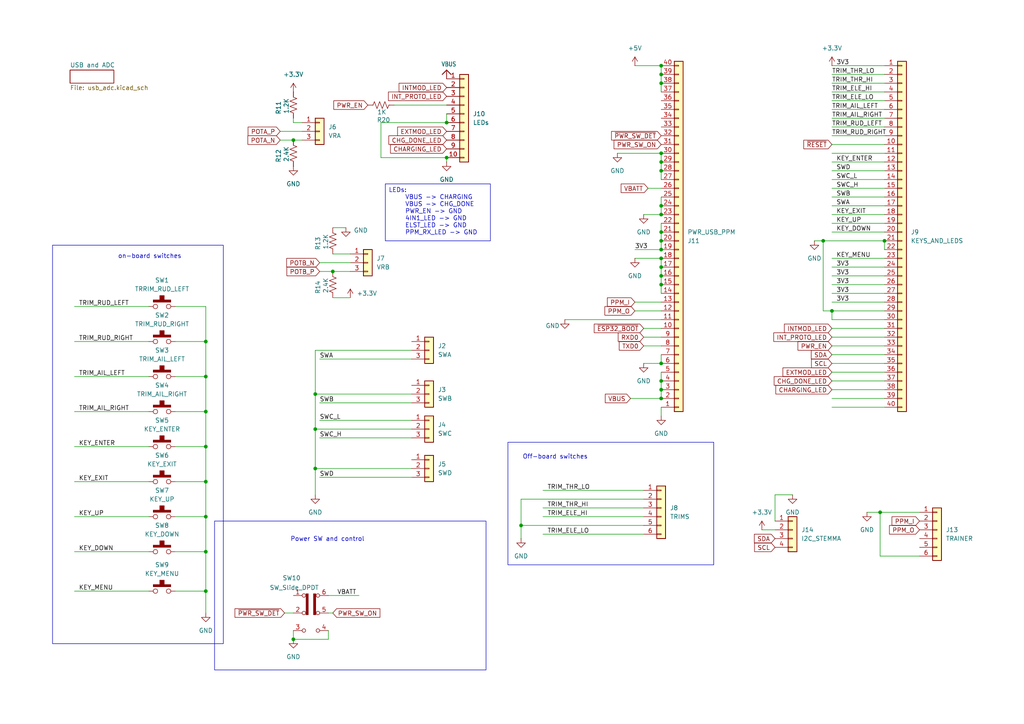
<source format=kicad_sch>
(kicad_sch
	(version 20231120)
	(generator "eeschema")
	(generator_version "8.0")
	(uuid "f9f54452-72bc-42e0-a85c-2b2c5cedd536")
	(paper "A4")
	(lib_symbols
		(symbol "0my_project:Tactile_Switch_4P"
			(pin_numbers hide)
			(pin_names
				(offset 0) hide)
			(exclude_from_sim no)
			(in_bom yes)
			(on_board yes)
			(property "Reference" "SW"
				(at 3.175 3.81 0)
				(effects
					(font
						(size 1.27 1.27)
					)
				)
			)
			(property "Value" "Tactile_Switch_4P"
				(at 0 -2.54 0)
				(effects
					(font
						(size 1.27 1.27)
					)
				)
			)
			(property "Footprint" ""
				(at 0 0 0)
				(effects
					(font
						(size 1.27 1.27)
					)
					(hide yes)
				)
			)
			(property "Datasheet" ""
				(at 0 0 0)
				(effects
					(font
						(size 1.27 1.27)
					)
					(hide yes)
				)
			)
			(property "Description" "Tactile switch"
				(at 0 0 0)
				(effects
					(font
						(size 1.27 1.27)
					)
					(hide yes)
				)
			)
			(property "ki_keywords" "push switch"
				(at 0 0 0)
				(effects
					(font
						(size 1.27 1.27)
					)
					(hide yes)
				)
			)
			(property "ki_fp_filters" "TS-06104 SKRPAxE010"
				(at 0 0 0)
				(effects
					(font
						(size 1.27 1.27)
					)
					(hide yes)
				)
			)
			(symbol "Tactile_Switch_4P_0_1"
				(rectangle
					(start -2.54 1.27)
					(end 2.54 1.905)
					(stroke
						(width 0)
						(type default)
					)
					(fill
						(type outline)
					)
				)
				(circle
					(center -1.905 0)
					(radius 0.635)
					(stroke
						(width 0)
						(type default)
					)
					(fill
						(type none)
					)
				)
				(rectangle
					(start -0.635 1.905)
					(end 0.635 3.175)
					(stroke
						(width 0)
						(type default)
					)
					(fill
						(type outline)
					)
				)
				(circle
					(center 1.905 0)
					(radius 0.635)
					(stroke
						(width 0)
						(type default)
					)
					(fill
						(type none)
					)
				)
			)
			(symbol "Tactile_Switch_4P_1_1"
				(pin passive line
					(at -3.81 0 0)
					(length 1.27)
					(name "A"
						(effects
							(font
								(size 1.27 1.27)
							)
						)
					)
					(number "1"
						(effects
							(font
								(size 1.27 1.27)
							)
						)
					)
				)
				(pin passive line
					(at -3.81 0 0)
					(length 1.27) hide
					(name "B"
						(effects
							(font
								(size 1.27 1.27)
							)
						)
					)
					(number "2"
						(effects
							(font
								(size 1.27 1.27)
							)
						)
					)
				)
				(pin passive line
					(at 3.81 0 180)
					(length 1.27)
					(name "C"
						(effects
							(font
								(size 1.27 1.27)
							)
						)
					)
					(number "3"
						(effects
							(font
								(size 1.27 1.27)
							)
						)
					)
				)
				(pin passive line
					(at 3.81 0 180)
					(length 1.27) hide
					(name "D"
						(effects
							(font
								(size 1.27 1.27)
							)
						)
					)
					(number "4"
						(effects
							(font
								(size 1.27 1.27)
							)
						)
					)
				)
			)
		)
		(symbol "Adafruit PowerBoost 1000C Rev B-eagle-import:VBUS"
			(power)
			(exclude_from_sim no)
			(in_bom yes)
			(on_board yes)
			(property "Reference" ""
				(at 0 0 0)
				(effects
					(font
						(size 1.27 1.27)
					)
					(hide yes)
				)
			)
			(property "Value" ""
				(at -1.524 1.016 0)
				(effects
					(font
						(size 1.27 1.0795)
					)
					(justify left bottom)
				)
			)
			(property "Footprint" ""
				(at 0 0 0)
				(effects
					(font
						(size 1.27 1.27)
					)
					(hide yes)
				)
			)
			(property "Datasheet" ""
				(at 0 0 0)
				(effects
					(font
						(size 1.27 1.27)
					)
					(hide yes)
				)
			)
			(property "Description" "VBUS Supply Symbole"
				(at 0 0 0)
				(effects
					(font
						(size 1.27 1.27)
					)
					(hide yes)
				)
			)
			(property "ki_locked" ""
				(at 0 0 0)
				(effects
					(font
						(size 1.27 1.27)
					)
				)
			)
			(symbol "VBUS_1_0"
				(polyline
					(pts
						(xy -1.27 -1.27) (xy 0 0)
					)
					(stroke
						(width 0.254)
						(type solid)
					)
					(fill
						(type none)
					)
				)
				(polyline
					(pts
						(xy 0 0) (xy 1.27 -1.27)
					)
					(stroke
						(width 0.254)
						(type solid)
					)
					(fill
						(type none)
					)
				)
				(pin power_in line
					(at 0 -2.54 90)
					(length 2.54)
					(name "VBUS"
						(effects
							(font
								(size 0 0)
							)
						)
					)
					(number "1"
						(effects
							(font
								(size 0 0)
							)
						)
					)
				)
			)
		)
		(symbol "Connector_Generic:Conn_01x03"
			(pin_names
				(offset 1.016) hide)
			(exclude_from_sim no)
			(in_bom yes)
			(on_board yes)
			(property "Reference" "J"
				(at 0 5.08 0)
				(effects
					(font
						(size 1.27 1.27)
					)
				)
			)
			(property "Value" "Conn_01x03"
				(at 0 -5.08 0)
				(effects
					(font
						(size 1.27 1.27)
					)
				)
			)
			(property "Footprint" ""
				(at 0 0 0)
				(effects
					(font
						(size 1.27 1.27)
					)
					(hide yes)
				)
			)
			(property "Datasheet" "~"
				(at 0 0 0)
				(effects
					(font
						(size 1.27 1.27)
					)
					(hide yes)
				)
			)
			(property "Description" "Generic connector, single row, 01x03, script generated (kicad-library-utils/schlib/autogen/connector/)"
				(at 0 0 0)
				(effects
					(font
						(size 1.27 1.27)
					)
					(hide yes)
				)
			)
			(property "ki_keywords" "connector"
				(at 0 0 0)
				(effects
					(font
						(size 1.27 1.27)
					)
					(hide yes)
				)
			)
			(property "ki_fp_filters" "Connector*:*_1x??_*"
				(at 0 0 0)
				(effects
					(font
						(size 1.27 1.27)
					)
					(hide yes)
				)
			)
			(symbol "Conn_01x03_1_1"
				(rectangle
					(start -1.27 -2.413)
					(end 0 -2.667)
					(stroke
						(width 0.1524)
						(type default)
					)
					(fill
						(type none)
					)
				)
				(rectangle
					(start -1.27 0.127)
					(end 0 -0.127)
					(stroke
						(width 0.1524)
						(type default)
					)
					(fill
						(type none)
					)
				)
				(rectangle
					(start -1.27 2.667)
					(end 0 2.413)
					(stroke
						(width 0.1524)
						(type default)
					)
					(fill
						(type none)
					)
				)
				(rectangle
					(start -1.27 3.81)
					(end 1.27 -3.81)
					(stroke
						(width 0.254)
						(type default)
					)
					(fill
						(type background)
					)
				)
				(pin passive line
					(at -5.08 2.54 0)
					(length 3.81)
					(name "Pin_1"
						(effects
							(font
								(size 1.27 1.27)
							)
						)
					)
					(number "1"
						(effects
							(font
								(size 1.27 1.27)
							)
						)
					)
				)
				(pin passive line
					(at -5.08 0 0)
					(length 3.81)
					(name "Pin_2"
						(effects
							(font
								(size 1.27 1.27)
							)
						)
					)
					(number "2"
						(effects
							(font
								(size 1.27 1.27)
							)
						)
					)
				)
				(pin passive line
					(at -5.08 -2.54 0)
					(length 3.81)
					(name "Pin_3"
						(effects
							(font
								(size 1.27 1.27)
							)
						)
					)
					(number "3"
						(effects
							(font
								(size 1.27 1.27)
							)
						)
					)
				)
			)
		)
		(symbol "Connector_Generic:Conn_01x04"
			(pin_names
				(offset 1.016) hide)
			(exclude_from_sim no)
			(in_bom yes)
			(on_board yes)
			(property "Reference" "J"
				(at 0 5.08 0)
				(effects
					(font
						(size 1.27 1.27)
					)
				)
			)
			(property "Value" "Conn_01x04"
				(at 0 -7.62 0)
				(effects
					(font
						(size 1.27 1.27)
					)
				)
			)
			(property "Footprint" ""
				(at 0 0 0)
				(effects
					(font
						(size 1.27 1.27)
					)
					(hide yes)
				)
			)
			(property "Datasheet" "~"
				(at 0 0 0)
				(effects
					(font
						(size 1.27 1.27)
					)
					(hide yes)
				)
			)
			(property "Description" "Generic connector, single row, 01x04, script generated (kicad-library-utils/schlib/autogen/connector/)"
				(at 0 0 0)
				(effects
					(font
						(size 1.27 1.27)
					)
					(hide yes)
				)
			)
			(property "ki_keywords" "connector"
				(at 0 0 0)
				(effects
					(font
						(size 1.27 1.27)
					)
					(hide yes)
				)
			)
			(property "ki_fp_filters" "Connector*:*_1x??_*"
				(at 0 0 0)
				(effects
					(font
						(size 1.27 1.27)
					)
					(hide yes)
				)
			)
			(symbol "Conn_01x04_1_1"
				(rectangle
					(start -1.27 -4.953)
					(end 0 -5.207)
					(stroke
						(width 0.1524)
						(type default)
					)
					(fill
						(type none)
					)
				)
				(rectangle
					(start -1.27 -2.413)
					(end 0 -2.667)
					(stroke
						(width 0.1524)
						(type default)
					)
					(fill
						(type none)
					)
				)
				(rectangle
					(start -1.27 0.127)
					(end 0 -0.127)
					(stroke
						(width 0.1524)
						(type default)
					)
					(fill
						(type none)
					)
				)
				(rectangle
					(start -1.27 2.667)
					(end 0 2.413)
					(stroke
						(width 0.1524)
						(type default)
					)
					(fill
						(type none)
					)
				)
				(rectangle
					(start -1.27 3.81)
					(end 1.27 -6.35)
					(stroke
						(width 0.254)
						(type default)
					)
					(fill
						(type background)
					)
				)
				(pin passive line
					(at -5.08 2.54 0)
					(length 3.81)
					(name "Pin_1"
						(effects
							(font
								(size 1.27 1.27)
							)
						)
					)
					(number "1"
						(effects
							(font
								(size 1.27 1.27)
							)
						)
					)
				)
				(pin passive line
					(at -5.08 0 0)
					(length 3.81)
					(name "Pin_2"
						(effects
							(font
								(size 1.27 1.27)
							)
						)
					)
					(number "2"
						(effects
							(font
								(size 1.27 1.27)
							)
						)
					)
				)
				(pin passive line
					(at -5.08 -2.54 0)
					(length 3.81)
					(name "Pin_3"
						(effects
							(font
								(size 1.27 1.27)
							)
						)
					)
					(number "3"
						(effects
							(font
								(size 1.27 1.27)
							)
						)
					)
				)
				(pin passive line
					(at -5.08 -5.08 0)
					(length 3.81)
					(name "Pin_4"
						(effects
							(font
								(size 1.27 1.27)
							)
						)
					)
					(number "4"
						(effects
							(font
								(size 1.27 1.27)
							)
						)
					)
				)
			)
		)
		(symbol "Connector_Generic:Conn_01x06"
			(pin_names
				(offset 1.016) hide)
			(exclude_from_sim no)
			(in_bom yes)
			(on_board yes)
			(property "Reference" "J"
				(at 0 7.62 0)
				(effects
					(font
						(size 1.27 1.27)
					)
				)
			)
			(property "Value" "Conn_01x06"
				(at 0 -10.16 0)
				(effects
					(font
						(size 1.27 1.27)
					)
				)
			)
			(property "Footprint" ""
				(at 0 0 0)
				(effects
					(font
						(size 1.27 1.27)
					)
					(hide yes)
				)
			)
			(property "Datasheet" "~"
				(at 0 0 0)
				(effects
					(font
						(size 1.27 1.27)
					)
					(hide yes)
				)
			)
			(property "Description" "Generic connector, single row, 01x06, script generated (kicad-library-utils/schlib/autogen/connector/)"
				(at 0 0 0)
				(effects
					(font
						(size 1.27 1.27)
					)
					(hide yes)
				)
			)
			(property "ki_keywords" "connector"
				(at 0 0 0)
				(effects
					(font
						(size 1.27 1.27)
					)
					(hide yes)
				)
			)
			(property "ki_fp_filters" "Connector*:*_1x??_*"
				(at 0 0 0)
				(effects
					(font
						(size 1.27 1.27)
					)
					(hide yes)
				)
			)
			(symbol "Conn_01x06_1_1"
				(rectangle
					(start -1.27 -7.493)
					(end 0 -7.747)
					(stroke
						(width 0.1524)
						(type default)
					)
					(fill
						(type none)
					)
				)
				(rectangle
					(start -1.27 -4.953)
					(end 0 -5.207)
					(stroke
						(width 0.1524)
						(type default)
					)
					(fill
						(type none)
					)
				)
				(rectangle
					(start -1.27 -2.413)
					(end 0 -2.667)
					(stroke
						(width 0.1524)
						(type default)
					)
					(fill
						(type none)
					)
				)
				(rectangle
					(start -1.27 0.127)
					(end 0 -0.127)
					(stroke
						(width 0.1524)
						(type default)
					)
					(fill
						(type none)
					)
				)
				(rectangle
					(start -1.27 2.667)
					(end 0 2.413)
					(stroke
						(width 0.1524)
						(type default)
					)
					(fill
						(type none)
					)
				)
				(rectangle
					(start -1.27 5.207)
					(end 0 4.953)
					(stroke
						(width 0.1524)
						(type default)
					)
					(fill
						(type none)
					)
				)
				(rectangle
					(start -1.27 6.35)
					(end 1.27 -8.89)
					(stroke
						(width 0.254)
						(type default)
					)
					(fill
						(type background)
					)
				)
				(pin passive line
					(at -5.08 5.08 0)
					(length 3.81)
					(name "Pin_1"
						(effects
							(font
								(size 1.27 1.27)
							)
						)
					)
					(number "1"
						(effects
							(font
								(size 1.27 1.27)
							)
						)
					)
				)
				(pin passive line
					(at -5.08 2.54 0)
					(length 3.81)
					(name "Pin_2"
						(effects
							(font
								(size 1.27 1.27)
							)
						)
					)
					(number "2"
						(effects
							(font
								(size 1.27 1.27)
							)
						)
					)
				)
				(pin passive line
					(at -5.08 0 0)
					(length 3.81)
					(name "Pin_3"
						(effects
							(font
								(size 1.27 1.27)
							)
						)
					)
					(number "3"
						(effects
							(font
								(size 1.27 1.27)
							)
						)
					)
				)
				(pin passive line
					(at -5.08 -2.54 0)
					(length 3.81)
					(name "Pin_4"
						(effects
							(font
								(size 1.27 1.27)
							)
						)
					)
					(number "4"
						(effects
							(font
								(size 1.27 1.27)
							)
						)
					)
				)
				(pin passive line
					(at -5.08 -5.08 0)
					(length 3.81)
					(name "Pin_5"
						(effects
							(font
								(size 1.27 1.27)
							)
						)
					)
					(number "5"
						(effects
							(font
								(size 1.27 1.27)
							)
						)
					)
				)
				(pin passive line
					(at -5.08 -7.62 0)
					(length 3.81)
					(name "Pin_6"
						(effects
							(font
								(size 1.27 1.27)
							)
						)
					)
					(number "6"
						(effects
							(font
								(size 1.27 1.27)
							)
						)
					)
				)
			)
		)
		(symbol "Connector_Generic:Conn_01x10"
			(pin_names
				(offset 1.016) hide)
			(exclude_from_sim no)
			(in_bom yes)
			(on_board yes)
			(property "Reference" "J"
				(at 0 12.7 0)
				(effects
					(font
						(size 1.27 1.27)
					)
				)
			)
			(property "Value" "Conn_01x10"
				(at 0 -15.24 0)
				(effects
					(font
						(size 1.27 1.27)
					)
				)
			)
			(property "Footprint" ""
				(at 0 0 0)
				(effects
					(font
						(size 1.27 1.27)
					)
					(hide yes)
				)
			)
			(property "Datasheet" "~"
				(at 0 0 0)
				(effects
					(font
						(size 1.27 1.27)
					)
					(hide yes)
				)
			)
			(property "Description" "Generic connector, single row, 01x10, script generated (kicad-library-utils/schlib/autogen/connector/)"
				(at 0 0 0)
				(effects
					(font
						(size 1.27 1.27)
					)
					(hide yes)
				)
			)
			(property "ki_keywords" "connector"
				(at 0 0 0)
				(effects
					(font
						(size 1.27 1.27)
					)
					(hide yes)
				)
			)
			(property "ki_fp_filters" "Connector*:*_1x??_*"
				(at 0 0 0)
				(effects
					(font
						(size 1.27 1.27)
					)
					(hide yes)
				)
			)
			(symbol "Conn_01x10_1_1"
				(rectangle
					(start -1.27 -12.573)
					(end 0 -12.827)
					(stroke
						(width 0.1524)
						(type default)
					)
					(fill
						(type none)
					)
				)
				(rectangle
					(start -1.27 -10.033)
					(end 0 -10.287)
					(stroke
						(width 0.1524)
						(type default)
					)
					(fill
						(type none)
					)
				)
				(rectangle
					(start -1.27 -7.493)
					(end 0 -7.747)
					(stroke
						(width 0.1524)
						(type default)
					)
					(fill
						(type none)
					)
				)
				(rectangle
					(start -1.27 -4.953)
					(end 0 -5.207)
					(stroke
						(width 0.1524)
						(type default)
					)
					(fill
						(type none)
					)
				)
				(rectangle
					(start -1.27 -2.413)
					(end 0 -2.667)
					(stroke
						(width 0.1524)
						(type default)
					)
					(fill
						(type none)
					)
				)
				(rectangle
					(start -1.27 0.127)
					(end 0 -0.127)
					(stroke
						(width 0.1524)
						(type default)
					)
					(fill
						(type none)
					)
				)
				(rectangle
					(start -1.27 2.667)
					(end 0 2.413)
					(stroke
						(width 0.1524)
						(type default)
					)
					(fill
						(type none)
					)
				)
				(rectangle
					(start -1.27 5.207)
					(end 0 4.953)
					(stroke
						(width 0.1524)
						(type default)
					)
					(fill
						(type none)
					)
				)
				(rectangle
					(start -1.27 7.747)
					(end 0 7.493)
					(stroke
						(width 0.1524)
						(type default)
					)
					(fill
						(type none)
					)
				)
				(rectangle
					(start -1.27 10.287)
					(end 0 10.033)
					(stroke
						(width 0.1524)
						(type default)
					)
					(fill
						(type none)
					)
				)
				(rectangle
					(start -1.27 11.43)
					(end 1.27 -13.97)
					(stroke
						(width 0.254)
						(type default)
					)
					(fill
						(type background)
					)
				)
				(pin passive line
					(at -5.08 10.16 0)
					(length 3.81)
					(name "Pin_1"
						(effects
							(font
								(size 1.27 1.27)
							)
						)
					)
					(number "1"
						(effects
							(font
								(size 1.27 1.27)
							)
						)
					)
				)
				(pin passive line
					(at -5.08 -12.7 0)
					(length 3.81)
					(name "Pin_10"
						(effects
							(font
								(size 1.27 1.27)
							)
						)
					)
					(number "10"
						(effects
							(font
								(size 1.27 1.27)
							)
						)
					)
				)
				(pin passive line
					(at -5.08 7.62 0)
					(length 3.81)
					(name "Pin_2"
						(effects
							(font
								(size 1.27 1.27)
							)
						)
					)
					(number "2"
						(effects
							(font
								(size 1.27 1.27)
							)
						)
					)
				)
				(pin passive line
					(at -5.08 5.08 0)
					(length 3.81)
					(name "Pin_3"
						(effects
							(font
								(size 1.27 1.27)
							)
						)
					)
					(number "3"
						(effects
							(font
								(size 1.27 1.27)
							)
						)
					)
				)
				(pin passive line
					(at -5.08 2.54 0)
					(length 3.81)
					(name "Pin_4"
						(effects
							(font
								(size 1.27 1.27)
							)
						)
					)
					(number "4"
						(effects
							(font
								(size 1.27 1.27)
							)
						)
					)
				)
				(pin passive line
					(at -5.08 0 0)
					(length 3.81)
					(name "Pin_5"
						(effects
							(font
								(size 1.27 1.27)
							)
						)
					)
					(number "5"
						(effects
							(font
								(size 1.27 1.27)
							)
						)
					)
				)
				(pin passive line
					(at -5.08 -2.54 0)
					(length 3.81)
					(name "Pin_6"
						(effects
							(font
								(size 1.27 1.27)
							)
						)
					)
					(number "6"
						(effects
							(font
								(size 1.27 1.27)
							)
						)
					)
				)
				(pin passive line
					(at -5.08 -5.08 0)
					(length 3.81)
					(name "Pin_7"
						(effects
							(font
								(size 1.27 1.27)
							)
						)
					)
					(number "7"
						(effects
							(font
								(size 1.27 1.27)
							)
						)
					)
				)
				(pin passive line
					(at -5.08 -7.62 0)
					(length 3.81)
					(name "Pin_8"
						(effects
							(font
								(size 1.27 1.27)
							)
						)
					)
					(number "8"
						(effects
							(font
								(size 1.27 1.27)
							)
						)
					)
				)
				(pin passive line
					(at -5.08 -10.16 0)
					(length 3.81)
					(name "Pin_9"
						(effects
							(font
								(size 1.27 1.27)
							)
						)
					)
					(number "9"
						(effects
							(font
								(size 1.27 1.27)
							)
						)
					)
				)
			)
		)
		(symbol "Connector_Generic:Conn_01x40"
			(pin_names
				(offset 1.016) hide)
			(exclude_from_sim no)
			(in_bom yes)
			(on_board yes)
			(property "Reference" "J"
				(at 0 50.8 0)
				(effects
					(font
						(size 1.27 1.27)
					)
				)
			)
			(property "Value" "Conn_01x40"
				(at 0 -53.34 0)
				(effects
					(font
						(size 1.27 1.27)
					)
				)
			)
			(property "Footprint" ""
				(at 0 0 0)
				(effects
					(font
						(size 1.27 1.27)
					)
					(hide yes)
				)
			)
			(property "Datasheet" "~"
				(at 0 0 0)
				(effects
					(font
						(size 1.27 1.27)
					)
					(hide yes)
				)
			)
			(property "Description" "Generic connector, single row, 01x40, script generated (kicad-library-utils/schlib/autogen/connector/)"
				(at 0 0 0)
				(effects
					(font
						(size 1.27 1.27)
					)
					(hide yes)
				)
			)
			(property "ki_keywords" "connector"
				(at 0 0 0)
				(effects
					(font
						(size 1.27 1.27)
					)
					(hide yes)
				)
			)
			(property "ki_fp_filters" "Connector*:*_1x??_*"
				(at 0 0 0)
				(effects
					(font
						(size 1.27 1.27)
					)
					(hide yes)
				)
			)
			(symbol "Conn_01x40_1_1"
				(rectangle
					(start -1.27 -50.673)
					(end 0 -50.927)
					(stroke
						(width 0.1524)
						(type default)
					)
					(fill
						(type none)
					)
				)
				(rectangle
					(start -1.27 -48.133)
					(end 0 -48.387)
					(stroke
						(width 0.1524)
						(type default)
					)
					(fill
						(type none)
					)
				)
				(rectangle
					(start -1.27 -45.593)
					(end 0 -45.847)
					(stroke
						(width 0.1524)
						(type default)
					)
					(fill
						(type none)
					)
				)
				(rectangle
					(start -1.27 -43.053)
					(end 0 -43.307)
					(stroke
						(width 0.1524)
						(type default)
					)
					(fill
						(type none)
					)
				)
				(rectangle
					(start -1.27 -40.513)
					(end 0 -40.767)
					(stroke
						(width 0.1524)
						(type default)
					)
					(fill
						(type none)
					)
				)
				(rectangle
					(start -1.27 -37.973)
					(end 0 -38.227)
					(stroke
						(width 0.1524)
						(type default)
					)
					(fill
						(type none)
					)
				)
				(rectangle
					(start -1.27 -35.433)
					(end 0 -35.687)
					(stroke
						(width 0.1524)
						(type default)
					)
					(fill
						(type none)
					)
				)
				(rectangle
					(start -1.27 -32.893)
					(end 0 -33.147)
					(stroke
						(width 0.1524)
						(type default)
					)
					(fill
						(type none)
					)
				)
				(rectangle
					(start -1.27 -30.353)
					(end 0 -30.607)
					(stroke
						(width 0.1524)
						(type default)
					)
					(fill
						(type none)
					)
				)
				(rectangle
					(start -1.27 -27.813)
					(end 0 -28.067)
					(stroke
						(width 0.1524)
						(type default)
					)
					(fill
						(type none)
					)
				)
				(rectangle
					(start -1.27 -25.273)
					(end 0 -25.527)
					(stroke
						(width 0.1524)
						(type default)
					)
					(fill
						(type none)
					)
				)
				(rectangle
					(start -1.27 -22.733)
					(end 0 -22.987)
					(stroke
						(width 0.1524)
						(type default)
					)
					(fill
						(type none)
					)
				)
				(rectangle
					(start -1.27 -20.193)
					(end 0 -20.447)
					(stroke
						(width 0.1524)
						(type default)
					)
					(fill
						(type none)
					)
				)
				(rectangle
					(start -1.27 -17.653)
					(end 0 -17.907)
					(stroke
						(width 0.1524)
						(type default)
					)
					(fill
						(type none)
					)
				)
				(rectangle
					(start -1.27 -15.113)
					(end 0 -15.367)
					(stroke
						(width 0.1524)
						(type default)
					)
					(fill
						(type none)
					)
				)
				(rectangle
					(start -1.27 -12.573)
					(end 0 -12.827)
					(stroke
						(width 0.1524)
						(type default)
					)
					(fill
						(type none)
					)
				)
				(rectangle
					(start -1.27 -10.033)
					(end 0 -10.287)
					(stroke
						(width 0.1524)
						(type default)
					)
					(fill
						(type none)
					)
				)
				(rectangle
					(start -1.27 -7.493)
					(end 0 -7.747)
					(stroke
						(width 0.1524)
						(type default)
					)
					(fill
						(type none)
					)
				)
				(rectangle
					(start -1.27 -4.953)
					(end 0 -5.207)
					(stroke
						(width 0.1524)
						(type default)
					)
					(fill
						(type none)
					)
				)
				(rectangle
					(start -1.27 -2.413)
					(end 0 -2.667)
					(stroke
						(width 0.1524)
						(type default)
					)
					(fill
						(type none)
					)
				)
				(rectangle
					(start -1.27 0.127)
					(end 0 -0.127)
					(stroke
						(width 0.1524)
						(type default)
					)
					(fill
						(type none)
					)
				)
				(rectangle
					(start -1.27 2.667)
					(end 0 2.413)
					(stroke
						(width 0.1524)
						(type default)
					)
					(fill
						(type none)
					)
				)
				(rectangle
					(start -1.27 5.207)
					(end 0 4.953)
					(stroke
						(width 0.1524)
						(type default)
					)
					(fill
						(type none)
					)
				)
				(rectangle
					(start -1.27 7.747)
					(end 0 7.493)
					(stroke
						(width 0.1524)
						(type default)
					)
					(fill
						(type none)
					)
				)
				(rectangle
					(start -1.27 10.287)
					(end 0 10.033)
					(stroke
						(width 0.1524)
						(type default)
					)
					(fill
						(type none)
					)
				)
				(rectangle
					(start -1.27 12.827)
					(end 0 12.573)
					(stroke
						(width 0.1524)
						(type default)
					)
					(fill
						(type none)
					)
				)
				(rectangle
					(start -1.27 15.367)
					(end 0 15.113)
					(stroke
						(width 0.1524)
						(type default)
					)
					(fill
						(type none)
					)
				)
				(rectangle
					(start -1.27 17.907)
					(end 0 17.653)
					(stroke
						(width 0.1524)
						(type default)
					)
					(fill
						(type none)
					)
				)
				(rectangle
					(start -1.27 20.447)
					(end 0 20.193)
					(stroke
						(width 0.1524)
						(type default)
					)
					(fill
						(type none)
					)
				)
				(rectangle
					(start -1.27 22.987)
					(end 0 22.733)
					(stroke
						(width 0.1524)
						(type default)
					)
					(fill
						(type none)
					)
				)
				(rectangle
					(start -1.27 25.527)
					(end 0 25.273)
					(stroke
						(width 0.1524)
						(type default)
					)
					(fill
						(type none)
					)
				)
				(rectangle
					(start -1.27 28.067)
					(end 0 27.813)
					(stroke
						(width 0.1524)
						(type default)
					)
					(fill
						(type none)
					)
				)
				(rectangle
					(start -1.27 30.607)
					(end 0 30.353)
					(stroke
						(width 0.1524)
						(type default)
					)
					(fill
						(type none)
					)
				)
				(rectangle
					(start -1.27 33.147)
					(end 0 32.893)
					(stroke
						(width 0.1524)
						(type default)
					)
					(fill
						(type none)
					)
				)
				(rectangle
					(start -1.27 35.687)
					(end 0 35.433)
					(stroke
						(width 0.1524)
						(type default)
					)
					(fill
						(type none)
					)
				)
				(rectangle
					(start -1.27 38.227)
					(end 0 37.973)
					(stroke
						(width 0.1524)
						(type default)
					)
					(fill
						(type none)
					)
				)
				(rectangle
					(start -1.27 40.767)
					(end 0 40.513)
					(stroke
						(width 0.1524)
						(type default)
					)
					(fill
						(type none)
					)
				)
				(rectangle
					(start -1.27 43.307)
					(end 0 43.053)
					(stroke
						(width 0.1524)
						(type default)
					)
					(fill
						(type none)
					)
				)
				(rectangle
					(start -1.27 45.847)
					(end 0 45.593)
					(stroke
						(width 0.1524)
						(type default)
					)
					(fill
						(type none)
					)
				)
				(rectangle
					(start -1.27 48.387)
					(end 0 48.133)
					(stroke
						(width 0.1524)
						(type default)
					)
					(fill
						(type none)
					)
				)
				(rectangle
					(start -1.27 49.53)
					(end 1.27 -52.07)
					(stroke
						(width 0.254)
						(type default)
					)
					(fill
						(type background)
					)
				)
				(pin passive line
					(at -5.08 48.26 0)
					(length 3.81)
					(name "Pin_1"
						(effects
							(font
								(size 1.27 1.27)
							)
						)
					)
					(number "1"
						(effects
							(font
								(size 1.27 1.27)
							)
						)
					)
				)
				(pin passive line
					(at -5.08 25.4 0)
					(length 3.81)
					(name "Pin_10"
						(effects
							(font
								(size 1.27 1.27)
							)
						)
					)
					(number "10"
						(effects
							(font
								(size 1.27 1.27)
							)
						)
					)
				)
				(pin passive line
					(at -5.08 22.86 0)
					(length 3.81)
					(name "Pin_11"
						(effects
							(font
								(size 1.27 1.27)
							)
						)
					)
					(number "11"
						(effects
							(font
								(size 1.27 1.27)
							)
						)
					)
				)
				(pin passive line
					(at -5.08 20.32 0)
					(length 3.81)
					(name "Pin_12"
						(effects
							(font
								(size 1.27 1.27)
							)
						)
					)
					(number "12"
						(effects
							(font
								(size 1.27 1.27)
							)
						)
					)
				)
				(pin passive line
					(at -5.08 17.78 0)
					(length 3.81)
					(name "Pin_13"
						(effects
							(font
								(size 1.27 1.27)
							)
						)
					)
					(number "13"
						(effects
							(font
								(size 1.27 1.27)
							)
						)
					)
				)
				(pin passive line
					(at -5.08 15.24 0)
					(length 3.81)
					(name "Pin_14"
						(effects
							(font
								(size 1.27 1.27)
							)
						)
					)
					(number "14"
						(effects
							(font
								(size 1.27 1.27)
							)
						)
					)
				)
				(pin passive line
					(at -5.08 12.7 0)
					(length 3.81)
					(name "Pin_15"
						(effects
							(font
								(size 1.27 1.27)
							)
						)
					)
					(number "15"
						(effects
							(font
								(size 1.27 1.27)
							)
						)
					)
				)
				(pin passive line
					(at -5.08 10.16 0)
					(length 3.81)
					(name "Pin_16"
						(effects
							(font
								(size 1.27 1.27)
							)
						)
					)
					(number "16"
						(effects
							(font
								(size 1.27 1.27)
							)
						)
					)
				)
				(pin passive line
					(at -5.08 7.62 0)
					(length 3.81)
					(name "Pin_17"
						(effects
							(font
								(size 1.27 1.27)
							)
						)
					)
					(number "17"
						(effects
							(font
								(size 1.27 1.27)
							)
						)
					)
				)
				(pin passive line
					(at -5.08 5.08 0)
					(length 3.81)
					(name "Pin_18"
						(effects
							(font
								(size 1.27 1.27)
							)
						)
					)
					(number "18"
						(effects
							(font
								(size 1.27 1.27)
							)
						)
					)
				)
				(pin passive line
					(at -5.08 2.54 0)
					(length 3.81)
					(name "Pin_19"
						(effects
							(font
								(size 1.27 1.27)
							)
						)
					)
					(number "19"
						(effects
							(font
								(size 1.27 1.27)
							)
						)
					)
				)
				(pin passive line
					(at -5.08 45.72 0)
					(length 3.81)
					(name "Pin_2"
						(effects
							(font
								(size 1.27 1.27)
							)
						)
					)
					(number "2"
						(effects
							(font
								(size 1.27 1.27)
							)
						)
					)
				)
				(pin passive line
					(at -5.08 0 0)
					(length 3.81)
					(name "Pin_20"
						(effects
							(font
								(size 1.27 1.27)
							)
						)
					)
					(number "20"
						(effects
							(font
								(size 1.27 1.27)
							)
						)
					)
				)
				(pin passive line
					(at -5.08 -2.54 0)
					(length 3.81)
					(name "Pin_21"
						(effects
							(font
								(size 1.27 1.27)
							)
						)
					)
					(number "21"
						(effects
							(font
								(size 1.27 1.27)
							)
						)
					)
				)
				(pin passive line
					(at -5.08 -5.08 0)
					(length 3.81)
					(name "Pin_22"
						(effects
							(font
								(size 1.27 1.27)
							)
						)
					)
					(number "22"
						(effects
							(font
								(size 1.27 1.27)
							)
						)
					)
				)
				(pin passive line
					(at -5.08 -7.62 0)
					(length 3.81)
					(name "Pin_23"
						(effects
							(font
								(size 1.27 1.27)
							)
						)
					)
					(number "23"
						(effects
							(font
								(size 1.27 1.27)
							)
						)
					)
				)
				(pin passive line
					(at -5.08 -10.16 0)
					(length 3.81)
					(name "Pin_24"
						(effects
							(font
								(size 1.27 1.27)
							)
						)
					)
					(number "24"
						(effects
							(font
								(size 1.27 1.27)
							)
						)
					)
				)
				(pin passive line
					(at -5.08 -12.7 0)
					(length 3.81)
					(name "Pin_25"
						(effects
							(font
								(size 1.27 1.27)
							)
						)
					)
					(number "25"
						(effects
							(font
								(size 1.27 1.27)
							)
						)
					)
				)
				(pin passive line
					(at -5.08 -15.24 0)
					(length 3.81)
					(name "Pin_26"
						(effects
							(font
								(size 1.27 1.27)
							)
						)
					)
					(number "26"
						(effects
							(font
								(size 1.27 1.27)
							)
						)
					)
				)
				(pin passive line
					(at -5.08 -17.78 0)
					(length 3.81)
					(name "Pin_27"
						(effects
							(font
								(size 1.27 1.27)
							)
						)
					)
					(number "27"
						(effects
							(font
								(size 1.27 1.27)
							)
						)
					)
				)
				(pin passive line
					(at -5.08 -20.32 0)
					(length 3.81)
					(name "Pin_28"
						(effects
							(font
								(size 1.27 1.27)
							)
						)
					)
					(number "28"
						(effects
							(font
								(size 1.27 1.27)
							)
						)
					)
				)
				(pin passive line
					(at -5.08 -22.86 0)
					(length 3.81)
					(name "Pin_29"
						(effects
							(font
								(size 1.27 1.27)
							)
						)
					)
					(number "29"
						(effects
							(font
								(size 1.27 1.27)
							)
						)
					)
				)
				(pin passive line
					(at -5.08 43.18 0)
					(length 3.81)
					(name "Pin_3"
						(effects
							(font
								(size 1.27 1.27)
							)
						)
					)
					(number "3"
						(effects
							(font
								(size 1.27 1.27)
							)
						)
					)
				)
				(pin passive line
					(at -5.08 -25.4 0)
					(length 3.81)
					(name "Pin_30"
						(effects
							(font
								(size 1.27 1.27)
							)
						)
					)
					(number "30"
						(effects
							(font
								(size 1.27 1.27)
							)
						)
					)
				)
				(pin passive line
					(at -5.08 -27.94 0)
					(length 3.81)
					(name "Pin_31"
						(effects
							(font
								(size 1.27 1.27)
							)
						)
					)
					(number "31"
						(effects
							(font
								(size 1.27 1.27)
							)
						)
					)
				)
				(pin passive line
					(at -5.08 -30.48 0)
					(length 3.81)
					(name "Pin_32"
						(effects
							(font
								(size 1.27 1.27)
							)
						)
					)
					(number "32"
						(effects
							(font
								(size 1.27 1.27)
							)
						)
					)
				)
				(pin passive line
					(at -5.08 -33.02 0)
					(length 3.81)
					(name "Pin_33"
						(effects
							(font
								(size 1.27 1.27)
							)
						)
					)
					(number "33"
						(effects
							(font
								(size 1.27 1.27)
							)
						)
					)
				)
				(pin passive line
					(at -5.08 -35.56 0)
					(length 3.81)
					(name "Pin_34"
						(effects
							(font
								(size 1.27 1.27)
							)
						)
					)
					(number "34"
						(effects
							(font
								(size 1.27 1.27)
							)
						)
					)
				)
				(pin passive line
					(at -5.08 -38.1 0)
					(length 3.81)
					(name "Pin_35"
						(effects
							(font
								(size 1.27 1.27)
							)
						)
					)
					(number "35"
						(effects
							(font
								(size 1.27 1.27)
							)
						)
					)
				)
				(pin passive line
					(at -5.08 -40.64 0)
					(length 3.81)
					(name "Pin_36"
						(effects
							(font
								(size 1.27 1.27)
							)
						)
					)
					(number "36"
						(effects
							(font
								(size 1.27 1.27)
							)
						)
					)
				)
				(pin passive line
					(at -5.08 -43.18 0)
					(length 3.81)
					(name "Pin_37"
						(effects
							(font
								(size 1.27 1.27)
							)
						)
					)
					(number "37"
						(effects
							(font
								(size 1.27 1.27)
							)
						)
					)
				)
				(pin passive line
					(at -5.08 -45.72 0)
					(length 3.81)
					(name "Pin_38"
						(effects
							(font
								(size 1.27 1.27)
							)
						)
					)
					(number "38"
						(effects
							(font
								(size 1.27 1.27)
							)
						)
					)
				)
				(pin passive line
					(at -5.08 -48.26 0)
					(length 3.81)
					(name "Pin_39"
						(effects
							(font
								(size 1.27 1.27)
							)
						)
					)
					(number "39"
						(effects
							(font
								(size 1.27 1.27)
							)
						)
					)
				)
				(pin passive line
					(at -5.08 40.64 0)
					(length 3.81)
					(name "Pin_4"
						(effects
							(font
								(size 1.27 1.27)
							)
						)
					)
					(number "4"
						(effects
							(font
								(size 1.27 1.27)
							)
						)
					)
				)
				(pin passive line
					(at -5.08 -50.8 0)
					(length 3.81)
					(name "Pin_40"
						(effects
							(font
								(size 1.27 1.27)
							)
						)
					)
					(number "40"
						(effects
							(font
								(size 1.27 1.27)
							)
						)
					)
				)
				(pin passive line
					(at -5.08 38.1 0)
					(length 3.81)
					(name "Pin_5"
						(effects
							(font
								(size 1.27 1.27)
							)
						)
					)
					(number "5"
						(effects
							(font
								(size 1.27 1.27)
							)
						)
					)
				)
				(pin passive line
					(at -5.08 35.56 0)
					(length 3.81)
					(name "Pin_6"
						(effects
							(font
								(size 1.27 1.27)
							)
						)
					)
					(number "6"
						(effects
							(font
								(size 1.27 1.27)
							)
						)
					)
				)
				(pin passive line
					(at -5.08 33.02 0)
					(length 3.81)
					(name "Pin_7"
						(effects
							(font
								(size 1.27 1.27)
							)
						)
					)
					(number "7"
						(effects
							(font
								(size 1.27 1.27)
							)
						)
					)
				)
				(pin passive line
					(at -5.08 30.48 0)
					(length 3.81)
					(name "Pin_8"
						(effects
							(font
								(size 1.27 1.27)
							)
						)
					)
					(number "8"
						(effects
							(font
								(size 1.27 1.27)
							)
						)
					)
				)
				(pin passive line
					(at -5.08 27.94 0)
					(length 3.81)
					(name "Pin_9"
						(effects
							(font
								(size 1.27 1.27)
							)
						)
					)
					(number "9"
						(effects
							(font
								(size 1.27 1.27)
							)
						)
					)
				)
			)
		)
		(symbol "Device:R_US"
			(pin_numbers hide)
			(pin_names
				(offset 0)
			)
			(exclude_from_sim no)
			(in_bom yes)
			(on_board yes)
			(property "Reference" "R"
				(at 2.54 0 90)
				(effects
					(font
						(size 1.27 1.27)
					)
				)
			)
			(property "Value" "R_US"
				(at -2.54 0 90)
				(effects
					(font
						(size 1.27 1.27)
					)
				)
			)
			(property "Footprint" ""
				(at 1.016 -0.254 90)
				(effects
					(font
						(size 1.27 1.27)
					)
					(hide yes)
				)
			)
			(property "Datasheet" "~"
				(at 0 0 0)
				(effects
					(font
						(size 1.27 1.27)
					)
					(hide yes)
				)
			)
			(property "Description" "Resistor, US symbol"
				(at 0 0 0)
				(effects
					(font
						(size 1.27 1.27)
					)
					(hide yes)
				)
			)
			(property "ki_keywords" "R res resistor"
				(at 0 0 0)
				(effects
					(font
						(size 1.27 1.27)
					)
					(hide yes)
				)
			)
			(property "ki_fp_filters" "R_*"
				(at 0 0 0)
				(effects
					(font
						(size 1.27 1.27)
					)
					(hide yes)
				)
			)
			(symbol "R_US_0_1"
				(polyline
					(pts
						(xy 0 -2.286) (xy 0 -2.54)
					)
					(stroke
						(width 0)
						(type default)
					)
					(fill
						(type none)
					)
				)
				(polyline
					(pts
						(xy 0 2.286) (xy 0 2.54)
					)
					(stroke
						(width 0)
						(type default)
					)
					(fill
						(type none)
					)
				)
				(polyline
					(pts
						(xy 0 -0.762) (xy 1.016 -1.143) (xy 0 -1.524) (xy -1.016 -1.905) (xy 0 -2.286)
					)
					(stroke
						(width 0)
						(type default)
					)
					(fill
						(type none)
					)
				)
				(polyline
					(pts
						(xy 0 0.762) (xy 1.016 0.381) (xy 0 0) (xy -1.016 -0.381) (xy 0 -0.762)
					)
					(stroke
						(width 0)
						(type default)
					)
					(fill
						(type none)
					)
				)
				(polyline
					(pts
						(xy 0 2.286) (xy 1.016 1.905) (xy 0 1.524) (xy -1.016 1.143) (xy 0 0.762)
					)
					(stroke
						(width 0)
						(type default)
					)
					(fill
						(type none)
					)
				)
			)
			(symbol "R_US_1_1"
				(pin passive line
					(at 0 3.81 270)
					(length 1.27)
					(name "~"
						(effects
							(font
								(size 1.27 1.27)
							)
						)
					)
					(number "1"
						(effects
							(font
								(size 1.27 1.27)
							)
						)
					)
				)
				(pin passive line
					(at 0 -3.81 90)
					(length 1.27)
					(name "~"
						(effects
							(font
								(size 1.27 1.27)
							)
						)
					)
					(number "2"
						(effects
							(font
								(size 1.27 1.27)
							)
						)
					)
				)
			)
		)
		(symbol "Switch:SW_Slide_DPDT"
			(pin_names
				(offset 0) hide)
			(exclude_from_sim no)
			(in_bom yes)
			(on_board yes)
			(property "Reference" "SW"
				(at 0 6.858 0)
				(effects
					(font
						(size 1.27 1.27)
					)
				)
			)
			(property "Value" "SW_Slide_DPDT"
				(at 0 -8.128 0)
				(effects
					(font
						(size 1.27 1.27)
					)
				)
			)
			(property "Footprint" ""
				(at 13.97 5.08 0)
				(effects
					(font
						(size 1.27 1.27)
					)
					(hide yes)
				)
			)
			(property "Datasheet" "~"
				(at 0 0 0)
				(effects
					(font
						(size 1.27 1.27)
					)
					(hide yes)
				)
			)
			(property "Description" "Slide Switch, dual pole double throw"
				(at 0 0 0)
				(effects
					(font
						(size 1.27 1.27)
					)
					(hide yes)
				)
			)
			(property "ki_keywords" "switch dual-pole double-throw dpdt ON-ON"
				(at 0 0 0)
				(effects
					(font
						(size 1.27 1.27)
					)
					(hide yes)
				)
			)
			(symbol "SW_Slide_DPDT_0_0"
				(circle
					(center -2.032 -5.08)
					(radius 0.508)
					(stroke
						(width 0)
						(type default)
					)
					(fill
						(type none)
					)
				)
				(circle
					(center -2.032 5.08)
					(radius 0.508)
					(stroke
						(width 0)
						(type default)
					)
					(fill
						(type none)
					)
				)
				(circle
					(center 2.032 -5.08)
					(radius 0.508)
					(stroke
						(width 0)
						(type default)
					)
					(fill
						(type none)
					)
				)
				(circle
					(center 2.032 0)
					(radius 0.508)
					(stroke
						(width 0)
						(type default)
					)
					(fill
						(type none)
					)
				)
			)
			(symbol "SW_Slide_DPDT_0_1"
				(circle
					(center -2.032 0)
					(radius 0.508)
					(stroke
						(width 0)
						(type default)
					)
					(fill
						(type none)
					)
				)
				(circle
					(center 2.032 5.08)
					(radius 0.508)
					(stroke
						(width 0)
						(type default)
					)
					(fill
						(type none)
					)
				)
			)
			(symbol "SW_Slide_DPDT_1_1"
				(rectangle
					(start -1.397 5.588)
					(end -0.762 -0.508)
					(stroke
						(width 0)
						(type default)
					)
					(fill
						(type outline)
					)
				)
				(rectangle
					(start 0.762 5.588)
					(end 1.397 -0.508)
					(stroke
						(width 0)
						(type default)
					)
					(fill
						(type outline)
					)
				)
				(pin passive line
					(at -5.08 5.08 0)
					(length 2.54)
					(name "A"
						(effects
							(font
								(size 1.27 1.27)
							)
						)
					)
					(number "1"
						(effects
							(font
								(size 1.27 1.27)
							)
						)
					)
				)
				(pin passive line
					(at -5.08 0 0)
					(length 2.54)
					(name "B"
						(effects
							(font
								(size 1.27 1.27)
							)
						)
					)
					(number "2"
						(effects
							(font
								(size 1.27 1.27)
							)
						)
					)
				)
				(pin passive line
					(at -5.08 -5.08 0)
					(length 2.54)
					(name "C"
						(effects
							(font
								(size 1.27 1.27)
							)
						)
					)
					(number "3"
						(effects
							(font
								(size 1.27 1.27)
							)
						)
					)
				)
				(pin passive line
					(at 5.08 -5.08 180)
					(length 2.54)
					(name "A"
						(effects
							(font
								(size 1.27 1.27)
							)
						)
					)
					(number "4"
						(effects
							(font
								(size 1.27 1.27)
							)
						)
					)
				)
				(pin passive line
					(at 5.08 0 180)
					(length 2.54)
					(name "B"
						(effects
							(font
								(size 1.27 1.27)
							)
						)
					)
					(number "5"
						(effects
							(font
								(size 1.27 1.27)
							)
						)
					)
				)
				(pin passive line
					(at 5.08 5.08 180)
					(length 2.54)
					(name "C"
						(effects
							(font
								(size 1.27 1.27)
							)
						)
					)
					(number "6"
						(effects
							(font
								(size 1.27 1.27)
							)
						)
					)
				)
			)
		)
		(symbol "power:+3.3V"
			(power)
			(pin_numbers hide)
			(pin_names
				(offset 0) hide)
			(exclude_from_sim no)
			(in_bom yes)
			(on_board yes)
			(property "Reference" "#PWR"
				(at 0 -3.81 0)
				(effects
					(font
						(size 1.27 1.27)
					)
					(hide yes)
				)
			)
			(property "Value" "+3.3V"
				(at 0 3.556 0)
				(effects
					(font
						(size 1.27 1.27)
					)
				)
			)
			(property "Footprint" ""
				(at 0 0 0)
				(effects
					(font
						(size 1.27 1.27)
					)
					(hide yes)
				)
			)
			(property "Datasheet" ""
				(at 0 0 0)
				(effects
					(font
						(size 1.27 1.27)
					)
					(hide yes)
				)
			)
			(property "Description" "Power symbol creates a global label with name \"+3.3V\""
				(at 0 0 0)
				(effects
					(font
						(size 1.27 1.27)
					)
					(hide yes)
				)
			)
			(property "ki_keywords" "global power"
				(at 0 0 0)
				(effects
					(font
						(size 1.27 1.27)
					)
					(hide yes)
				)
			)
			(symbol "+3.3V_0_1"
				(polyline
					(pts
						(xy -0.762 1.27) (xy 0 2.54)
					)
					(stroke
						(width 0)
						(type default)
					)
					(fill
						(type none)
					)
				)
				(polyline
					(pts
						(xy 0 0) (xy 0 2.54)
					)
					(stroke
						(width 0)
						(type default)
					)
					(fill
						(type none)
					)
				)
				(polyline
					(pts
						(xy 0 2.54) (xy 0.762 1.27)
					)
					(stroke
						(width 0)
						(type default)
					)
					(fill
						(type none)
					)
				)
			)
			(symbol "+3.3V_1_1"
				(pin power_in line
					(at 0 0 90)
					(length 0)
					(name "~"
						(effects
							(font
								(size 1.27 1.27)
							)
						)
					)
					(number "1"
						(effects
							(font
								(size 1.27 1.27)
							)
						)
					)
				)
			)
		)
		(symbol "power:+5V"
			(power)
			(pin_numbers hide)
			(pin_names
				(offset 0) hide)
			(exclude_from_sim no)
			(in_bom yes)
			(on_board yes)
			(property "Reference" "#PWR"
				(at 0 -3.81 0)
				(effects
					(font
						(size 1.27 1.27)
					)
					(hide yes)
				)
			)
			(property "Value" "+5V"
				(at 0 3.556 0)
				(effects
					(font
						(size 1.27 1.27)
					)
				)
			)
			(property "Footprint" ""
				(at 0 0 0)
				(effects
					(font
						(size 1.27 1.27)
					)
					(hide yes)
				)
			)
			(property "Datasheet" ""
				(at 0 0 0)
				(effects
					(font
						(size 1.27 1.27)
					)
					(hide yes)
				)
			)
			(property "Description" "Power symbol creates a global label with name \"+5V\""
				(at 0 0 0)
				(effects
					(font
						(size 1.27 1.27)
					)
					(hide yes)
				)
			)
			(property "ki_keywords" "global power"
				(at 0 0 0)
				(effects
					(font
						(size 1.27 1.27)
					)
					(hide yes)
				)
			)
			(symbol "+5V_0_1"
				(polyline
					(pts
						(xy -0.762 1.27) (xy 0 2.54)
					)
					(stroke
						(width 0)
						(type default)
					)
					(fill
						(type none)
					)
				)
				(polyline
					(pts
						(xy 0 0) (xy 0 2.54)
					)
					(stroke
						(width 0)
						(type default)
					)
					(fill
						(type none)
					)
				)
				(polyline
					(pts
						(xy 0 2.54) (xy 0.762 1.27)
					)
					(stroke
						(width 0)
						(type default)
					)
					(fill
						(type none)
					)
				)
			)
			(symbol "+5V_1_1"
				(pin power_in line
					(at 0 0 90)
					(length 0)
					(name "~"
						(effects
							(font
								(size 1.27 1.27)
							)
						)
					)
					(number "1"
						(effects
							(font
								(size 1.27 1.27)
							)
						)
					)
				)
			)
		)
		(symbol "power:GND"
			(power)
			(pin_numbers hide)
			(pin_names
				(offset 0) hide)
			(exclude_from_sim no)
			(in_bom yes)
			(on_board yes)
			(property "Reference" "#PWR"
				(at 0 -6.35 0)
				(effects
					(font
						(size 1.27 1.27)
					)
					(hide yes)
				)
			)
			(property "Value" "GND"
				(at 0 -3.81 0)
				(effects
					(font
						(size 1.27 1.27)
					)
				)
			)
			(property "Footprint" ""
				(at 0 0 0)
				(effects
					(font
						(size 1.27 1.27)
					)
					(hide yes)
				)
			)
			(property "Datasheet" ""
				(at 0 0 0)
				(effects
					(font
						(size 1.27 1.27)
					)
					(hide yes)
				)
			)
			(property "Description" "Power symbol creates a global label with name \"GND\" , ground"
				(at 0 0 0)
				(effects
					(font
						(size 1.27 1.27)
					)
					(hide yes)
				)
			)
			(property "ki_keywords" "global power"
				(at 0 0 0)
				(effects
					(font
						(size 1.27 1.27)
					)
					(hide yes)
				)
			)
			(symbol "GND_0_1"
				(polyline
					(pts
						(xy 0 0) (xy 0 -1.27) (xy 1.27 -1.27) (xy 0 -2.54) (xy -1.27 -1.27) (xy 0 -1.27)
					)
					(stroke
						(width 0)
						(type default)
					)
					(fill
						(type none)
					)
				)
			)
			(symbol "GND_1_1"
				(pin power_in line
					(at 0 0 270)
					(length 0)
					(name "~"
						(effects
							(font
								(size 1.27 1.27)
							)
						)
					)
					(number "1"
						(effects
							(font
								(size 1.27 1.27)
							)
						)
					)
				)
			)
		)
	)
	(junction
		(at 129.54 35.56)
		(diameter 0)
		(color 0 0 0 0)
		(uuid "0f15d066-b172-457e-9004-63320b8e76ba")
	)
	(junction
		(at 191.77 82.55)
		(diameter 0)
		(color 0 0 0 0)
		(uuid "16d6b844-abdb-4025-8867-7898e59cadcc")
	)
	(junction
		(at 191.77 72.39)
		(diameter 0)
		(color 0 0 0 0)
		(uuid "1a04351f-7ad4-402f-aa0b-006e273d3f68")
	)
	(junction
		(at 191.77 105.41)
		(diameter 0)
		(color 0 0 0 0)
		(uuid "1adcf5b5-1370-45d9-b8af-71421ea1713d")
	)
	(junction
		(at 191.77 46.99)
		(diameter 0)
		(color 0 0 0 0)
		(uuid "1b1ef3c6-d7db-4a03-99c2-b9dcb935a4f1")
	)
	(junction
		(at 191.77 67.31)
		(diameter 0)
		(color 0 0 0 0)
		(uuid "1f24a5ff-78a7-47d7-a94c-c2fe756207af")
	)
	(junction
		(at 96.52 78.74)
		(diameter 0)
		(color 0 0 0 0)
		(uuid "2a5d0d70-b4cd-4ec9-b334-5b07e55f360c")
	)
	(junction
		(at 59.69 109.22)
		(diameter 0)
		(color 0 0 0 0)
		(uuid "3409ffdb-3cba-45e7-ab4f-4b8a9a6e2ca3")
	)
	(junction
		(at 85.09 185.42)
		(diameter 0)
		(color 0 0 0 0)
		(uuid "37d7b5cc-50ca-4b4d-a969-3a7e319a5018")
	)
	(junction
		(at 59.69 129.54)
		(diameter 0)
		(color 0 0 0 0)
		(uuid "3e70ff35-abce-45b1-9c4c-39e10d932843")
	)
	(junction
		(at 191.77 24.13)
		(diameter 0)
		(color 0 0 0 0)
		(uuid "45520410-6f86-4065-8722-1d6a8a4b4732")
	)
	(junction
		(at 191.77 19.05)
		(diameter 0)
		(color 0 0 0 0)
		(uuid "4d86a041-5284-4829-8f9c-443018299b17")
	)
	(junction
		(at 191.77 49.53)
		(diameter 0)
		(color 0 0 0 0)
		(uuid "572cae70-319a-4fb8-86fb-eb97dc5dae6b")
	)
	(junction
		(at 85.09 40.64)
		(diameter 0)
		(color 0 0 0 0)
		(uuid "57b73e7e-81f6-440e-bf48-1fc4caa3db2a")
	)
	(junction
		(at 191.77 21.59)
		(diameter 0)
		(color 0 0 0 0)
		(uuid "5eb3942a-9637-4ba1-b84f-a1d28bd4e93a")
	)
	(junction
		(at 191.77 77.47)
		(diameter 0)
		(color 0 0 0 0)
		(uuid "666a6eef-60b3-44a1-b56a-d6b74aea8f74")
	)
	(junction
		(at 255.27 148.59)
		(diameter 0)
		(color 0 0 0 0)
		(uuid "7173c73d-6b38-4a55-8f07-b6d1f9e76d1d")
	)
	(junction
		(at 59.69 171.45)
		(diameter 0)
		(color 0 0 0 0)
		(uuid "7f4b8f67-6abe-4993-ac37-2a15f20f6568")
	)
	(junction
		(at 241.3 90.17)
		(diameter 0)
		(color 0 0 0 0)
		(uuid "84c7eab4-fdcc-4783-8395-8c44fee76c4f")
	)
	(junction
		(at 91.44 114.3)
		(diameter 0)
		(color 0 0 0 0)
		(uuid "889232de-1404-4fa3-856b-893bead7e8d8")
	)
	(junction
		(at 256.54 69.85)
		(diameter 0)
		(color 0 0 0 0)
		(uuid "8915e946-af41-4baf-880b-452f7297dac0")
	)
	(junction
		(at 238.76 69.85)
		(diameter 0)
		(color 0 0 0 0)
		(uuid "8c248725-2bc4-419c-ba45-30559296e869")
	)
	(junction
		(at 91.44 124.46)
		(diameter 0)
		(color 0 0 0 0)
		(uuid "940a3d3b-8669-46d1-ba1c-2ef7b52586c8")
	)
	(junction
		(at 191.77 115.57)
		(diameter 0)
		(color 0 0 0 0)
		(uuid "98cff3a8-bd70-4491-9c87-7da12c9da43a")
	)
	(junction
		(at 191.77 59.69)
		(diameter 0)
		(color 0 0 0 0)
		(uuid "9f1f90ae-bc3e-4b24-9750-b69369202265")
	)
	(junction
		(at 59.69 139.7)
		(diameter 0)
		(color 0 0 0 0)
		(uuid "a30a9b16-8e64-4114-bb07-8494b3abca7a")
	)
	(junction
		(at 129.54 45.72)
		(diameter 0)
		(color 0 0 0 0)
		(uuid "acf58b03-6447-470a-8e19-e800d030e54d")
	)
	(junction
		(at 191.77 74.93)
		(diameter 0)
		(color 0 0 0 0)
		(uuid "ae6a30f0-70c2-4868-94ca-2dbfa9b432b2")
	)
	(junction
		(at 91.44 135.89)
		(diameter 0)
		(color 0 0 0 0)
		(uuid "b217015f-f6c2-424e-a717-8f113b354a80")
	)
	(junction
		(at 59.69 99.06)
		(diameter 0)
		(color 0 0 0 0)
		(uuid "b5ff5e8c-5eee-467d-a7e2-6b65af0a7e2a")
	)
	(junction
		(at 191.77 62.23)
		(diameter 0)
		(color 0 0 0 0)
		(uuid "bcdc9c37-9433-48e1-ba33-87cb6ad51f03")
	)
	(junction
		(at 59.69 149.86)
		(diameter 0)
		(color 0 0 0 0)
		(uuid "c0da7b7a-3dad-4df7-bafb-5e322f6c2206")
	)
	(junction
		(at 191.77 113.03)
		(diameter 0)
		(color 0 0 0 0)
		(uuid "c366de09-b3f9-4915-bf44-84ab05c1d7b8")
	)
	(junction
		(at 59.69 119.38)
		(diameter 0)
		(color 0 0 0 0)
		(uuid "c70f72db-5d80-49ca-b4a3-59318b443152")
	)
	(junction
		(at 191.77 80.01)
		(diameter 0)
		(color 0 0 0 0)
		(uuid "ca4fc9c1-bfb0-49fd-9c82-91e7f4213c1a")
	)
	(junction
		(at 191.77 110.49)
		(diameter 0)
		(color 0 0 0 0)
		(uuid "d6d4d08f-11c9-4241-8c5a-16b76119ce4b")
	)
	(junction
		(at 151.13 152.4)
		(diameter 0)
		(color 0 0 0 0)
		(uuid "d85b324d-978b-492c-861c-9c2055aef4cc")
	)
	(junction
		(at 59.69 160.02)
		(diameter 0)
		(color 0 0 0 0)
		(uuid "d9d2ec62-03f4-40f0-af87-b96bb4fbc8bc")
	)
	(junction
		(at 191.77 69.85)
		(diameter 0)
		(color 0 0 0 0)
		(uuid "e0f6df02-ac48-4f41-872f-1c4394fa9644")
	)
	(junction
		(at 191.77 44.45)
		(diameter 0)
		(color 0 0 0 0)
		(uuid "e70caccd-6fd2-4a51-8a80-911de8186b36")
	)
	(wire
		(pts
			(xy 251.46 148.59) (xy 255.27 148.59)
		)
		(stroke
			(width 0)
			(type default)
		)
		(uuid "005fade7-fa73-4d35-8cea-91fcc9faf7ea")
	)
	(wire
		(pts
			(xy 241.3 110.49) (xy 256.54 110.49)
		)
		(stroke
			(width 0)
			(type default)
		)
		(uuid "0117c76b-875d-481a-b65d-098826d204a9")
	)
	(wire
		(pts
			(xy 21.59 99.06) (xy 43.18 99.06)
		)
		(stroke
			(width 0)
			(type default)
		)
		(uuid "013ddf09-4f71-4c9f-bc0e-25b8b10cc045")
	)
	(wire
		(pts
			(xy 241.3 54.61) (xy 256.54 54.61)
		)
		(stroke
			(width 0)
			(type default)
		)
		(uuid "04423053-e385-44e4-9b9f-16b32972dba7")
	)
	(wire
		(pts
			(xy 241.3 46.99) (xy 256.54 46.99)
		)
		(stroke
			(width 0)
			(type default)
		)
		(uuid "059dbeed-825e-42ea-a59a-d9e4cd248cf7")
	)
	(wire
		(pts
			(xy 50.8 160.02) (xy 59.69 160.02)
		)
		(stroke
			(width 0)
			(type default)
		)
		(uuid "0619f663-c08a-4363-b437-299665d7a863")
	)
	(wire
		(pts
			(xy 241.3 92.71) (xy 256.54 92.71)
		)
		(stroke
			(width 0)
			(type default)
		)
		(uuid "06ed7ba7-2339-4a40-a2bb-5e5ebad9d68a")
	)
	(wire
		(pts
			(xy 85.09 34.29) (xy 85.09 35.56)
		)
		(stroke
			(width 0)
			(type default)
		)
		(uuid "075ae369-b6f7-4209-80e0-ce216a61083f")
	)
	(wire
		(pts
			(xy 241.3 102.87) (xy 256.54 102.87)
		)
		(stroke
			(width 0)
			(type default)
		)
		(uuid "0a014626-7ce1-44f0-831e-3fa67be3f3a6")
	)
	(wire
		(pts
			(xy 187.96 54.61) (xy 191.77 54.61)
		)
		(stroke
			(width 0)
			(type default)
		)
		(uuid "0a2a8749-cfab-4d09-852b-56807f5c8140")
	)
	(wire
		(pts
			(xy 59.69 119.38) (xy 59.69 129.54)
		)
		(stroke
			(width 0)
			(type default)
		)
		(uuid "0b5f6a9d-53d4-4d1d-890b-a17c2cdfcd1c")
	)
	(wire
		(pts
			(xy 191.77 49.53) (xy 191.77 52.07)
		)
		(stroke
			(width 0)
			(type default)
		)
		(uuid "0edef3a5-200a-4ab3-aed2-f7ae3471cb6b")
	)
	(wire
		(pts
			(xy 186.69 95.25) (xy 191.77 95.25)
		)
		(stroke
			(width 0)
			(type default)
		)
		(uuid "0eff4b45-5057-4c39-b42f-3456391135ee")
	)
	(wire
		(pts
			(xy 110.49 35.56) (xy 110.49 45.72)
		)
		(stroke
			(width 0)
			(type default)
		)
		(uuid "117479ab-ca4d-493b-8011-26cfd71f2ca7")
	)
	(wire
		(pts
			(xy 21.59 88.9) (xy 43.18 88.9)
		)
		(stroke
			(width 0)
			(type default)
		)
		(uuid "1368e02e-72cf-4c88-8be0-ac9fab511ed9")
	)
	(wire
		(pts
			(xy 91.44 135.89) (xy 119.38 135.89)
		)
		(stroke
			(width 0)
			(type default)
		)
		(uuid "13d388e3-a3a7-41d1-a4aa-2e0694385eef")
	)
	(wire
		(pts
			(xy 96.52 78.74) (xy 92.71 78.74)
		)
		(stroke
			(width 0)
			(type default)
		)
		(uuid "13d89e6d-20b3-48cd-b795-f72911622127")
	)
	(wire
		(pts
			(xy 241.3 113.03) (xy 256.54 113.03)
		)
		(stroke
			(width 0)
			(type default)
		)
		(uuid "157c9136-f18b-44c8-8c5a-68cd1ff8ff5f")
	)
	(wire
		(pts
			(xy 81.28 40.64) (xy 85.09 40.64)
		)
		(stroke
			(width 0)
			(type default)
		)
		(uuid "16b54d5e-be55-4402-a871-d3cb28e7d396")
	)
	(wire
		(pts
			(xy 241.3 97.79) (xy 256.54 97.79)
		)
		(stroke
			(width 0)
			(type default)
		)
		(uuid "17a2d819-d201-4a47-9dd2-bfd62f4a122e")
	)
	(wire
		(pts
			(xy 92.71 138.43) (xy 119.38 138.43)
		)
		(stroke
			(width 0)
			(type default)
		)
		(uuid "182f160c-b999-447f-9604-3b27770bb2f5")
	)
	(wire
		(pts
			(xy 50.8 129.54) (xy 59.69 129.54)
		)
		(stroke
			(width 0)
			(type default)
		)
		(uuid "18ad279e-3046-4af0-8cbe-802882e9f445")
	)
	(wire
		(pts
			(xy 96.52 86.36) (xy 101.6 86.36)
		)
		(stroke
			(width 0)
			(type default)
		)
		(uuid "1ad703d3-5d24-4587-b0af-8d6f6136c00b")
	)
	(wire
		(pts
			(xy 241.3 82.55) (xy 256.54 82.55)
		)
		(stroke
			(width 0)
			(type default)
		)
		(uuid "1d619986-fc53-4201-8a21-bdd275427b51")
	)
	(wire
		(pts
			(xy 191.77 102.87) (xy 191.77 105.41)
		)
		(stroke
			(width 0)
			(type default)
		)
		(uuid "1f2d87f9-9194-46a0-8232-d34c8969b54f")
	)
	(wire
		(pts
			(xy 191.77 69.85) (xy 191.77 72.39)
		)
		(stroke
			(width 0)
			(type default)
		)
		(uuid "21933e31-8ed2-42ed-8ba1-756ffe9029de")
	)
	(wire
		(pts
			(xy 238.76 90.17) (xy 241.3 90.17)
		)
		(stroke
			(width 0)
			(type default)
		)
		(uuid "245935bd-af72-4017-8741-b3fcfbe57256")
	)
	(wire
		(pts
			(xy 92.71 116.84) (xy 119.38 116.84)
		)
		(stroke
			(width 0)
			(type default)
		)
		(uuid "28331bb4-0203-4bae-bf06-3413b95ad1b7")
	)
	(wire
		(pts
			(xy 191.77 113.03) (xy 191.77 115.57)
		)
		(stroke
			(width 0)
			(type default)
		)
		(uuid "28d803ea-531c-45af-ac02-2201c6830c11")
	)
	(wire
		(pts
			(xy 191.77 80.01) (xy 191.77 82.55)
		)
		(stroke
			(width 0)
			(type default)
		)
		(uuid "292e0cb6-b132-4e13-9cab-7dd40ef94546")
	)
	(wire
		(pts
			(xy 50.8 149.86) (xy 59.69 149.86)
		)
		(stroke
			(width 0)
			(type default)
		)
		(uuid "299a14f8-2161-4502-aab6-56ab9270db83")
	)
	(wire
		(pts
			(xy 241.3 107.95) (xy 256.54 107.95)
		)
		(stroke
			(width 0)
			(type default)
		)
		(uuid "2c7d02f9-e329-4180-b059-1458f289af36")
	)
	(wire
		(pts
			(xy 101.6 78.74) (xy 96.52 78.74)
		)
		(stroke
			(width 0)
			(type default)
		)
		(uuid "2e0e73b6-372a-479a-8d30-02a005bfbb3d")
	)
	(wire
		(pts
			(xy 241.3 92.71) (xy 241.3 90.17)
		)
		(stroke
			(width 0)
			(type default)
		)
		(uuid "3191e3b1-b4c0-4e70-a3d9-b4d88cd304ef")
	)
	(wire
		(pts
			(xy 256.54 69.85) (xy 256.54 72.39)
		)
		(stroke
			(width 0)
			(type default)
		)
		(uuid "33eb1fd9-5d7e-440b-b14e-6db555f99aae")
	)
	(wire
		(pts
			(xy 59.69 139.7) (xy 59.69 149.86)
		)
		(stroke
			(width 0)
			(type default)
		)
		(uuid "3462ec1f-700d-4d1f-b5c5-6f8d2504d66d")
	)
	(wire
		(pts
			(xy 91.44 143.51) (xy 91.44 135.89)
		)
		(stroke
			(width 0)
			(type default)
		)
		(uuid "3553c8c8-ee53-429f-9897-b2d7e22c3ad4")
	)
	(wire
		(pts
			(xy 82.55 177.8) (xy 85.09 177.8)
		)
		(stroke
			(width 0)
			(type default)
		)
		(uuid "3b456c64-c82c-433c-867a-ba39985eca99")
	)
	(wire
		(pts
			(xy 163.83 92.71) (xy 191.77 92.71)
		)
		(stroke
			(width 0)
			(type default)
		)
		(uuid "3b4aeeef-484e-4ce7-8250-d41027ef75ad")
	)
	(wire
		(pts
			(xy 184.15 74.93) (xy 191.77 74.93)
		)
		(stroke
			(width 0)
			(type default)
		)
		(uuid "3c113870-2be5-4663-b9fe-3fd72124b925")
	)
	(wire
		(pts
			(xy 96.52 66.04) (xy 100.33 66.04)
		)
		(stroke
			(width 0)
			(type default)
		)
		(uuid "3c7286fa-3d23-4bd6-8717-76b2df73139c")
	)
	(wire
		(pts
			(xy 184.15 87.63) (xy 191.77 87.63)
		)
		(stroke
			(width 0)
			(type default)
		)
		(uuid "3e66c804-a6bc-4ff0-8f2b-7733b915a65d")
	)
	(wire
		(pts
			(xy 241.3 80.01) (xy 256.54 80.01)
		)
		(stroke
			(width 0)
			(type default)
		)
		(uuid "3f26936f-c705-47f7-9570-30ce82a7529a")
	)
	(wire
		(pts
			(xy 241.3 64.77) (xy 256.54 64.77)
		)
		(stroke
			(width 0)
			(type default)
		)
		(uuid "4120c1ce-c2c9-40b6-90a4-37bf3022078c")
	)
	(wire
		(pts
			(xy 151.13 144.78) (xy 151.13 152.4)
		)
		(stroke
			(width 0)
			(type default)
		)
		(uuid "43be3be6-d2b6-45e5-a4cb-4e5e35a8d06f")
	)
	(wire
		(pts
			(xy 81.28 38.1) (xy 87.63 38.1)
		)
		(stroke
			(width 0)
			(type default)
		)
		(uuid "44d8c7ec-0ee5-441c-a155-888a7dcbe5ff")
	)
	(wire
		(pts
			(xy 92.71 104.14) (xy 119.38 104.14)
		)
		(stroke
			(width 0)
			(type default)
		)
		(uuid "4548b664-eef6-40b2-be3f-13a968360347")
	)
	(wire
		(pts
			(xy 241.3 77.47) (xy 256.54 77.47)
		)
		(stroke
			(width 0)
			(type default)
		)
		(uuid "47a57326-4960-4fbc-983b-538ab88a46a6")
	)
	(wire
		(pts
			(xy 224.79 151.13) (xy 224.79 143.51)
		)
		(stroke
			(width 0)
			(type default)
		)
		(uuid "4aa7a5c1-a74e-48e0-8850-f935d3a1e598")
	)
	(wire
		(pts
			(xy 220.98 153.67) (xy 224.79 153.67)
		)
		(stroke
			(width 0)
			(type default)
		)
		(uuid "4c0d23a3-0698-4bfd-a958-51052c96674f")
	)
	(wire
		(pts
			(xy 191.77 74.93) (xy 191.77 77.47)
		)
		(stroke
			(width 0)
			(type default)
		)
		(uuid "5018c261-e90e-493e-9d19-b13c0fa78a7d")
	)
	(wire
		(pts
			(xy 186.69 62.23) (xy 191.77 62.23)
		)
		(stroke
			(width 0)
			(type default)
		)
		(uuid "501ac916-d41f-4c18-b7fc-44c126a80e66")
	)
	(wire
		(pts
			(xy 191.77 24.13) (xy 191.77 26.67)
		)
		(stroke
			(width 0)
			(type default)
		)
		(uuid "55183000-a6d8-405a-8f7f-aef3f3dd93ab")
	)
	(wire
		(pts
			(xy 241.3 24.13) (xy 256.54 24.13)
		)
		(stroke
			(width 0)
			(type default)
		)
		(uuid "591a5fce-e70e-4b0f-8478-968431d0c77e")
	)
	(wire
		(pts
			(xy 241.3 31.75) (xy 256.54 31.75)
		)
		(stroke
			(width 0)
			(type default)
		)
		(uuid "5ad33140-83b1-433b-b1d8-0602ea07e7f2")
	)
	(wire
		(pts
			(xy 241.3 36.83) (xy 256.54 36.83)
		)
		(stroke
			(width 0)
			(type default)
		)
		(uuid "5b065e8f-86bc-49e6-bb4d-2b27a5e4cc5a")
	)
	(wire
		(pts
			(xy 241.3 62.23) (xy 256.54 62.23)
		)
		(stroke
			(width 0)
			(type default)
		)
		(uuid "5f0dff5b-14af-476b-8283-8ea1951941ec")
	)
	(wire
		(pts
			(xy 151.13 144.78) (xy 186.69 144.78)
		)
		(stroke
			(width 0)
			(type default)
		)
		(uuid "5f11133d-260e-4177-a94b-51a1ad48bfd0")
	)
	(wire
		(pts
			(xy 91.44 101.6) (xy 119.38 101.6)
		)
		(stroke
			(width 0)
			(type default)
		)
		(uuid "60f3620b-3675-4f75-b4e7-c92b74c6feee")
	)
	(wire
		(pts
			(xy 241.3 87.63) (xy 256.54 87.63)
		)
		(stroke
			(width 0)
			(type default)
		)
		(uuid "6382207b-8898-43c5-9203-4343ce18f4fa")
	)
	(wire
		(pts
			(xy 50.8 99.06) (xy 59.69 99.06)
		)
		(stroke
			(width 0)
			(type default)
		)
		(uuid "659208e7-3e47-4874-af09-06ddb1a0af64")
	)
	(wire
		(pts
			(xy 255.27 161.29) (xy 255.27 148.59)
		)
		(stroke
			(width 0)
			(type default)
		)
		(uuid "674d998a-6754-429f-8a87-4973c99460bb")
	)
	(wire
		(pts
			(xy 21.59 171.45) (xy 43.18 171.45)
		)
		(stroke
			(width 0)
			(type default)
		)
		(uuid "685f24da-3e2e-481d-98ab-765b4f8ef0c7")
	)
	(wire
		(pts
			(xy 241.3 19.05) (xy 256.54 19.05)
		)
		(stroke
			(width 0)
			(type default)
		)
		(uuid "6931439c-90fe-4668-b3fb-d77bd0089b22")
	)
	(wire
		(pts
			(xy 241.3 57.15) (xy 256.54 57.15)
		)
		(stroke
			(width 0)
			(type default)
		)
		(uuid "69c0479d-e3c7-400e-8865-89c232ee4215")
	)
	(wire
		(pts
			(xy 59.69 109.22) (xy 59.69 119.38)
		)
		(stroke
			(width 0)
			(type default)
		)
		(uuid "6a7c5572-63b2-4d62-9a17-1e109f6ff02e")
	)
	(wire
		(pts
			(xy 191.77 82.55) (xy 191.77 85.09)
		)
		(stroke
			(width 0)
			(type default)
		)
		(uuid "6cc0ca47-26be-4aff-8460-f3401bbbc60d")
	)
	(wire
		(pts
			(xy 151.13 152.4) (xy 186.69 152.4)
		)
		(stroke
			(width 0)
			(type default)
		)
		(uuid "6e2a7124-0150-45aa-95be-115a8831af95")
	)
	(wire
		(pts
			(xy 241.3 41.91) (xy 256.54 41.91)
		)
		(stroke
			(width 0)
			(type default)
		)
		(uuid "6e3280be-0699-46e4-b083-04d56d35b7f6")
	)
	(wire
		(pts
			(xy 50.8 88.9) (xy 59.69 88.9)
		)
		(stroke
			(width 0)
			(type default)
		)
		(uuid "6e62f290-6664-4753-8880-baa2914545ee")
	)
	(wire
		(pts
			(xy 50.8 171.45) (xy 59.69 171.45)
		)
		(stroke
			(width 0)
			(type default)
		)
		(uuid "6e883c0c-2b6a-49b0-ba29-239181441ce5")
	)
	(wire
		(pts
			(xy 129.54 33.02) (xy 129.54 35.56)
		)
		(stroke
			(width 0)
			(type default)
		)
		(uuid "6ff39c6d-0f9a-423e-b31a-f8fe8475c845")
	)
	(wire
		(pts
			(xy 157.48 154.94) (xy 186.69 154.94)
		)
		(stroke
			(width 0)
			(type default)
		)
		(uuid "7061b156-b762-4de8-9031-fde07ffd7aa5")
	)
	(wire
		(pts
			(xy 50.8 109.22) (xy 59.69 109.22)
		)
		(stroke
			(width 0)
			(type default)
		)
		(uuid "70f22449-55a7-4439-b2f3-e51a4d3eb11d")
	)
	(wire
		(pts
			(xy 21.59 119.38) (xy 43.18 119.38)
		)
		(stroke
			(width 0)
			(type default)
		)
		(uuid "73f68dd1-64b7-4558-8363-85f155b29348")
	)
	(wire
		(pts
			(xy 95.25 185.42) (xy 85.09 185.42)
		)
		(stroke
			(width 0)
			(type default)
		)
		(uuid "767aacb4-583e-4603-a16e-e864503cc908")
	)
	(wire
		(pts
			(xy 59.69 129.54) (xy 59.69 139.7)
		)
		(stroke
			(width 0)
			(type default)
		)
		(uuid "780b27dd-ae29-4410-ae6b-382997c34b3e")
	)
	(wire
		(pts
			(xy 92.71 127) (xy 119.38 127)
		)
		(stroke
			(width 0)
			(type default)
		)
		(uuid "78e28571-9764-4da2-a244-a001aac5d966")
	)
	(wire
		(pts
			(xy 59.69 99.06) (xy 59.69 109.22)
		)
		(stroke
			(width 0)
			(type default)
		)
		(uuid "7a3dfd22-ab96-49b9-b237-1776f3d1d629")
	)
	(wire
		(pts
			(xy 191.77 21.59) (xy 191.77 24.13)
		)
		(stroke
			(width 0)
			(type default)
		)
		(uuid "7a4a036f-e1b7-495f-b3c7-3e7927ba6720")
	)
	(wire
		(pts
			(xy 91.44 101.6) (xy 91.44 114.3)
		)
		(stroke
			(width 0)
			(type default)
		)
		(uuid "7c651468-08c0-4591-914d-1a5481b377a7")
	)
	(wire
		(pts
			(xy 241.3 49.53) (xy 256.54 49.53)
		)
		(stroke
			(width 0)
			(type default)
		)
		(uuid "7cced93d-bf9b-4223-93a7-cb040ed40a52")
	)
	(wire
		(pts
			(xy 92.71 121.92) (xy 119.38 121.92)
		)
		(stroke
			(width 0)
			(type default)
		)
		(uuid "7de086f2-d083-4e98-a0c7-47ab5cc500c2")
	)
	(wire
		(pts
			(xy 241.3 100.33) (xy 256.54 100.33)
		)
		(stroke
			(width 0)
			(type default)
		)
		(uuid "803068c7-09d4-4096-a8ec-4f581d4b2902")
	)
	(wire
		(pts
			(xy 179.07 44.45) (xy 191.77 44.45)
		)
		(stroke
			(width 0)
			(type default)
		)
		(uuid "8227108a-950b-4e70-ade7-3c109327eed7")
	)
	(wire
		(pts
			(xy 59.69 149.86) (xy 59.69 160.02)
		)
		(stroke
			(width 0)
			(type default)
		)
		(uuid "830b8ad4-7e7c-4694-aef0-456d89ccc8bb")
	)
	(wire
		(pts
			(xy 21.59 160.02) (xy 43.18 160.02)
		)
		(stroke
			(width 0)
			(type default)
		)
		(uuid "84f896d5-7f17-4bc6-9619-2656a215a784")
	)
	(wire
		(pts
			(xy 151.13 152.4) (xy 151.13 156.21)
		)
		(stroke
			(width 0)
			(type default)
		)
		(uuid "88efa09f-fd21-45cb-b388-e16d8b24e502")
	)
	(wire
		(pts
			(xy 96.52 177.8) (xy 95.25 177.8)
		)
		(stroke
			(width 0)
			(type default)
		)
		(uuid "8d686974-69e9-407a-a8f6-7f4ee54ca2ab")
	)
	(wire
		(pts
			(xy 186.69 100.33) (xy 191.77 100.33)
		)
		(stroke
			(width 0)
			(type default)
		)
		(uuid "8de20e88-b311-471c-b4d0-9aa8bebbdb9c")
	)
	(wire
		(pts
			(xy 85.09 185.42) (xy 85.09 182.88)
		)
		(stroke
			(width 0)
			(type default)
		)
		(uuid "8ec31baa-5567-4f5c-b399-45711a7073d1")
	)
	(wire
		(pts
			(xy 129.54 35.56) (xy 110.49 35.56)
		)
		(stroke
			(width 0)
			(type default)
		)
		(uuid "8ef2eef6-0ef5-4fa7-be28-d9cbe2fd2a03")
	)
	(wire
		(pts
			(xy 21.59 149.86) (xy 43.18 149.86)
		)
		(stroke
			(width 0)
			(type default)
		)
		(uuid "8fb231a5-0624-4f54-b0b8-dc57db867123")
	)
	(wire
		(pts
			(xy 241.3 90.17) (xy 256.54 90.17)
		)
		(stroke
			(width 0)
			(type default)
		)
		(uuid "919cafb1-cf20-4f0b-8a28-2d15f69a0101")
	)
	(wire
		(pts
			(xy 241.3 85.09) (xy 256.54 85.09)
		)
		(stroke
			(width 0)
			(type default)
		)
		(uuid "91e295f3-405f-4afa-8893-35ccc86bbb61")
	)
	(wire
		(pts
			(xy 241.3 67.31) (xy 256.54 67.31)
		)
		(stroke
			(width 0)
			(type default)
		)
		(uuid "92e92e37-8c2b-482e-98dd-9eb6f5595486")
	)
	(wire
		(pts
			(xy 21.59 139.7) (xy 43.18 139.7)
		)
		(stroke
			(width 0)
			(type default)
		)
		(uuid "930b1d2b-4733-4dbb-921f-f7d269b1d2b5")
	)
	(wire
		(pts
			(xy 241.3 95.25) (xy 256.54 95.25)
		)
		(stroke
			(width 0)
			(type default)
		)
		(uuid "938aab88-d206-479c-b60e-c07ae24b7c12")
	)
	(wire
		(pts
			(xy 255.27 148.59) (xy 266.7 148.59)
		)
		(stroke
			(width 0)
			(type default)
		)
		(uuid "969d6bbc-da8e-404c-b92d-a48eca7fbfca")
	)
	(wire
		(pts
			(xy 91.44 114.3) (xy 91.44 124.46)
		)
		(stroke
			(width 0)
			(type default)
		)
		(uuid "97bd28d1-08bd-4d55-8c63-e9be63947884")
	)
	(wire
		(pts
			(xy 184.15 90.17) (xy 191.77 90.17)
		)
		(stroke
			(width 0)
			(type default)
		)
		(uuid "98dcf229-2b03-454d-bae3-deda52bc6108")
	)
	(wire
		(pts
			(xy 59.69 160.02) (xy 59.69 171.45)
		)
		(stroke
			(width 0)
			(type default)
		)
		(uuid "9b25bd5e-e85d-44b7-9ab0-62dd4fbe9c9c")
	)
	(wire
		(pts
			(xy 129.54 46.99) (xy 129.54 45.72)
		)
		(stroke
			(width 0)
			(type default)
		)
		(uuid "9f84fc73-12f4-4dfa-b83d-a74859bd34ea")
	)
	(wire
		(pts
			(xy 191.77 19.05) (xy 191.77 21.59)
		)
		(stroke
			(width 0)
			(type default)
		)
		(uuid "a2f1e017-e338-4a2b-9db8-6f31dc23476a")
	)
	(wire
		(pts
			(xy 157.48 149.86) (xy 186.69 149.86)
		)
		(stroke
			(width 0)
			(type default)
		)
		(uuid "a38cd0c9-752a-4240-b49a-9cc70006303c")
	)
	(wire
		(pts
			(xy 191.77 44.45) (xy 191.77 46.99)
		)
		(stroke
			(width 0)
			(type default)
		)
		(uuid "a734c354-04d2-4be3-8eab-4e9800c49eb0")
	)
	(wire
		(pts
			(xy 91.44 124.46) (xy 119.38 124.46)
		)
		(stroke
			(width 0)
			(type default)
		)
		(uuid "a85420a1-24d9-497b-b2f2-483c86874692")
	)
	(wire
		(pts
			(xy 238.76 69.85) (xy 256.54 69.85)
		)
		(stroke
			(width 0)
			(type default)
		)
		(uuid "a85915a1-d336-4d97-b12d-500ecc90457f")
	)
	(wire
		(pts
			(xy 191.77 59.69) (xy 191.77 62.23)
		)
		(stroke
			(width 0)
			(type default)
		)
		(uuid "a8c6737b-10b8-48bc-b436-e382beef0685")
	)
	(wire
		(pts
			(xy 21.59 129.54) (xy 43.18 129.54)
		)
		(stroke
			(width 0)
			(type default)
		)
		(uuid "a91cd21f-38eb-41c9-bf9e-bbf3c095bc7a")
	)
	(wire
		(pts
			(xy 241.3 44.45) (xy 256.54 44.45)
		)
		(stroke
			(width 0)
			(type default)
		)
		(uuid "a9927282-7208-40d0-94fc-ef0af91e68e9")
	)
	(wire
		(pts
			(xy 95.25 182.88) (xy 95.25 185.42)
		)
		(stroke
			(width 0)
			(type default)
		)
		(uuid "ac9489f9-9331-458e-a896-943fd55034f5")
	)
	(wire
		(pts
			(xy 191.77 57.15) (xy 191.77 59.69)
		)
		(stroke
			(width 0)
			(type default)
		)
		(uuid "aca4d210-d6d4-4f42-9a43-bf2536e559a5")
	)
	(wire
		(pts
			(xy 241.3 34.29) (xy 256.54 34.29)
		)
		(stroke
			(width 0)
			(type default)
		)
		(uuid "b2ce9454-0e08-4b2d-9cd1-b2038ee664ef")
	)
	(wire
		(pts
			(xy 241.3 105.41) (xy 256.54 105.41)
		)
		(stroke
			(width 0)
			(type default)
		)
		(uuid "b31dc174-9541-417e-9075-1c5193851100")
	)
	(wire
		(pts
			(xy 110.49 45.72) (xy 129.54 45.72)
		)
		(stroke
			(width 0)
			(type default)
		)
		(uuid "b77f5d5a-1076-4c81-9a54-01695bfffebc")
	)
	(wire
		(pts
			(xy 50.8 119.38) (xy 59.69 119.38)
		)
		(stroke
			(width 0)
			(type default)
		)
		(uuid "b79e74e3-9f96-4628-b344-6a4b463b9b78")
	)
	(wire
		(pts
			(xy 186.69 105.41) (xy 191.77 105.41)
		)
		(stroke
			(width 0)
			(type default)
		)
		(uuid "b82e2a02-0103-444e-acd7-ba07e7b1b44d")
	)
	(wire
		(pts
			(xy 85.09 40.64) (xy 87.63 40.64)
		)
		(stroke
			(width 0)
			(type default)
		)
		(uuid "b8d3b791-eb68-4f76-bab8-281cf2dd4eb8")
	)
	(wire
		(pts
			(xy 91.44 124.46) (xy 91.44 135.89)
		)
		(stroke
			(width 0)
			(type default)
		)
		(uuid "b9850a5e-fece-408f-8472-b0d11471ffc1")
	)
	(wire
		(pts
			(xy 241.3 29.21) (xy 256.54 29.21)
		)
		(stroke
			(width 0)
			(type default)
		)
		(uuid "b9d5a5c7-4a7e-49a8-83fd-9185d7fb6db9")
	)
	(wire
		(pts
			(xy 241.3 59.69) (xy 256.54 59.69)
		)
		(stroke
			(width 0)
			(type default)
		)
		(uuid "bbb5b780-b796-409d-8483-da564582d54f")
	)
	(wire
		(pts
			(xy 236.22 69.85) (xy 238.76 69.85)
		)
		(stroke
			(width 0)
			(type default)
		)
		(uuid "bd70489b-6efe-41c3-be08-1bde576dede9")
	)
	(wire
		(pts
			(xy 191.77 46.99) (xy 191.77 49.53)
		)
		(stroke
			(width 0)
			(type default)
		)
		(uuid "c00e5bb3-cb7e-4efd-a172-b6805be9ee9a")
	)
	(wire
		(pts
			(xy 157.48 147.32) (xy 186.69 147.32)
		)
		(stroke
			(width 0)
			(type default)
		)
		(uuid "c1b9cd0c-7c82-4028-89fb-b4659e223bf3")
	)
	(wire
		(pts
			(xy 241.3 52.07) (xy 256.54 52.07)
		)
		(stroke
			(width 0)
			(type default)
		)
		(uuid "c3f56618-5765-4876-8297-0bb507eed522")
	)
	(wire
		(pts
			(xy 191.77 67.31) (xy 191.77 69.85)
		)
		(stroke
			(width 0)
			(type default)
		)
		(uuid "c50b847a-f5d0-48e0-bfd9-83af6907c2fe")
	)
	(wire
		(pts
			(xy 184.15 72.39) (xy 191.77 72.39)
		)
		(stroke
			(width 0)
			(type default)
		)
		(uuid "c6d571a7-632f-4690-b8be-c2cda5a6f326")
	)
	(wire
		(pts
			(xy 92.71 76.2) (xy 101.6 76.2)
		)
		(stroke
			(width 0)
			(type default)
		)
		(uuid "c70a6a65-de95-4316-928c-1a3c4c9d88cb")
	)
	(wire
		(pts
			(xy 96.52 73.66) (xy 101.6 73.66)
		)
		(stroke
			(width 0)
			(type default)
		)
		(uuid "c9b39054-8a5e-43fb-adca-0fbac6777e83")
	)
	(wire
		(pts
			(xy 238.76 90.17) (xy 238.76 69.85)
		)
		(stroke
			(width 0)
			(type default)
		)
		(uuid "ca4d8914-fef1-4da2-9813-10878db4c24e")
	)
	(wire
		(pts
			(xy 59.69 88.9) (xy 59.69 99.06)
		)
		(stroke
			(width 0)
			(type default)
		)
		(uuid "cafd8683-1424-47e9-9178-2a541ec80573")
	)
	(wire
		(pts
			(xy 224.79 143.51) (xy 229.87 143.51)
		)
		(stroke
			(width 0)
			(type default)
		)
		(uuid "cd1bfacc-4ba5-4122-8776-91f36187d60f")
	)
	(wire
		(pts
			(xy 241.3 74.93) (xy 256.54 74.93)
		)
		(stroke
			(width 0)
			(type default)
		)
		(uuid "cd1dfaf6-e8c0-4336-be8b-23b61e150d6c")
	)
	(wire
		(pts
			(xy 191.77 118.11) (xy 191.77 120.65)
		)
		(stroke
			(width 0)
			(type default)
		)
		(uuid "cd6c04ba-7480-41ad-a926-2fc595749dc2")
	)
	(wire
		(pts
			(xy 186.69 97.79) (xy 191.77 97.79)
		)
		(stroke
			(width 0)
			(type default)
		)
		(uuid "cf4a2ea5-f8f1-4ad2-bd9e-21e76ab8d8df")
	)
	(wire
		(pts
			(xy 241.3 26.67) (xy 256.54 26.67)
		)
		(stroke
			(width 0)
			(type default)
		)
		(uuid "d415c00b-5202-4a59-8888-8f51d91fb0cd")
	)
	(wire
		(pts
			(xy 50.8 139.7) (xy 59.69 139.7)
		)
		(stroke
			(width 0)
			(type default)
		)
		(uuid "d4cf139c-0421-4759-91fb-ff65c7f20689")
	)
	(wire
		(pts
			(xy 114.3 30.48) (xy 129.54 30.48)
		)
		(stroke
			(width 0)
			(type default)
		)
		(uuid "da45ec86-3694-4e60-9139-a59c73ecc5d3")
	)
	(wire
		(pts
			(xy 191.77 77.47) (xy 191.77 80.01)
		)
		(stroke
			(width 0)
			(type default)
		)
		(uuid "e50e4248-fd2e-40f4-928f-aa7bea3974e5")
	)
	(wire
		(pts
			(xy 95.25 172.72) (xy 104.14 172.72)
		)
		(stroke
			(width 0)
			(type default)
		)
		(uuid "e5ed8ed4-6232-4685-9eb6-cffbeccf15a9")
	)
	(wire
		(pts
			(xy 91.44 114.3) (xy 119.38 114.3)
		)
		(stroke
			(width 0)
			(type default)
		)
		(uuid "e660437b-31f1-401b-85ef-9f7bce0cf483")
	)
	(wire
		(pts
			(xy 184.15 19.05) (xy 191.77 19.05)
		)
		(stroke
			(width 0)
			(type default)
		)
		(uuid "e7ad4a80-81a3-4c1d-8474-c073f943a2c2")
	)
	(wire
		(pts
			(xy 191.77 110.49) (xy 191.77 113.03)
		)
		(stroke
			(width 0)
			(type default)
		)
		(uuid "e7ee5982-c685-4486-bb57-6806a806f4a9")
	)
	(wire
		(pts
			(xy 21.59 109.22) (xy 43.18 109.22)
		)
		(stroke
			(width 0)
			(type default)
		)
		(uuid "e98b78ff-9c7a-4e45-82c6-586420126a7c")
	)
	(wire
		(pts
			(xy 241.3 21.59) (xy 256.54 21.59)
		)
		(stroke
			(width 0)
			(type default)
		)
		(uuid "eeacf189-fafb-40c1-a589-97dbb746d9c3")
	)
	(wire
		(pts
			(xy 59.69 171.45) (xy 59.69 177.8)
		)
		(stroke
			(width 0)
			(type default)
		)
		(uuid "eef5876f-efff-49db-994e-bf3ae814f7fb")
	)
	(wire
		(pts
			(xy 157.48 142.24) (xy 186.69 142.24)
		)
		(stroke
			(width 0)
			(type default)
		)
		(uuid "f33b21bf-9855-496f-9a88-b3c47dbfd4b0")
	)
	(wire
		(pts
			(xy 241.3 39.37) (xy 256.54 39.37)
		)
		(stroke
			(width 0)
			(type default)
		)
		(uuid "f59c664c-f7d3-48a8-b050-aae146af7054")
	)
	(wire
		(pts
			(xy 182.88 115.57) (xy 191.77 115.57)
		)
		(stroke
			(width 0)
			(type default)
		)
		(uuid "f71e9f01-88a8-4772-9f56-5eb40b546693")
	)
	(wire
		(pts
			(xy 266.7 161.29) (xy 255.27 161.29)
		)
		(stroke
			(width 0)
			(type default)
		)
		(uuid "f8d8cc71-8ec0-4907-a06b-c4dafbc173f7")
	)
	(wire
		(pts
			(xy 241.3 115.57) (xy 256.54 115.57)
		)
		(stroke
			(width 0)
			(type default)
		)
		(uuid "f94e0e70-2318-42ae-a083-363ec197aa3c")
	)
	(wire
		(pts
			(xy 191.77 64.77) (xy 191.77 67.31)
		)
		(stroke
			(width 0)
			(type default)
		)
		(uuid "f97df7f8-36ee-4998-a73b-94d03f130c19")
	)
	(wire
		(pts
			(xy 191.77 107.95) (xy 191.77 110.49)
		)
		(stroke
			(width 0)
			(type default)
		)
		(uuid "f991ce16-514b-4262-94bb-abf741896674")
	)
	(wire
		(pts
			(xy 85.09 35.56) (xy 87.63 35.56)
		)
		(stroke
			(width 0)
			(type default)
		)
		(uuid "f9b4f6fa-da16-422f-8f6d-f53f9d7fb863")
	)
	(wire
		(pts
			(xy 241.3 118.11) (xy 256.54 118.11)
		)
		(stroke
			(width 0)
			(type default)
		)
		(uuid "fa9a519e-9f05-493c-acd0-1b0ab7e130ad")
	)
	(rectangle
		(start 62.23 151.13)
		(end 140.97 194.31)
		(stroke
			(width 0)
			(type default)
		)
		(fill
			(type none)
		)
		(uuid 44b13be1-d9f8-4180-88e4-078549379c6a)
	)
	(rectangle
		(start 147.32 128.27)
		(end 207.01 163.83)
		(stroke
			(width 0)
			(type default)
		)
		(fill
			(type none)
		)
		(uuid d5b88676-9a09-4b90-a641-631375d93075)
	)
	(rectangle
		(start 15.24 71.12)
		(end 64.77 186.69)
		(stroke
			(width 0)
			(type default)
		)
		(fill
			(type none)
		)
		(uuid e01aac2d-c8bb-4849-a2b9-8369ed27d2ca)
	)
	(text_box "LEDs:\n	VBUS -> CHARGING\n	VBUS -> CHG_DONE\n	PWR_EN -> GND\n	4IN1_LED -> GND\n	ELST_LED -> GND\n	PPM_RX_LED -> GND\n"
		(exclude_from_sim no)
		(at 111.76 53.34 0)
		(size 30.48 16.51)
		(stroke
			(width 0)
			(type default)
		)
		(fill
			(type none)
		)
		(effects
			(font
				(size 1.27 1.27)
			)
			(justify left top)
		)
		(uuid "ddd77972-1c6a-4db0-bbda-c2ad1c34033e")
	)
	(text "on-board switches"
		(exclude_from_sim no)
		(at 43.434 74.422 0)
		(effects
			(font
				(size 1.27 1.27)
			)
		)
		(uuid "7302b367-e0b9-46bc-b67e-86b81e38b315")
	)
	(text "Power SW and control"
		(exclude_from_sim no)
		(at 94.996 156.464 0)
		(effects
			(font
				(size 1.27 1.27)
			)
		)
		(uuid "753798db-a9ca-42d5-9c98-c6c57066e093")
	)
	(text "Off-board switches"
		(exclude_from_sim no)
		(at 161.036 132.588 0)
		(effects
			(font
				(size 1.27 1.27)
			)
		)
		(uuid "75f6edd3-6098-46de-ae2a-16adce7d86f4")
	)
	(label "TRIM_AIL_RIGHT"
		(at 22.86 119.38 0)
		(fields_autoplaced yes)
		(effects
			(font
				(size 1.27 1.27)
			)
			(justify left bottom)
		)
		(uuid "05de8e68-6509-4365-8024-3f126ff399fa")
	)
	(label "TRIM_ELE_HI"
		(at 241.3 26.67 0)
		(fields_autoplaced yes)
		(effects
			(font
				(size 1.27 1.27)
			)
			(justify left bottom)
		)
		(uuid "0672282a-1d74-42af-b792-997b4b73dfa3")
	)
	(label "KEY_EXIT"
		(at 242.57 62.23 0)
		(fields_autoplaced yes)
		(effects
			(font
				(size 1.27 1.27)
			)
			(justify left bottom)
		)
		(uuid "067efba2-82ea-4030-9311-a2e508f71a41")
	)
	(label "KEY_ENTER"
		(at 242.57 46.99 0)
		(fields_autoplaced yes)
		(effects
			(font
				(size 1.27 1.27)
			)
			(justify left bottom)
		)
		(uuid "0a07a051-2ef1-4668-901a-e788b9d32b16")
	)
	(label "TRIM_THR_LO"
		(at 241.3 21.59 0)
		(fields_autoplaced yes)
		(effects
			(font
				(size 1.27 1.27)
			)
			(justify left bottom)
		)
		(uuid "0e58e878-5e9e-4d0b-b2d8-1d665e879cd1")
	)
	(label "TRIM_RUD_RIGHT"
		(at 22.86 99.06 0)
		(fields_autoplaced yes)
		(effects
			(font
				(size 1.27 1.27)
			)
			(justify left bottom)
		)
		(uuid "13853c8b-2661-4d95-bb7a-2122fee5c50e")
	)
	(label "3V3"
		(at 242.57 80.01 0)
		(fields_autoplaced yes)
		(effects
			(font
				(size 1.27 1.27)
			)
			(justify left bottom)
		)
		(uuid "189d3d59-65ed-4533-849d-70081bb091e7")
	)
	(label "TRIM_AIL_LEFT"
		(at 22.86 109.22 0)
		(fields_autoplaced yes)
		(effects
			(font
				(size 1.27 1.27)
			)
			(justify left bottom)
		)
		(uuid "1a153c12-56ab-4fb7-9cf4-86dcd535b6d4")
	)
	(label "3V3"
		(at 242.57 85.09 0)
		(fields_autoplaced yes)
		(effects
			(font
				(size 1.27 1.27)
			)
			(justify left bottom)
		)
		(uuid "267a0e6b-248a-4c77-af11-10e5a9c3adec")
	)
	(label "KEY_MENU"
		(at 242.57 74.93 0)
		(fields_autoplaced yes)
		(effects
			(font
				(size 1.27 1.27)
			)
			(justify left bottom)
		)
		(uuid "28ef0785-0801-45bd-bcab-d0bb930b370e")
	)
	(label "SWA"
		(at 92.71 104.14 0)
		(fields_autoplaced yes)
		(effects
			(font
				(size 1.27 1.27)
			)
			(justify left bottom)
		)
		(uuid "30fd4947-59ca-402a-aaaf-34aed494e058")
	)
	(label "SWB"
		(at 242.57 57.15 0)
		(fields_autoplaced yes)
		(effects
			(font
				(size 1.27 1.27)
			)
			(justify left bottom)
		)
		(uuid "32943993-06f4-4e9c-b6b8-65321c6a3b37")
	)
	(label "SWB"
		(at 92.71 116.84 0)
		(fields_autoplaced yes)
		(effects
			(font
				(size 1.27 1.27)
			)
			(justify left bottom)
		)
		(uuid "32b8798b-9da9-49e9-a086-74d802240112")
	)
	(label "TRIM_AIL_LEFT"
		(at 241.3 31.75 0)
		(fields_autoplaced yes)
		(effects
			(font
				(size 1.27 1.27)
			)
			(justify left bottom)
		)
		(uuid "409a39ff-29d4-4a28-8824-fbca603ed65a")
	)
	(label "KEY_UP"
		(at 22.86 149.86 0)
		(fields_autoplaced yes)
		(effects
			(font
				(size 1.27 1.27)
			)
			(justify left bottom)
		)
		(uuid "435ee677-c58d-457a-bfa2-06889117231b")
	)
	(label "SWA"
		(at 242.57 59.69 0)
		(fields_autoplaced yes)
		(effects
			(font
				(size 1.27 1.27)
			)
			(justify left bottom)
		)
		(uuid "48777ba3-f8e6-4ea2-b5f9-8bbdc8068a6d")
	)
	(label "3V3"
		(at 184.15 72.39 0)
		(fields_autoplaced yes)
		(effects
			(font
				(size 1.27 1.27)
			)
			(justify left bottom)
		)
		(uuid "4a9ef617-ff25-4435-8fc3-285d4cfdc69a")
	)
	(label "KEY_DOWN"
		(at 242.57 67.31 0)
		(fields_autoplaced yes)
		(effects
			(font
				(size 1.27 1.27)
			)
			(justify left bottom)
		)
		(uuid "4f0b4988-c742-40dd-8003-99bd5fe22988")
	)
	(label "KEY_ENTER"
		(at 22.86 129.54 0)
		(fields_autoplaced yes)
		(effects
			(font
				(size 1.27 1.27)
			)
			(justify left bottom)
		)
		(uuid "5203bef4-5ed8-4664-9883-66e032b48844")
	)
	(label "SWC_L"
		(at 92.71 121.92 0)
		(fields_autoplaced yes)
		(effects
			(font
				(size 1.27 1.27)
			)
			(justify left bottom)
		)
		(uuid "54672522-5306-4500-9362-fc954f60e0fa")
	)
	(label "3V3"
		(at 242.57 82.55 0)
		(fields_autoplaced yes)
		(effects
			(font
				(size 1.27 1.27)
			)
			(justify left bottom)
		)
		(uuid "5b8ae46c-ed3f-430e-b9bd-0ff62374a39c")
	)
	(label "3V3"
		(at 242.57 77.47 0)
		(fields_autoplaced yes)
		(effects
			(font
				(size 1.27 1.27)
			)
			(justify left bottom)
		)
		(uuid "6576eb5e-8bd4-4e8b-abf9-4064fc37d52a")
	)
	(label "SWD"
		(at 242.57 49.53 0)
		(fields_autoplaced yes)
		(effects
			(font
				(size 1.27 1.27)
			)
			(justify left bottom)
		)
		(uuid "6639efd2-8205-46aa-bb2a-aef1bcae2fbd")
	)
	(label "KEY_DOWN"
		(at 22.86 160.02 0)
		(fields_autoplaced yes)
		(effects
			(font
				(size 1.27 1.27)
			)
			(justify left bottom)
		)
		(uuid "6b976fa5-dde0-4e71-8bec-44a6f0277e2b")
	)
	(label "3V3"
		(at 242.57 87.63 0)
		(fields_autoplaced yes)
		(effects
			(font
				(size 1.27 1.27)
			)
			(justify left bottom)
		)
		(uuid "78f505a0-7f24-4794-a537-919f8af5722d")
	)
	(label "SWD"
		(at 92.71 138.43 0)
		(fields_autoplaced yes)
		(effects
			(font
				(size 1.27 1.27)
			)
			(justify left bottom)
		)
		(uuid "7f1b718d-2979-4076-bfd8-aa5e99606111")
	)
	(label "TRIM_THR_HI"
		(at 158.75 147.32 0)
		(fields_autoplaced yes)
		(effects
			(font
				(size 1.27 1.27)
			)
			(justify left bottom)
		)
		(uuid "856f8c51-356c-4891-8483-3337dfea0eb0")
	)
	(label "TRIM_AIL_RIGHT"
		(at 241.3 34.29 0)
		(fields_autoplaced yes)
		(effects
			(font
				(size 1.27 1.27)
			)
			(justify left bottom)
		)
		(uuid "960ffcb0-da1d-498c-8dc7-9c06dbc7142c")
	)
	(label "KEY_UP"
		(at 242.57 64.77 0)
		(fields_autoplaced yes)
		(effects
			(font
				(size 1.27 1.27)
			)
			(justify left bottom)
		)
		(uuid "987b8aa6-1850-4630-868a-b681b3b233d9")
	)
	(label "VBATT"
		(at 97.79 172.72 0)
		(fields_autoplaced yes)
		(effects
			(font
				(size 1.27 1.27)
			)
			(justify left bottom)
		)
		(uuid "9d80143e-6017-4579-870a-6786ba359218")
	)
	(label "TRIM_THR_HI"
		(at 241.3 24.13 0)
		(fields_autoplaced yes)
		(effects
			(font
				(size 1.27 1.27)
			)
			(justify left bottom)
		)
		(uuid "9dce8aca-b777-41a7-a330-5bb727233553")
	)
	(label "TRIM_RUD_LEFT"
		(at 241.3 36.83 0)
		(fields_autoplaced yes)
		(effects
			(font
				(size 1.27 1.27)
			)
			(justify left bottom)
		)
		(uuid "b537503f-58b9-49ac-bc6b-67b8dcfb6a29")
	)
	(label "3V3"
		(at 242.57 19.05 0)
		(fields_autoplaced yes)
		(effects
			(font
				(size 1.27 1.27)
			)
			(justify left bottom)
		)
		(uuid "b713d069-a907-4199-a224-2c65b4e1c1bc")
	)
	(label "TRIM_ELE_LO"
		(at 241.3 29.21 0)
		(fields_autoplaced yes)
		(effects
			(font
				(size 1.27 1.27)
			)
			(justify left bottom)
		)
		(uuid "b7d77539-ee8a-425a-baa6-428d439aa7a0")
	)
	(label "SWC_L"
		(at 242.57 52.07 0)
		(fields_autoplaced yes)
		(effects
			(font
				(size 1.27 1.27)
			)
			(justify left bottom)
		)
		(uuid "b8156cd9-3ee6-4cf9-bd2a-75cac863e432")
	)
	(label "TRIM_ELE_LO"
		(at 158.75 154.94 0)
		(fields_autoplaced yes)
		(effects
			(font
				(size 1.27 1.27)
			)
			(justify left bottom)
		)
		(uuid "bf1d96a9-6a8b-4f4d-90c1-9a21368a7daa")
	)
	(label "TRIM_THR_LO"
		(at 158.75 142.24 0)
		(fields_autoplaced yes)
		(effects
			(font
				(size 1.27 1.27)
			)
			(justify left bottom)
		)
		(uuid "c53817a1-598b-44e8-a81f-1bb36d66f418")
	)
	(label "TRIM_RUD_RIGHT"
		(at 241.3 39.37 0)
		(fields_autoplaced yes)
		(effects
			(font
				(size 1.27 1.27)
			)
			(justify left bottom)
		)
		(uuid "c9b3ece7-c34a-41a6-a052-fc28e69a4196")
	)
	(label "TRIM_ELE_HI"
		(at 158.75 149.86 0)
		(fields_autoplaced yes)
		(effects
			(font
				(size 1.27 1.27)
			)
			(justify left bottom)
		)
		(uuid "cb969c05-498d-4c1f-8f02-d9f440b77376")
	)
	(label "KEY_EXIT"
		(at 22.86 139.7 0)
		(fields_autoplaced yes)
		(effects
			(font
				(size 1.27 1.27)
			)
			(justify left bottom)
		)
		(uuid "d81462ef-87c0-486d-94cd-e966a36e9ce0")
	)
	(label "SWC_H"
		(at 92.71 127 0)
		(fields_autoplaced yes)
		(effects
			(font
				(size 1.27 1.27)
			)
			(justify left bottom)
		)
		(uuid "e4997833-1079-4f36-a1f3-cec18c034bca")
	)
	(label "KEY_MENU"
		(at 22.86 171.45 0)
		(fields_autoplaced yes)
		(effects
			(font
				(size 1.27 1.27)
			)
			(justify left bottom)
		)
		(uuid "e6f290ef-d407-49e2-b2c4-3839aa6c91ce")
	)
	(label "SWC_H"
		(at 242.57 54.61 0)
		(fields_autoplaced yes)
		(effects
			(font
				(size 1.27 1.27)
			)
			(justify left bottom)
		)
		(uuid "e98249f8-c8f1-4495-a5e3-51956d8d401e")
	)
	(label "TRIM_RUD_LEFT"
		(at 22.86 88.9 0)
		(fields_autoplaced yes)
		(effects
			(font
				(size 1.27 1.27)
			)
			(justify left bottom)
		)
		(uuid "fe10c6ea-2a67-43e9-b1a5-6f812351bf7b")
	)
	(global_label "~{ESP32_BOOT}"
		(shape input)
		(at 186.69 95.25 180)
		(fields_autoplaced yes)
		(effects
			(font
				(size 1.27 1.27)
			)
			(justify right)
		)
		(uuid "039397b3-08e9-49c4-8069-eef93135bd2d")
		(property "Intersheetrefs" "${INTERSHEET_REFS}"
			(at 171.7911 95.25 0)
			(effects
				(font
					(size 1.27 1.27)
				)
				(justify right)
				(hide yes)
			)
		)
	)
	(global_label "EXTMOD_LED"
		(shape input)
		(at 241.3 107.95 180)
		(fields_autoplaced yes)
		(effects
			(font
				(size 1.27 1.27)
			)
			(justify right)
		)
		(uuid "0a295fdd-428a-4e66-8eda-47f276c077a8")
		(property "Intersheetrefs" "${INTERSHEET_REFS}"
			(at 226.5221 107.95 0)
			(effects
				(font
					(size 1.27 1.27)
				)
				(justify right)
				(hide yes)
			)
		)
	)
	(global_label "INTMOD_LED"
		(shape input)
		(at 129.54 25.4 180)
		(fields_autoplaced yes)
		(effects
			(font
				(size 1.27 1.27)
			)
			(justify right)
		)
		(uuid "13b93457-1933-4bdc-aeb2-3b4aed6c3ae6")
		(property "Intersheetrefs" "${INTERSHEET_REFS}"
			(at 115.1853 25.4 0)
			(effects
				(font
					(size 1.27 1.27)
				)
				(justify right)
				(hide yes)
			)
		)
	)
	(global_label "CHARGING_LED"
		(shape input)
		(at 129.54 43.18 180)
		(fields_autoplaced yes)
		(effects
			(font
				(size 1.27 1.27)
			)
			(justify right)
		)
		(uuid "23cb907e-f41b-4836-973d-36240c8f04e2")
		(property "Intersheetrefs" "${INTERSHEET_REFS}"
			(at 112.7057 43.18 0)
			(effects
				(font
					(size 1.27 1.27)
				)
				(justify right)
				(hide yes)
			)
		)
	)
	(global_label "POTB_P"
		(shape input)
		(at 92.71 78.74 180)
		(fields_autoplaced yes)
		(effects
			(font
				(size 1.27 1.27)
			)
			(justify right)
		)
		(uuid "2db42a00-5441-4bd6-b9c1-fecbed21f240")
		(property "Intersheetrefs" "${INTERSHEET_REFS}"
			(at 82.6491 78.74 0)
			(effects
				(font
					(size 1.27 1.27)
				)
				(justify right)
				(hide yes)
			)
		)
	)
	(global_label "PPM_O"
		(shape input)
		(at 184.15 90.17 180)
		(fields_autoplaced yes)
		(effects
			(font
				(size 1.27 1.27)
			)
			(justify right)
		)
		(uuid "31bd34f6-d479-4f30-8613-30a1a19ac6bb")
		(property "Intersheetrefs" "${INTERSHEET_REFS}"
			(at 174.8753 90.17 0)
			(effects
				(font
					(size 1.27 1.27)
				)
				(justify right)
				(hide yes)
			)
		)
	)
	(global_label "SDA"
		(shape input)
		(at 241.3 102.87 180)
		(fields_autoplaced yes)
		(effects
			(font
				(size 1.27 1.27)
			)
			(justify right)
		)
		(uuid "4080b5a0-07e0-4945-b883-d135edbb2031")
		(property "Intersheetrefs" "${INTERSHEET_REFS}"
			(at 234.7467 102.87 0)
			(effects
				(font
					(size 1.27 1.27)
				)
				(justify right)
				(hide yes)
			)
		)
	)
	(global_label "PPM_O"
		(shape input)
		(at 266.7 153.67 180)
		(fields_autoplaced yes)
		(effects
			(font
				(size 1.27 1.27)
			)
			(justify right)
		)
		(uuid "4d5e9d89-533e-4d58-a310-cfa947e58133")
		(property "Intersheetrefs" "${INTERSHEET_REFS}"
			(at 257.4253 153.67 0)
			(effects
				(font
					(size 1.27 1.27)
				)
				(justify right)
				(hide yes)
			)
		)
	)
	(global_label "POTA_P"
		(shape input)
		(at 81.28 38.1 180)
		(fields_autoplaced yes)
		(effects
			(font
				(size 1.27 1.27)
			)
			(justify right)
		)
		(uuid "582a1977-fef5-4327-bf71-9aa78e1220c9")
		(property "Intersheetrefs" "${INTERSHEET_REFS}"
			(at 71.4005 38.1 0)
			(effects
				(font
					(size 1.27 1.27)
				)
				(justify right)
				(hide yes)
			)
		)
	)
	(global_label "PPM_I"
		(shape input)
		(at 266.7 151.13 180)
		(fields_autoplaced yes)
		(effects
			(font
				(size 1.27 1.27)
			)
			(justify right)
		)
		(uuid "5b1564fb-f050-4ff9-8cfd-9db9f5b53690")
		(property "Intersheetrefs" "${INTERSHEET_REFS}"
			(at 258.151 151.13 0)
			(effects
				(font
					(size 1.27 1.27)
				)
				(justify right)
				(hide yes)
			)
		)
	)
	(global_label "POTA_N"
		(shape input)
		(at 81.28 40.64 180)
		(fields_autoplaced yes)
		(effects
			(font
				(size 1.27 1.27)
			)
			(justify right)
		)
		(uuid "6799c501-5c42-4d6e-a8c5-755906c213ad")
		(property "Intersheetrefs" "${INTERSHEET_REFS}"
			(at 71.34 40.64 0)
			(effects
				(font
					(size 1.27 1.27)
				)
				(justify right)
				(hide yes)
			)
		)
	)
	(global_label "PWR_EN"
		(shape input)
		(at 241.3 100.33 180)
		(fields_autoplaced yes)
		(effects
			(font
				(size 1.27 1.27)
			)
			(justify right)
		)
		(uuid "689090a6-b6d6-4576-9214-500f022cbaa6")
		(property "Intersheetrefs" "${INTERSHEET_REFS}"
			(at 230.8763 100.33 0)
			(effects
				(font
					(size 1.27 1.27)
				)
				(justify right)
				(hide yes)
			)
		)
	)
	(global_label "INT_PROTO_LED"
		(shape input)
		(at 241.3 97.79 180)
		(fields_autoplaced yes)
		(effects
			(font
				(size 1.27 1.27)
			)
			(justify right)
		)
		(uuid "8d1f8150-e080-4bc1-9070-1b8ea466240e")
		(property "Intersheetrefs" "${INTERSHEET_REFS}"
			(at 223.861 97.79 0)
			(effects
				(font
					(size 1.27 1.27)
				)
				(justify right)
				(hide yes)
			)
		)
	)
	(global_label "CHG_DONE_LED"
		(shape input)
		(at 241.3 110.49 180)
		(fields_autoplaced yes)
		(effects
			(font
				(size 1.27 1.27)
			)
			(justify right)
		)
		(uuid "8f821c2f-fea3-467f-9bda-483cacd765f5")
		(property "Intersheetrefs" "${INTERSHEET_REFS}"
			(at 223.982 110.49 0)
			(effects
				(font
					(size 1.27 1.27)
				)
				(justify right)
				(hide yes)
			)
		)
	)
	(global_label "POTB_N"
		(shape input)
		(at 92.71 76.2 180)
		(fields_autoplaced yes)
		(effects
			(font
				(size 1.27 1.27)
			)
			(justify right)
		)
		(uuid "99e8249c-24ec-43e3-9fdd-de98c7346003")
		(property "Intersheetrefs" "${INTERSHEET_REFS}"
			(at 82.5886 76.2 0)
			(effects
				(font
					(size 1.27 1.27)
				)
				(justify right)
				(hide yes)
			)
		)
	)
	(global_label "EXTMOD_LED"
		(shape input)
		(at 129.54 38.1 180)
		(fields_autoplaced yes)
		(effects
			(font
				(size 1.27 1.27)
			)
			(justify right)
		)
		(uuid "9b30ca5f-c495-4031-ab22-de22c5221e83")
		(property "Intersheetrefs" "${INTERSHEET_REFS}"
			(at 114.7621 38.1 0)
			(effects
				(font
					(size 1.27 1.27)
				)
				(justify right)
				(hide yes)
			)
		)
	)
	(global_label "VBUS"
		(shape input)
		(at 182.88 115.57 180)
		(fields_autoplaced yes)
		(effects
			(font
				(size 1.27 1.27)
			)
			(justify right)
		)
		(uuid "9e731ed3-b16f-44a6-b4d0-812f7a14a1a1")
		(property "Intersheetrefs" "${INTERSHEET_REFS}"
			(at 174.9962 115.57 0)
			(effects
				(font
					(size 1.27 1.27)
				)
				(justify right)
				(hide yes)
			)
		)
	)
	(global_label "PPM_I"
		(shape input)
		(at 184.15 87.63 180)
		(fields_autoplaced yes)
		(effects
			(font
				(size 1.27 1.27)
			)
			(justify right)
		)
		(uuid "a76bf458-00f0-4e10-ab07-c4974953fdff")
		(property "Intersheetrefs" "${INTERSHEET_REFS}"
			(at 175.601 87.63 0)
			(effects
				(font
					(size 1.27 1.27)
				)
				(justify right)
				(hide yes)
			)
		)
	)
	(global_label "PWR_EN"
		(shape input)
		(at 106.68 30.48 180)
		(fields_autoplaced yes)
		(effects
			(font
				(size 1.27 1.27)
			)
			(justify right)
		)
		(uuid "b4128cd3-dfb8-4bf7-8fb8-ef82b7a88cb6")
		(property "Intersheetrefs" "${INTERSHEET_REFS}"
			(at 96.2563 30.48 0)
			(effects
				(font
					(size 1.27 1.27)
				)
				(justify right)
				(hide yes)
			)
		)
	)
	(global_label "SCL"
		(shape input)
		(at 241.3 105.41 180)
		(fields_autoplaced yes)
		(effects
			(font
				(size 1.27 1.27)
			)
			(justify right)
		)
		(uuid "b81baf71-9881-4e22-9c9d-062d464fd623")
		(property "Intersheetrefs" "${INTERSHEET_REFS}"
			(at 234.8072 105.41 0)
			(effects
				(font
					(size 1.27 1.27)
				)
				(justify right)
				(hide yes)
			)
		)
	)
	(global_label "~{PWR_SW_DET}"
		(shape input)
		(at 191.77 39.37 180)
		(fields_autoplaced yes)
		(effects
			(font
				(size 1.27 1.27)
			)
			(justify right)
		)
		(uuid "b896752c-b3c4-496d-91ca-5b7f2f10276b")
		(property "Intersheetrefs" "${INTERSHEET_REFS}"
			(at 176.8107 39.37 0)
			(effects
				(font
					(size 1.27 1.27)
				)
				(justify right)
				(hide yes)
			)
		)
	)
	(global_label "CHG_DONE_LED"
		(shape input)
		(at 129.54 40.64 180)
		(fields_autoplaced yes)
		(effects
			(font
				(size 1.27 1.27)
			)
			(justify right)
		)
		(uuid "c60b862e-bd92-425b-85c2-11d42385b10e")
		(property "Intersheetrefs" "${INTERSHEET_REFS}"
			(at 112.222 40.64 0)
			(effects
				(font
					(size 1.27 1.27)
				)
				(justify right)
				(hide yes)
			)
		)
	)
	(global_label "PWR_SW_ON"
		(shape input)
		(at 96.52 177.8 0)
		(fields_autoplaced yes)
		(effects
			(font
				(size 1.27 1.27)
			)
			(justify left)
		)
		(uuid "c959870c-c8be-46a7-bf23-14f872c160b3")
		(property "Intersheetrefs" "${INTERSHEET_REFS}"
			(at 110.7537 177.8 0)
			(effects
				(font
					(size 1.27 1.27)
				)
				(justify left)
				(hide yes)
			)
		)
	)
	(global_label "CHARGING_LED"
		(shape input)
		(at 241.3 113.03 180)
		(fields_autoplaced yes)
		(effects
			(font
				(size 1.27 1.27)
			)
			(justify right)
		)
		(uuid "cca76db3-d8ae-41c8-bdca-a0426f995be5")
		(property "Intersheetrefs" "${INTERSHEET_REFS}"
			(at 224.4657 113.03 0)
			(effects
				(font
					(size 1.27 1.27)
				)
				(justify right)
				(hide yes)
			)
		)
	)
	(global_label "PWR_SW_ON"
		(shape input)
		(at 191.77 41.91 180)
		(fields_autoplaced yes)
		(effects
			(font
				(size 1.27 1.27)
			)
			(justify right)
		)
		(uuid "ccb0a112-e48e-4b3b-9bb0-6711f97a8a1b")
		(property "Intersheetrefs" "${INTERSHEET_REFS}"
			(at 177.5363 41.91 0)
			(effects
				(font
					(size 1.27 1.27)
				)
				(justify right)
				(hide yes)
			)
		)
	)
	(global_label "INTMOD_LED"
		(shape input)
		(at 241.3 95.25 180)
		(fields_autoplaced yes)
		(effects
			(font
				(size 1.27 1.27)
			)
			(justify right)
		)
		(uuid "cf667739-c5b2-49b0-97a5-52226628571a")
		(property "Intersheetrefs" "${INTERSHEET_REFS}"
			(at 226.9453 95.25 0)
			(effects
				(font
					(size 1.27 1.27)
				)
				(justify right)
				(hide yes)
			)
		)
	)
	(global_label "VBATT"
		(shape input)
		(at 187.96 54.61 180)
		(fields_autoplaced yes)
		(effects
			(font
				(size 1.27 1.27)
			)
			(justify right)
		)
		(uuid "d3b81911-7d1d-44fd-80af-66cff017d376")
		(property "Intersheetrefs" "${INTERSHEET_REFS}"
			(at 179.5924 54.61 0)
			(effects
				(font
					(size 1.27 1.27)
				)
				(justify right)
				(hide yes)
			)
		)
	)
	(global_label "SCL"
		(shape input)
		(at 224.79 158.75 180)
		(fields_autoplaced yes)
		(effects
			(font
				(size 1.27 1.27)
			)
			(justify right)
		)
		(uuid "d549d1b5-08c4-4ca8-ba42-0ee874d09c71")
		(property "Intersheetrefs" "${INTERSHEET_REFS}"
			(at 218.2972 158.75 0)
			(effects
				(font
					(size 1.27 1.27)
				)
				(justify right)
				(hide yes)
			)
		)
	)
	(global_label "SDA"
		(shape input)
		(at 224.79 156.21 180)
		(fields_autoplaced yes)
		(effects
			(font
				(size 1.27 1.27)
			)
			(justify right)
		)
		(uuid "d6ec1c73-8914-4455-bb88-3ccec8d96315")
		(property "Intersheetrefs" "${INTERSHEET_REFS}"
			(at 218.2367 156.21 0)
			(effects
				(font
					(size 1.27 1.27)
				)
				(justify right)
				(hide yes)
			)
		)
	)
	(global_label "TXD0"
		(shape input)
		(at 186.69 100.33 180)
		(fields_autoplaced yes)
		(effects
			(font
				(size 1.27 1.27)
			)
			(justify right)
		)
		(uuid "d971bf21-cf85-45f7-8efa-634f5fabf006")
		(property "Intersheetrefs" "${INTERSHEET_REFS}"
			(at 179.0482 100.33 0)
			(effects
				(font
					(size 1.27 1.27)
				)
				(justify right)
				(hide yes)
			)
		)
	)
	(global_label "~{RESET}"
		(shape input)
		(at 241.3 41.91 180)
		(fields_autoplaced yes)
		(effects
			(font
				(size 1.27 1.27)
			)
			(justify right)
		)
		(uuid "deac2234-5772-4430-9cdc-f7683b3915d9")
		(property "Intersheetrefs" "${INTERSHEET_REFS}"
			(at 232.5697 41.91 0)
			(effects
				(font
					(size 1.27 1.27)
				)
				(justify right)
				(hide yes)
			)
		)
	)
	(global_label "~{PWR_SW_DET}"
		(shape input)
		(at 82.55 177.8 180)
		(fields_autoplaced yes)
		(effects
			(font
				(size 1.27 1.27)
			)
			(justify right)
		)
		(uuid "e80fa2a1-245d-4a85-b73c-699b88930b27")
		(property "Intersheetrefs" "${INTERSHEET_REFS}"
			(at 67.5907 177.8 0)
			(effects
				(font
					(size 1.27 1.27)
				)
				(justify right)
				(hide yes)
			)
		)
	)
	(global_label "RXD0"
		(shape input)
		(at 186.69 97.79 180)
		(fields_autoplaced yes)
		(effects
			(font
				(size 1.27 1.27)
			)
			(justify right)
		)
		(uuid "eced5ce0-98a0-446f-a68f-10e56a1946cb")
		(property "Intersheetrefs" "${INTERSHEET_REFS}"
			(at 178.7458 97.79 0)
			(effects
				(font
					(size 1.27 1.27)
				)
				(justify right)
				(hide yes)
			)
		)
	)
	(global_label "INT_PROTO_LED"
		(shape input)
		(at 129.54 27.94 180)
		(fields_autoplaced yes)
		(effects
			(font
				(size 1.27 1.27)
			)
			(justify right)
		)
		(uuid "f2e99be1-82eb-4de8-add9-782f7741772a")
		(property "Intersheetrefs" "${INTERSHEET_REFS}"
			(at 112.101 27.94 0)
			(effects
				(font
					(size 1.27 1.27)
				)
				(justify right)
				(hide yes)
			)
		)
	)
	(symbol
		(lib_id "power:GND")
		(at 184.15 74.93 0)
		(unit 1)
		(exclude_from_sim no)
		(in_bom yes)
		(on_board yes)
		(dnp no)
		(fields_autoplaced yes)
		(uuid "070b11de-37b7-4b85-856b-5f4a7f97dcbd")
		(property "Reference" "#PWR018"
			(at 184.15 81.28 0)
			(effects
				(font
					(size 1.27 1.27)
				)
				(hide yes)
			)
		)
		(property "Value" "GND"
			(at 184.15 80.01 0)
			(effects
				(font
					(size 1.27 1.27)
				)
			)
		)
		(property "Footprint" ""
			(at 184.15 74.93 0)
			(effects
				(font
					(size 1.27 1.27)
				)
				(hide yes)
			)
		)
		(property "Datasheet" ""
			(at 184.15 74.93 0)
			(effects
				(font
					(size 1.27 1.27)
				)
				(hide yes)
			)
		)
		(property "Description" "Power symbol creates a global label with name \"GND\" , ground"
			(at 184.15 74.93 0)
			(effects
				(font
					(size 1.27 1.27)
				)
				(hide yes)
			)
		)
		(pin "1"
			(uuid "d5916745-e03e-4d93-8374-4168864ae15b")
		)
		(instances
			(project "FS6"
				(path "/f9f54452-72bc-42e0-a85c-2b2c5cedd536"
					(reference "#PWR018")
					(unit 1)
				)
			)
		)
	)
	(symbol
		(lib_id "power:+5V")
		(at 184.15 19.05 0)
		(unit 1)
		(exclude_from_sim no)
		(in_bom yes)
		(on_board yes)
		(dnp no)
		(fields_autoplaced yes)
		(uuid "09ae7369-e5ea-4979-9e7e-919d046afdff")
		(property "Reference" "#PWR017"
			(at 184.15 22.86 0)
			(effects
				(font
					(size 1.27 1.27)
				)
				(hide yes)
			)
		)
		(property "Value" "+5V"
			(at 184.15 13.97 0)
			(effects
				(font
					(size 1.27 1.27)
				)
			)
		)
		(property "Footprint" ""
			(at 184.15 19.05 0)
			(effects
				(font
					(size 1.27 1.27)
				)
				(hide yes)
			)
		)
		(property "Datasheet" ""
			(at 184.15 19.05 0)
			(effects
				(font
					(size 1.27 1.27)
				)
				(hide yes)
			)
		)
		(property "Description" "Power symbol creates a global label with name \"+5V\""
			(at 184.15 19.05 0)
			(effects
				(font
					(size 1.27 1.27)
				)
				(hide yes)
			)
		)
		(pin "1"
			(uuid "223547d3-e132-42cd-ad22-7a80b7ed26b9")
		)
		(instances
			(project "FS6"
				(path "/f9f54452-72bc-42e0-a85c-2b2c5cedd536"
					(reference "#PWR017")
					(unit 1)
				)
			)
		)
	)
	(symbol
		(lib_id "Connector_Generic:Conn_01x03")
		(at 92.71 38.1 0)
		(unit 1)
		(exclude_from_sim no)
		(in_bom yes)
		(on_board yes)
		(dnp no)
		(uuid "0a25e7ad-e82c-4d90-a678-813d91f74512")
		(property "Reference" "J6"
			(at 95.25 36.8299 0)
			(effects
				(font
					(size 1.27 1.27)
				)
				(justify left)
			)
		)
		(property "Value" "VRA"
			(at 95.25 39.3699 0)
			(effects
				(font
					(size 1.27 1.27)
				)
				(justify left)
			)
		)
		(property "Footprint" "Connector_JST:JST_GH_BM03B-GHS-TBT_1x03-1MP_P1.25mm_Vertical"
			(at 92.71 38.1 0)
			(effects
				(font
					(size 1.27 1.27)
				)
				(hide yes)
			)
		)
		(property "Datasheet" "~"
			(at 92.71 38.1 0)
			(effects
				(font
					(size 1.27 1.27)
				)
				(hide yes)
			)
		)
		(property "Description" "Generic connector, single row, 01x03, script generated (kicad-library-utils/schlib/autogen/connector/)"
			(at 92.71 38.1 0)
			(effects
				(font
					(size 1.27 1.27)
				)
				(hide yes)
			)
		)
		(pin "3"
			(uuid "b9f07c54-fc12-4401-9a3b-ec3a6e8bc74b")
		)
		(pin "2"
			(uuid "dbe2f190-cdb4-489b-b338-ed632993dab9")
		)
		(pin "1"
			(uuid "3118ae16-5ac1-4bb4-b0d3-475f31a7f10b")
		)
		(instances
			(project "FS6"
				(path "/f9f54452-72bc-42e0-a85c-2b2c5cedd536"
					(reference "J6")
					(unit 1)
				)
			)
		)
	)
	(symbol
		(lib_id "power:GND")
		(at 85.09 48.26 0)
		(unit 1)
		(exclude_from_sim no)
		(in_bom yes)
		(on_board yes)
		(dnp no)
		(fields_autoplaced yes)
		(uuid "19af2d70-3ef8-4962-8f3f-6f181604884d")
		(property "Reference" "#PWR08"
			(at 85.09 54.61 0)
			(effects
				(font
					(size 1.27 1.27)
				)
				(hide yes)
			)
		)
		(property "Value" "GND"
			(at 85.09 53.34 0)
			(effects
				(font
					(size 1.27 1.27)
				)
			)
		)
		(property "Footprint" ""
			(at 85.09 48.26 0)
			(effects
				(font
					(size 1.27 1.27)
				)
				(hide yes)
			)
		)
		(property "Datasheet" ""
			(at 85.09 48.26 0)
			(effects
				(font
					(size 1.27 1.27)
				)
				(hide yes)
			)
		)
		(property "Description" "Power symbol creates a global label with name \"GND\" , ground"
			(at 85.09 48.26 0)
			(effects
				(font
					(size 1.27 1.27)
				)
				(hide yes)
			)
		)
		(pin "1"
			(uuid "88ef97a4-a8c7-4717-a186-146ac1758547")
		)
		(instances
			(project "FS6"
				(path "/f9f54452-72bc-42e0-a85c-2b2c5cedd536"
					(reference "#PWR08")
					(unit 1)
				)
			)
		)
	)
	(symbol
		(lib_id "power:+3.3V")
		(at 85.09 26.67 0)
		(unit 1)
		(exclude_from_sim no)
		(in_bom yes)
		(on_board yes)
		(dnp no)
		(fields_autoplaced yes)
		(uuid "1dcd6d21-a587-4afa-9319-3c43fe1a1153")
		(property "Reference" "#PWR07"
			(at 85.09 30.48 0)
			(effects
				(font
					(size 1.27 1.27)
				)
				(hide yes)
			)
		)
		(property "Value" "+3.3V"
			(at 85.09 21.59 0)
			(effects
				(font
					(size 1.27 1.27)
				)
			)
		)
		(property "Footprint" ""
			(at 85.09 26.67 0)
			(effects
				(font
					(size 1.27 1.27)
				)
				(hide yes)
			)
		)
		(property "Datasheet" ""
			(at 85.09 26.67 0)
			(effects
				(font
					(size 1.27 1.27)
				)
				(hide yes)
			)
		)
		(property "Description" "Power symbol creates a global label with name \"+3.3V\""
			(at 85.09 26.67 0)
			(effects
				(font
					(size 1.27 1.27)
				)
				(hide yes)
			)
		)
		(pin "1"
			(uuid "c8f5eb32-3307-4307-ae39-ce51486d028b")
		)
		(instances
			(project "FS6"
				(path "/f9f54452-72bc-42e0-a85c-2b2c5cedd536"
					(reference "#PWR07")
					(unit 1)
				)
			)
		)
	)
	(symbol
		(lib_id "Device:R_US")
		(at 85.09 30.48 180)
		(unit 1)
		(exclude_from_sim no)
		(in_bom yes)
		(on_board yes)
		(dnp no)
		(uuid "21dda582-899a-413f-aaeb-3b7a3e8ac6eb")
		(property "Reference" "R11"
			(at 80.772 31.242 90)
			(effects
				(font
					(size 1.27 1.27)
				)
			)
		)
		(property "Value" "1.2K"
			(at 83.058 30.734 90)
			(effects
				(font
					(size 1.27 1.27)
				)
			)
		)
		(property "Footprint" "Resistor_SMD:R_0603_1608Metric_Pad0.98x0.95mm_HandSolder"
			(at 84.074 30.226 90)
			(effects
				(font
					(size 1.27 1.27)
				)
				(hide yes)
			)
		)
		(property "Datasheet" "~"
			(at 85.09 30.48 0)
			(effects
				(font
					(size 1.27 1.27)
				)
				(hide yes)
			)
		)
		(property "Description" "Resistor, US symbol"
			(at 85.09 30.48 0)
			(effects
				(font
					(size 1.27 1.27)
				)
				(hide yes)
			)
		)
		(pin "1"
			(uuid "0034d387-3c5c-4fe2-b7eb-c46e4f5db50c")
		)
		(pin "2"
			(uuid "dd9dc431-afcd-4b91-91fb-82491390f9d6")
		)
		(instances
			(project "FS6"
				(path "/f9f54452-72bc-42e0-a85c-2b2c5cedd536"
					(reference "R11")
					(unit 1)
				)
			)
		)
	)
	(symbol
		(lib_id "0my_project:Tactile_Switch_4P")
		(at 46.99 109.22 0)
		(unit 1)
		(exclude_from_sim no)
		(in_bom yes)
		(on_board yes)
		(dnp no)
		(uuid "23b7a2f2-7949-40e9-b886-05068befe8a8")
		(property "Reference" "SW3"
			(at 46.99 101.6 0)
			(effects
				(font
					(size 1.27 1.27)
				)
			)
		)
		(property "Value" "TRIM_AIL_LEFT"
			(at 46.99 104.14 0)
			(effects
				(font
					(size 1.27 1.27)
				)
			)
		)
		(property "Footprint" "my_footprints:SW_6.2mm"
			(at 46.99 109.22 0)
			(effects
				(font
					(size 1.27 1.27)
				)
				(hide yes)
			)
		)
		(property "Datasheet" ""
			(at 46.99 109.22 0)
			(effects
				(font
					(size 1.27 1.27)
				)
				(hide yes)
			)
		)
		(property "Description" "Tactile switch"
			(at 46.99 109.22 0)
			(effects
				(font
					(size 1.27 1.27)
				)
				(hide yes)
			)
		)
		(pin "3"
			(uuid "3947ad96-a2d6-4d2f-a794-6546f65e96b6")
		)
		(pin "1"
			(uuid "d3ebd639-f4f8-4fee-9dbe-90a86c7e6661")
		)
		(pin "4"
			(uuid "90850721-ee88-46b8-a911-e44a33aaa9f6")
		)
		(pin "2"
			(uuid "948a68cd-09bc-41ae-9bc8-e0e5493e7bce")
		)
		(instances
			(project "FS6"
				(path "/f9f54452-72bc-42e0-a85c-2b2c5cedd536"
					(reference "SW3")
					(unit 1)
				)
			)
		)
	)
	(symbol
		(lib_id "power:+3.3V")
		(at 220.98 153.67 0)
		(unit 1)
		(exclude_from_sim no)
		(in_bom yes)
		(on_board yes)
		(dnp no)
		(uuid "256e4348-c76f-419d-9f2e-d07723623a95")
		(property "Reference" "#PWR016"
			(at 220.98 157.48 0)
			(effects
				(font
					(size 1.27 1.27)
				)
				(hide yes)
			)
		)
		(property "Value" "+3.3V"
			(at 220.98 148.59 0)
			(effects
				(font
					(size 1.27 1.27)
				)
			)
		)
		(property "Footprint" ""
			(at 220.98 153.67 0)
			(effects
				(font
					(size 1.27 1.27)
				)
				(hide yes)
			)
		)
		(property "Datasheet" ""
			(at 220.98 153.67 0)
			(effects
				(font
					(size 1.27 1.27)
				)
				(hide yes)
			)
		)
		(property "Description" "Power symbol creates a global label with name \"+3.3V\""
			(at 220.98 153.67 0)
			(effects
				(font
					(size 1.27 1.27)
				)
				(hide yes)
			)
		)
		(pin "1"
			(uuid "6f3e44e5-e124-4c7f-9786-afa9817ba524")
		)
		(instances
			(project "FS6"
				(path "/f9f54452-72bc-42e0-a85c-2b2c5cedd536"
					(reference "#PWR016")
					(unit 1)
				)
			)
		)
	)
	(symbol
		(lib_id "Device:R_US")
		(at 85.09 44.45 180)
		(unit 1)
		(exclude_from_sim no)
		(in_bom yes)
		(on_board yes)
		(dnp no)
		(uuid "27ed1f37-09e8-4b72-be50-c683fb3223e6")
		(property "Reference" "R12"
			(at 80.772 45.212 90)
			(effects
				(font
					(size 1.27 1.27)
				)
			)
		)
		(property "Value" "2.4K"
			(at 83.058 44.704 90)
			(effects
				(font
					(size 1.27 1.27)
				)
			)
		)
		(property "Footprint" "Resistor_SMD:R_0603_1608Metric_Pad0.98x0.95mm_HandSolder"
			(at 84.074 44.196 90)
			(effects
				(font
					(size 1.27 1.27)
				)
				(hide yes)
			)
		)
		(property "Datasheet" "~"
			(at 85.09 44.45 0)
			(effects
				(font
					(size 1.27 1.27)
				)
				(hide yes)
			)
		)
		(property "Description" "Resistor, US symbol"
			(at 85.09 44.45 0)
			(effects
				(font
					(size 1.27 1.27)
				)
				(hide yes)
			)
		)
		(pin "1"
			(uuid "f36fe048-9558-4719-bbb9-8a6358a3e27d")
		)
		(pin "2"
			(uuid "0b96a269-7c3e-49f9-ae19-caed35911ad1")
		)
		(instances
			(project "FS6"
				(path "/f9f54452-72bc-42e0-a85c-2b2c5cedd536"
					(reference "R12")
					(unit 1)
				)
			)
		)
	)
	(symbol
		(lib_id "Connector_Generic:Conn_01x03")
		(at 124.46 114.3 0)
		(unit 1)
		(exclude_from_sim no)
		(in_bom yes)
		(on_board yes)
		(dnp no)
		(uuid "2fbfa125-4f71-4c03-bb7b-4832036a7a79")
		(property "Reference" "J3"
			(at 127 113.0299 0)
			(effects
				(font
					(size 1.27 1.27)
				)
				(justify left)
			)
		)
		(property "Value" "SWB"
			(at 127 115.5699 0)
			(effects
				(font
					(size 1.27 1.27)
				)
				(justify left)
			)
		)
		(property "Footprint" "Connector_JST:JST_GH_BM03B-GHS-TBT_1x03-1MP_P1.25mm_Vertical"
			(at 124.46 114.3 0)
			(effects
				(font
					(size 1.27 1.27)
				)
				(hide yes)
			)
		)
		(property "Datasheet" "~"
			(at 124.46 114.3 0)
			(effects
				(font
					(size 1.27 1.27)
				)
				(hide yes)
			)
		)
		(property "Description" "Generic connector, single row, 01x03, script generated (kicad-library-utils/schlib/autogen/connector/)"
			(at 124.46 114.3 0)
			(effects
				(font
					(size 1.27 1.27)
				)
				(hide yes)
			)
		)
		(pin "3"
			(uuid "7d845a02-f265-45e9-bcab-2a82bb86c144")
		)
		(pin "2"
			(uuid "e485cc2c-174a-44f7-a02f-892c045c16ef")
		)
		(pin "1"
			(uuid "df996c87-2ff7-4c2f-bbb7-0cc8395cba7b")
		)
		(instances
			(project "FS6"
				(path "/f9f54452-72bc-42e0-a85c-2b2c5cedd536"
					(reference "J3")
					(unit 1)
				)
			)
		)
	)
	(symbol
		(lib_id "Connector_Generic:Conn_01x06")
		(at 191.77 147.32 0)
		(unit 1)
		(exclude_from_sim no)
		(in_bom yes)
		(on_board yes)
		(dnp no)
		(fields_autoplaced yes)
		(uuid "2fff3ac1-3647-4dca-ac42-79416669e8e8")
		(property "Reference" "J8"
			(at 194.31 147.3199 0)
			(effects
				(font
					(size 1.27 1.27)
				)
				(justify left)
			)
		)
		(property "Value" "TRIMS"
			(at 194.31 149.8599 0)
			(effects
				(font
					(size 1.27 1.27)
				)
				(justify left)
			)
		)
		(property "Footprint" "my_footprints:JST_ZH1.50mm_6_PIN_Vertical"
			(at 191.77 147.32 0)
			(effects
				(font
					(size 1.27 1.27)
				)
				(hide yes)
			)
		)
		(property "Datasheet" "~"
			(at 191.77 147.32 0)
			(effects
				(font
					(size 1.27 1.27)
				)
				(hide yes)
			)
		)
		(property "Description" "Generic connector, single row, 01x06, script generated (kicad-library-utils/schlib/autogen/connector/)"
			(at 191.77 147.32 0)
			(effects
				(font
					(size 1.27 1.27)
				)
				(hide yes)
			)
		)
		(pin "6"
			(uuid "0e7e1db8-a5d0-43ea-80b3-3aa37f130bf5")
		)
		(pin "1"
			(uuid "161452f7-0e91-4193-b526-1c7473882a57")
		)
		(pin "3"
			(uuid "d6de651d-d7f3-4829-a9da-eb6cb37b1f3c")
		)
		(pin "2"
			(uuid "0951dad5-8771-4f5f-9ec5-59e7a78681df")
		)
		(pin "4"
			(uuid "709958b5-b81c-4ad5-b749-3ac32ba53299")
		)
		(pin "5"
			(uuid "943d77aa-b698-4224-988f-fe96e921083a")
		)
		(instances
			(project "FS6"
				(path "/f9f54452-72bc-42e0-a85c-2b2c5cedd536"
					(reference "J8")
					(unit 1)
				)
			)
		)
	)
	(symbol
		(lib_id "power:GND")
		(at 163.83 92.71 0)
		(unit 1)
		(exclude_from_sim no)
		(in_bom yes)
		(on_board yes)
		(dnp no)
		(uuid "340d270c-ac98-4bb9-b755-ef6f0d1d10c9")
		(property "Reference" "#PWR021"
			(at 163.83 99.06 0)
			(effects
				(font
					(size 1.27 1.27)
				)
				(hide yes)
			)
		)
		(property "Value" "GND"
			(at 160.274 94.488 0)
			(effects
				(font
					(size 1.27 1.27)
				)
			)
		)
		(property "Footprint" ""
			(at 163.83 92.71 0)
			(effects
				(font
					(size 1.27 1.27)
				)
				(hide yes)
			)
		)
		(property "Datasheet" ""
			(at 163.83 92.71 0)
			(effects
				(font
					(size 1.27 1.27)
				)
				(hide yes)
			)
		)
		(property "Description" "Power symbol creates a global label with name \"GND\" , ground"
			(at 163.83 92.71 0)
			(effects
				(font
					(size 1.27 1.27)
				)
				(hide yes)
			)
		)
		(pin "1"
			(uuid "ac11a67a-ae5d-4a54-a72d-5267b93eec7d")
		)
		(instances
			(project "FS6"
				(path "/f9f54452-72bc-42e0-a85c-2b2c5cedd536"
					(reference "#PWR021")
					(unit 1)
				)
			)
		)
	)
	(symbol
		(lib_id "Connector_Generic:Conn_01x03")
		(at 124.46 135.89 0)
		(unit 1)
		(exclude_from_sim no)
		(in_bom yes)
		(on_board yes)
		(dnp no)
		(fields_autoplaced yes)
		(uuid "37e2084e-f3aa-4eb0-a362-1723a0348630")
		(property "Reference" "J5"
			(at 127 134.6199 0)
			(effects
				(font
					(size 1.27 1.27)
				)
				(justify left)
			)
		)
		(property "Value" "SWD"
			(at 127 137.1599 0)
			(effects
				(font
					(size 1.27 1.27)
				)
				(justify left)
			)
		)
		(property "Footprint" "Connector_JST:JST_GH_BM03B-GHS-TBT_1x03-1MP_P1.25mm_Vertical"
			(at 124.46 135.89 0)
			(effects
				(font
					(size 1.27 1.27)
				)
				(hide yes)
			)
		)
		(property "Datasheet" "~"
			(at 124.46 135.89 0)
			(effects
				(font
					(size 1.27 1.27)
				)
				(hide yes)
			)
		)
		(property "Description" "Generic connector, single row, 01x03, script generated (kicad-library-utils/schlib/autogen/connector/)"
			(at 124.46 135.89 0)
			(effects
				(font
					(size 1.27 1.27)
				)
				(hide yes)
			)
		)
		(pin "3"
			(uuid "7c1cf0de-8248-40ab-a914-6cac5df63f18")
		)
		(pin "2"
			(uuid "9939cd0d-33f4-41c8-a730-4eff62a19eff")
		)
		(pin "1"
			(uuid "bd662cda-d850-4ef8-9f7b-485a6ebc3eaa")
		)
		(instances
			(project "FS6"
				(path "/f9f54452-72bc-42e0-a85c-2b2c5cedd536"
					(reference "J5")
					(unit 1)
				)
			)
		)
	)
	(symbol
		(lib_id "Connector_Generic:Conn_01x06")
		(at 271.78 153.67 0)
		(unit 1)
		(exclude_from_sim no)
		(in_bom yes)
		(on_board yes)
		(dnp no)
		(fields_autoplaced yes)
		(uuid "3d8750a0-bbaa-4e69-ab51-0ce19813047d")
		(property "Reference" "J13"
			(at 274.32 153.6699 0)
			(effects
				(font
					(size 1.27 1.27)
				)
				(justify left)
			)
		)
		(property "Value" "TRAINER"
			(at 274.32 156.2099 0)
			(effects
				(font
					(size 1.27 1.27)
				)
				(justify left)
			)
		)
		(property "Footprint" "my_footprints:JST_ZH1.50mm_6_PIN_Vertical"
			(at 271.78 153.67 0)
			(effects
				(font
					(size 1.27 1.27)
				)
				(hide yes)
			)
		)
		(property "Datasheet" "~"
			(at 271.78 153.67 0)
			(effects
				(font
					(size 1.27 1.27)
				)
				(hide yes)
			)
		)
		(property "Description" "Generic connector, single row, 01x06, script generated (kicad-library-utils/schlib/autogen/connector/)"
			(at 271.78 153.67 0)
			(effects
				(font
					(size 1.27 1.27)
				)
				(hide yes)
			)
		)
		(pin "6"
			(uuid "f4353cd1-183b-46e0-ada9-ebe74db9115b")
		)
		(pin "1"
			(uuid "4afae1ba-a007-4ca3-9187-f5b1252522bb")
		)
		(pin "3"
			(uuid "ef7c3851-05ea-4eff-9ab0-76ed154a70d8")
		)
		(pin "2"
			(uuid "28f8293d-6cb6-486c-8a25-0db99ca3a1a2")
		)
		(pin "4"
			(uuid "36bf3bd4-1296-4fdd-b1ab-a4a32340fc71")
		)
		(pin "5"
			(uuid "816650a6-d867-4b6e-a3e0-cd0e4655a03a")
		)
		(instances
			(project "FS6"
				(path "/f9f54452-72bc-42e0-a85c-2b2c5cedd536"
					(reference "J13")
					(unit 1)
				)
			)
		)
	)
	(symbol
		(lib_id "0my_project:Tactile_Switch_4P")
		(at 46.99 88.9 0)
		(unit 1)
		(exclude_from_sim no)
		(in_bom yes)
		(on_board yes)
		(dnp no)
		(uuid "465f9acd-a8aa-4088-a996-ab0d477ad3bc")
		(property "Reference" "SW1"
			(at 46.99 81.28 0)
			(effects
				(font
					(size 1.27 1.27)
				)
			)
		)
		(property "Value" "TRRIM_RUD_LEFT"
			(at 46.99 83.82 0)
			(effects
				(font
					(size 1.27 1.27)
				)
			)
		)
		(property "Footprint" "my_footprints:SW_6.2mm"
			(at 46.99 88.9 0)
			(effects
				(font
					(size 1.27 1.27)
				)
				(hide yes)
			)
		)
		(property "Datasheet" ""
			(at 46.99 88.9 0)
			(effects
				(font
					(size 1.27 1.27)
				)
				(hide yes)
			)
		)
		(property "Description" "Tactile switch"
			(at 46.99 88.9 0)
			(effects
				(font
					(size 1.27 1.27)
				)
				(hide yes)
			)
		)
		(pin "3"
			(uuid "c481c1a2-28d6-4ae3-a7fa-ad72c46e7a6f")
		)
		(pin "1"
			(uuid "ba15ac86-33f2-4f6f-b5bf-2733b8926243")
		)
		(pin "4"
			(uuid "eed9d7e7-3452-4921-9910-6b07792e593b")
		)
		(pin "2"
			(uuid "ca0eabe4-803c-4896-84a8-97632cfddf47")
		)
		(instances
			(project "FS6"
				(path "/f9f54452-72bc-42e0-a85c-2b2c5cedd536"
					(reference "SW1")
					(unit 1)
				)
			)
		)
	)
	(symbol
		(lib_id "Connector_Generic:Conn_01x03")
		(at 124.46 101.6 0)
		(unit 1)
		(exclude_from_sim no)
		(in_bom yes)
		(on_board yes)
		(dnp no)
		(uuid "5da09c20-74e5-44d5-a9e2-ae3e06a1233b")
		(property "Reference" "J2"
			(at 127 100.3299 0)
			(effects
				(font
					(size 1.27 1.27)
				)
				(justify left)
			)
		)
		(property "Value" "SWA"
			(at 127 102.8699 0)
			(effects
				(font
					(size 1.27 1.27)
				)
				(justify left)
			)
		)
		(property "Footprint" "Connector_JST:JST_GH_BM03B-GHS-TBT_1x03-1MP_P1.25mm_Vertical"
			(at 124.46 101.6 0)
			(effects
				(font
					(size 1.27 1.27)
				)
				(hide yes)
			)
		)
		(property "Datasheet" "~"
			(at 124.46 101.6 0)
			(effects
				(font
					(size 1.27 1.27)
				)
				(hide yes)
			)
		)
		(property "Description" "Generic connector, single row, 01x03, script generated (kicad-library-utils/schlib/autogen/connector/)"
			(at 124.46 101.6 0)
			(effects
				(font
					(size 1.27 1.27)
				)
				(hide yes)
			)
		)
		(pin "3"
			(uuid "2eb39f33-768b-4174-adb3-f1646d6a92b3")
		)
		(pin "2"
			(uuid "f2ebc1ac-cacb-4594-aa32-47c3463012a3")
		)
		(pin "1"
			(uuid "86e4dcf0-a59e-42e8-a3e3-dff1b204165c")
		)
		(instances
			(project "FS6"
				(path "/f9f54452-72bc-42e0-a85c-2b2c5cedd536"
					(reference "J2")
					(unit 1)
				)
			)
		)
	)
	(symbol
		(lib_id "power:GND")
		(at 186.69 105.41 0)
		(unit 1)
		(exclude_from_sim no)
		(in_bom yes)
		(on_board yes)
		(dnp no)
		(fields_autoplaced yes)
		(uuid "6ff3328f-685d-4810-8532-d38d692f42d9")
		(property "Reference" "#PWR020"
			(at 186.69 111.76 0)
			(effects
				(font
					(size 1.27 1.27)
				)
				(hide yes)
			)
		)
		(property "Value" "GND"
			(at 186.69 110.49 0)
			(effects
				(font
					(size 1.27 1.27)
				)
			)
		)
		(property "Footprint" ""
			(at 186.69 105.41 0)
			(effects
				(font
					(size 1.27 1.27)
				)
				(hide yes)
			)
		)
		(property "Datasheet" ""
			(at 186.69 105.41 0)
			(effects
				(font
					(size 1.27 1.27)
				)
				(hide yes)
			)
		)
		(property "Description" "Power symbol creates a global label with name \"GND\" , ground"
			(at 186.69 105.41 0)
			(effects
				(font
					(size 1.27 1.27)
				)
				(hide yes)
			)
		)
		(pin "1"
			(uuid "f92cbb78-7f9d-49e3-a20d-ca75b629a1e8")
		)
		(instances
			(project "FS6"
				(path "/f9f54452-72bc-42e0-a85c-2b2c5cedd536"
					(reference "#PWR020")
					(unit 1)
				)
			)
		)
	)
	(symbol
		(lib_id "Switch:SW_Slide_DPDT")
		(at 90.17 177.8 0)
		(unit 1)
		(exclude_from_sim no)
		(in_bom yes)
		(on_board yes)
		(dnp no)
		(uuid "799f3702-0d12-45b6-abcc-b1495964f9fe")
		(property "Reference" "SW10"
			(at 84.582 167.64 0)
			(effects
				(font
					(size 1.27 1.27)
				)
			)
		)
		(property "Value" "SW_Slide_DPDT"
			(at 85.344 170.434 0)
			(effects
				(font
					(size 1.27 1.27)
				)
			)
		)
		(property "Footprint" "my_footprints:SW_SLIDE_DPDT_7mm"
			(at 104.14 172.72 0)
			(effects
				(font
					(size 1.27 1.27)
				)
				(hide yes)
			)
		)
		(property "Datasheet" "~"
			(at 90.17 177.8 0)
			(effects
				(font
					(size 1.27 1.27)
				)
				(hide yes)
			)
		)
		(property "Description" "Slide Switch, dual pole double throw"
			(at 90.17 177.8 0)
			(effects
				(font
					(size 1.27 1.27)
				)
				(hide yes)
			)
		)
		(pin "1"
			(uuid "8b304cd3-1d03-4fd0-baf2-9bd6415ccb79")
		)
		(pin "6"
			(uuid "3e818e10-ab94-4177-8569-77db45c717b1")
		)
		(pin "4"
			(uuid "7c5166ff-d528-4dda-ad89-3d58943e6401")
		)
		(pin "3"
			(uuid "87e4dffa-58cb-424e-b402-27f06d6bacfb")
		)
		(pin "2"
			(uuid "19db2151-8015-4c64-869f-93f723bbce9e")
		)
		(pin "5"
			(uuid "e5be328d-28a1-4be7-81c4-51e965b868d5")
		)
		(instances
			(project "FS6"
				(path "/f9f54452-72bc-42e0-a85c-2b2c5cedd536"
					(reference "SW10")
					(unit 1)
				)
			)
		)
	)
	(symbol
		(lib_id "power:GND")
		(at 151.13 156.21 0)
		(unit 1)
		(exclude_from_sim no)
		(in_bom yes)
		(on_board yes)
		(dnp no)
		(fields_autoplaced yes)
		(uuid "7a5284a8-649c-4c9e-be73-a34837db12a3")
		(property "Reference" "#PWR09"
			(at 151.13 162.56 0)
			(effects
				(font
					(size 1.27 1.27)
				)
				(hide yes)
			)
		)
		(property "Value" "GND"
			(at 151.13 161.29 0)
			(effects
				(font
					(size 1.27 1.27)
				)
			)
		)
		(property "Footprint" ""
			(at 151.13 156.21 0)
			(effects
				(font
					(size 1.27 1.27)
				)
				(hide yes)
			)
		)
		(property "Datasheet" ""
			(at 151.13 156.21 0)
			(effects
				(font
					(size 1.27 1.27)
				)
				(hide yes)
			)
		)
		(property "Description" "Power symbol creates a global label with name \"GND\" , ground"
			(at 151.13 156.21 0)
			(effects
				(font
					(size 1.27 1.27)
				)
				(hide yes)
			)
		)
		(pin "1"
			(uuid "c735e988-e727-40cc-80c0-1c22774e3ede")
		)
		(instances
			(project "FS6"
				(path "/f9f54452-72bc-42e0-a85c-2b2c5cedd536"
					(reference "#PWR09")
					(unit 1)
				)
			)
		)
	)
	(symbol
		(lib_id "Adafruit PowerBoost 1000C Rev B-eagle-import:VBUS")
		(at 129.54 20.32 0)
		(unit 1)
		(exclude_from_sim no)
		(in_bom yes)
		(on_board yes)
		(dnp no)
		(uuid "7c1a2225-6889-47e8-89cb-12a0656448bf")
		(property "Reference" "#U$01"
			(at 129.54 20.32 0)
			(effects
				(font
					(size 1.27 1.27)
				)
				(hide yes)
			)
		)
		(property "Value" "VBUS"
			(at 128.016 19.304 0)
			(effects
				(font
					(size 1.27 1.0795)
				)
				(justify left bottom)
			)
		)
		(property "Footprint" ""
			(at 129.54 20.32 0)
			(effects
				(font
					(size 1.27 1.27)
				)
				(hide yes)
			)
		)
		(property "Datasheet" ""
			(at 129.54 20.32 0)
			(effects
				(font
					(size 1.27 1.27)
				)
				(hide yes)
			)
		)
		(property "Description" ""
			(at 129.54 20.32 0)
			(effects
				(font
					(size 1.27 1.27)
				)
				(hide yes)
			)
		)
		(pin "1"
			(uuid "3da04691-5991-4b76-aafd-3bbc578917ef")
		)
		(instances
			(project "FS6"
				(path "/f9f54452-72bc-42e0-a85c-2b2c5cedd536"
					(reference "#U$01")
					(unit 1)
				)
			)
		)
	)
	(symbol
		(lib_id "Device:R_US")
		(at 96.52 69.85 180)
		(unit 1)
		(exclude_from_sim no)
		(in_bom yes)
		(on_board yes)
		(dnp no)
		(uuid "8098ec6f-0a44-46af-a1db-45d21ca07386")
		(property "Reference" "R13"
			(at 92.202 70.612 90)
			(effects
				(font
					(size 1.27 1.27)
				)
			)
		)
		(property "Value" "1.2K"
			(at 94.488 70.104 90)
			(effects
				(font
					(size 1.27 1.27)
				)
			)
		)
		(property "Footprint" "Resistor_SMD:R_0603_1608Metric_Pad0.98x0.95mm_HandSolder"
			(at 95.504 69.596 90)
			(effects
				(font
					(size 1.27 1.27)
				)
				(hide yes)
			)
		)
		(property "Datasheet" "~"
			(at 96.52 69.85 0)
			(effects
				(font
					(size 1.27 1.27)
				)
				(hide yes)
			)
		)
		(property "Description" "Resistor, US symbol"
			(at 96.52 69.85 0)
			(effects
				(font
					(size 1.27 1.27)
				)
				(hide yes)
			)
		)
		(pin "1"
			(uuid "75a608ec-5e48-4b5d-8db0-68ef8c7c7071")
		)
		(pin "2"
			(uuid "cc94e4df-be30-4f9d-8f0b-6f13642957db")
		)
		(instances
			(project "FS6-Adapter"
				(path "/f9f54452-72bc-42e0-a85c-2b2c5cedd536"
					(reference "R13")
					(unit 1)
				)
			)
		)
	)
	(symbol
		(lib_id "0my_project:Tactile_Switch_4P")
		(at 46.99 129.54 0)
		(unit 1)
		(exclude_from_sim no)
		(in_bom yes)
		(on_board yes)
		(dnp no)
		(fields_autoplaced yes)
		(uuid "84d00f11-9297-4c37-9f73-81ec74d31d9c")
		(property "Reference" "SW5"
			(at 46.99 121.92 0)
			(effects
				(font
					(size 1.27 1.27)
				)
			)
		)
		(property "Value" "KEY_ENTER"
			(at 46.99 124.46 0)
			(effects
				(font
					(size 1.27 1.27)
				)
			)
		)
		(property "Footprint" "my_footprints:SW_6.2mm"
			(at 46.99 129.54 0)
			(effects
				(font
					(size 1.27 1.27)
				)
				(hide yes)
			)
		)
		(property "Datasheet" ""
			(at 46.99 129.54 0)
			(effects
				(font
					(size 1.27 1.27)
				)
				(hide yes)
			)
		)
		(property "Description" "Tactile switch"
			(at 46.99 129.54 0)
			(effects
				(font
					(size 1.27 1.27)
				)
				(hide yes)
			)
		)
		(pin "3"
			(uuid "17392293-ff9f-4e4a-872c-a3e11b24a333")
		)
		(pin "1"
			(uuid "b2344ab1-8de2-49ac-8047-ae69075b5899")
		)
		(pin "4"
			(uuid "751613e1-5f37-4f6e-86d4-fdcdb8eda906")
		)
		(pin "2"
			(uuid "6abe3568-a233-4c07-9760-e0cd56adb024")
		)
		(instances
			(project "FS6"
				(path "/f9f54452-72bc-42e0-a85c-2b2c5cedd536"
					(reference "SW5")
					(unit 1)
				)
			)
		)
	)
	(symbol
		(lib_id "power:GND")
		(at 186.69 62.23 0)
		(unit 1)
		(exclude_from_sim no)
		(in_bom yes)
		(on_board yes)
		(dnp no)
		(fields_autoplaced yes)
		(uuid "890bf5fe-eac0-43dd-ba39-473b3eff6d68")
		(property "Reference" "#PWR019"
			(at 186.69 68.58 0)
			(effects
				(font
					(size 1.27 1.27)
				)
				(hide yes)
			)
		)
		(property "Value" "GND"
			(at 186.69 67.31 0)
			(effects
				(font
					(size 1.27 1.27)
				)
			)
		)
		(property "Footprint" ""
			(at 186.69 62.23 0)
			(effects
				(font
					(size 1.27 1.27)
				)
				(hide yes)
			)
		)
		(property "Datasheet" ""
			(at 186.69 62.23 0)
			(effects
				(font
					(size 1.27 1.27)
				)
				(hide yes)
			)
		)
		(property "Description" "Power symbol creates a global label with name \"GND\" , ground"
			(at 186.69 62.23 0)
			(effects
				(font
					(size 1.27 1.27)
				)
				(hide yes)
			)
		)
		(pin "1"
			(uuid "d6b65bdd-6d65-46b4-b5d3-4b3c83388cf7")
		)
		(instances
			(project "FS6"
				(path "/f9f54452-72bc-42e0-a85c-2b2c5cedd536"
					(reference "#PWR019")
					(unit 1)
				)
			)
		)
	)
	(symbol
		(lib_id "Connector_Generic:Conn_01x03")
		(at 106.68 76.2 0)
		(unit 1)
		(exclude_from_sim no)
		(in_bom yes)
		(on_board yes)
		(dnp no)
		(fields_autoplaced yes)
		(uuid "8b369c56-2b3f-4315-a510-8e7ae9c826bc")
		(property "Reference" "J7"
			(at 109.22 74.9299 0)
			(effects
				(font
					(size 1.27 1.27)
				)
				(justify left)
			)
		)
		(property "Value" "VRB"
			(at 109.22 77.4699 0)
			(effects
				(font
					(size 1.27 1.27)
				)
				(justify left)
			)
		)
		(property "Footprint" "Connector_JST:JST_GH_BM03B-GHS-TBT_1x03-1MP_P1.25mm_Vertical"
			(at 106.68 76.2 0)
			(effects
				(font
					(size 1.27 1.27)
				)
				(hide yes)
			)
		)
		(property "Datasheet" "~"
			(at 106.68 76.2 0)
			(effects
				(font
					(size 1.27 1.27)
				)
				(hide yes)
			)
		)
		(property "Description" "Generic connector, single row, 01x03, script generated (kicad-library-utils/schlib/autogen/connector/)"
			(at 106.68 76.2 0)
			(effects
				(font
					(size 1.27 1.27)
				)
				(hide yes)
			)
		)
		(pin "3"
			(uuid "b892b985-fdff-4bd4-b25c-b440f7ac7f2d")
		)
		(pin "2"
			(uuid "fce31b19-1b98-4489-b884-9e15ffc92430")
		)
		(pin "1"
			(uuid "720d9f5f-bcc8-41ec-b895-9fa4d09cb218")
		)
		(instances
			(project "FS6"
				(path "/f9f54452-72bc-42e0-a85c-2b2c5cedd536"
					(reference "J7")
					(unit 1)
				)
			)
		)
	)
	(symbol
		(lib_id "power:GND")
		(at 59.69 177.8 0)
		(unit 1)
		(exclude_from_sim no)
		(in_bom yes)
		(on_board yes)
		(dnp no)
		(fields_autoplaced yes)
		(uuid "8ce12d45-298b-433f-8c06-c2e602e39957")
		(property "Reference" "#PWR05"
			(at 59.69 184.15 0)
			(effects
				(font
					(size 1.27 1.27)
				)
				(hide yes)
			)
		)
		(property "Value" "GND"
			(at 59.69 182.88 0)
			(effects
				(font
					(size 1.27 1.27)
				)
			)
		)
		(property "Footprint" ""
			(at 59.69 177.8 0)
			(effects
				(font
					(size 1.27 1.27)
				)
				(hide yes)
			)
		)
		(property "Datasheet" ""
			(at 59.69 177.8 0)
			(effects
				(font
					(size 1.27 1.27)
				)
				(hide yes)
			)
		)
		(property "Description" "Power symbol creates a global label with name \"GND\" , ground"
			(at 59.69 177.8 0)
			(effects
				(font
					(size 1.27 1.27)
				)
				(hide yes)
			)
		)
		(pin "1"
			(uuid "c950df7c-8405-47eb-8e09-0aa204d59500")
		)
		(instances
			(project "FS6"
				(path "/f9f54452-72bc-42e0-a85c-2b2c5cedd536"
					(reference "#PWR05")
					(unit 1)
				)
			)
		)
	)
	(symbol
		(lib_id "power:+3.3V")
		(at 241.3 19.05 0)
		(unit 1)
		(exclude_from_sim no)
		(in_bom yes)
		(on_board yes)
		(dnp no)
		(fields_autoplaced yes)
		(uuid "9acc2990-28dc-47b1-8066-63ba61e26354")
		(property "Reference" "#PWR04"
			(at 241.3 22.86 0)
			(effects
				(font
					(size 1.27 1.27)
				)
				(hide yes)
			)
		)
		(property "Value" "+3.3V"
			(at 241.3 13.97 0)
			(effects
				(font
					(size 1.27 1.27)
				)
			)
		)
		(property "Footprint" ""
			(at 241.3 19.05 0)
			(effects
				(font
					(size 1.27 1.27)
				)
				(hide yes)
			)
		)
		(property "Datasheet" ""
			(at 241.3 19.05 0)
			(effects
				(font
					(size 1.27 1.27)
				)
				(hide yes)
			)
		)
		(property "Description" "Power symbol creates a global label with name \"+3.3V\""
			(at 241.3 19.05 0)
			(effects
				(font
					(size 1.27 1.27)
				)
				(hide yes)
			)
		)
		(pin "1"
			(uuid "8becf0b3-0b25-407c-b39a-e6e3d005c4b9")
		)
		(instances
			(project "FS6"
				(path "/f9f54452-72bc-42e0-a85c-2b2c5cedd536"
					(reference "#PWR04")
					(unit 1)
				)
			)
		)
	)
	(symbol
		(lib_id "0my_project:Tactile_Switch_4P")
		(at 46.99 119.38 0)
		(unit 1)
		(exclude_from_sim no)
		(in_bom yes)
		(on_board yes)
		(dnp no)
		(fields_autoplaced yes)
		(uuid "9dbd43b5-ce35-4000-ba01-f6d169feaee1")
		(property "Reference" "SW4"
			(at 46.99 111.76 0)
			(effects
				(font
					(size 1.27 1.27)
				)
			)
		)
		(property "Value" "TRIM_AIL_RIGHT"
			(at 46.99 114.3 0)
			(effects
				(font
					(size 1.27 1.27)
				)
			)
		)
		(property "Footprint" "my_footprints:SW_6.2mm"
			(at 46.99 119.38 0)
			(effects
				(font
					(size 1.27 1.27)
				)
				(hide yes)
			)
		)
		(property "Datasheet" ""
			(at 46.99 119.38 0)
			(effects
				(font
					(size 1.27 1.27)
				)
				(hide yes)
			)
		)
		(property "Description" "Tactile switch"
			(at 46.99 119.38 0)
			(effects
				(font
					(size 1.27 1.27)
				)
				(hide yes)
			)
		)
		(pin "3"
			(uuid "8af9a607-d94e-44a8-9682-0bf7dbbbec9f")
		)
		(pin "1"
			(uuid "b38169ce-f3b6-4902-93a9-189223d88616")
		)
		(pin "4"
			(uuid "e2781a25-6d41-4958-b4e5-1db9398e730b")
		)
		(pin "2"
			(uuid "fd220434-12e6-4d3c-8500-54ee141b3790")
		)
		(instances
			(project "FS6"
				(path "/f9f54452-72bc-42e0-a85c-2b2c5cedd536"
					(reference "SW4")
					(unit 1)
				)
			)
		)
	)
	(symbol
		(lib_id "power:GND")
		(at 129.54 46.99 0)
		(unit 1)
		(exclude_from_sim no)
		(in_bom yes)
		(on_board yes)
		(dnp no)
		(fields_autoplaced yes)
		(uuid "ad7fd244-8485-4e5b-885a-a19791330b5e")
		(property "Reference" "#PWR010"
			(at 129.54 53.34 0)
			(effects
				(font
					(size 1.27 1.27)
				)
				(hide yes)
			)
		)
		(property "Value" "GND"
			(at 129.54 52.07 0)
			(effects
				(font
					(size 1.27 1.27)
				)
			)
		)
		(property "Footprint" ""
			(at 129.54 46.99 0)
			(effects
				(font
					(size 1.27 1.27)
				)
				(hide yes)
			)
		)
		(property "Datasheet" ""
			(at 129.54 46.99 0)
			(effects
				(font
					(size 1.27 1.27)
				)
				(hide yes)
			)
		)
		(property "Description" "Power symbol creates a global label with name \"GND\" , ground"
			(at 129.54 46.99 0)
			(effects
				(font
					(size 1.27 1.27)
				)
				(hide yes)
			)
		)
		(pin "1"
			(uuid "c6cdca65-c94a-4ae1-ab21-f6e13b02378c")
		)
		(instances
			(project "FS6"
				(path "/f9f54452-72bc-42e0-a85c-2b2c5cedd536"
					(reference "#PWR010")
					(unit 1)
				)
			)
		)
	)
	(symbol
		(lib_id "Connector_Generic:Conn_01x03")
		(at 124.46 124.46 0)
		(unit 1)
		(exclude_from_sim no)
		(in_bom yes)
		(on_board yes)
		(dnp no)
		(fields_autoplaced yes)
		(uuid "b3ee40bd-d506-4134-9e27-860d4571fe69")
		(property "Reference" "J4"
			(at 127 123.1899 0)
			(effects
				(font
					(size 1.27 1.27)
				)
				(justify left)
			)
		)
		(property "Value" "SWC"
			(at 127 125.7299 0)
			(effects
				(font
					(size 1.27 1.27)
				)
				(justify left)
			)
		)
		(property "Footprint" "Connector_JST:JST_GH_BM03B-GHS-TBT_1x03-1MP_P1.25mm_Vertical"
			(at 124.46 124.46 0)
			(effects
				(font
					(size 1.27 1.27)
				)
				(hide yes)
			)
		)
		(property "Datasheet" "~"
			(at 124.46 124.46 0)
			(effects
				(font
					(size 1.27 1.27)
				)
				(hide yes)
			)
		)
		(property "Description" "Generic connector, single row, 01x03, script generated (kicad-library-utils/schlib/autogen/connector/)"
			(at 124.46 124.46 0)
			(effects
				(font
					(size 1.27 1.27)
				)
				(hide yes)
			)
		)
		(pin "3"
			(uuid "4a794a09-ddfe-40d3-8623-282966fe70ec")
		)
		(pin "2"
			(uuid "5c67d554-62e5-4683-b3fb-fcdbfda18911")
		)
		(pin "1"
			(uuid "afff3a4b-89df-434c-966f-bf0f77aff3c5")
		)
		(instances
			(project "FS6"
				(path "/f9f54452-72bc-42e0-a85c-2b2c5cedd536"
					(reference "J4")
					(unit 1)
				)
			)
		)
	)
	(symbol
		(lib_id "Connector_Generic:Conn_01x04")
		(at 229.87 153.67 0)
		(unit 1)
		(exclude_from_sim no)
		(in_bom yes)
		(on_board yes)
		(dnp no)
		(fields_autoplaced yes)
		(uuid "b79db21b-126d-481a-8c5f-87d2ff1e07b4")
		(property "Reference" "J14"
			(at 232.41 153.6699 0)
			(effects
				(font
					(size 1.27 1.27)
				)
				(justify left)
			)
		)
		(property "Value" "I2C_STEMMA"
			(at 232.41 156.2099 0)
			(effects
				(font
					(size 1.27 1.27)
				)
				(justify left)
			)
		)
		(property "Footprint" "Connector_JST:JST_SH_BM04B-SRSS-TB_1x04-1MP_P1.00mm_Vertical"
			(at 229.87 153.67 0)
			(effects
				(font
					(size 1.27 1.27)
				)
				(hide yes)
			)
		)
		(property "Datasheet" "~"
			(at 229.87 153.67 0)
			(effects
				(font
					(size 1.27 1.27)
				)
				(hide yes)
			)
		)
		(property "Description" "Generic connector, single row, 01x04, script generated (kicad-library-utils/schlib/autogen/connector/)"
			(at 229.87 153.67 0)
			(effects
				(font
					(size 1.27 1.27)
				)
				(hide yes)
			)
		)
		(pin "3"
			(uuid "6b17f396-63ab-4dc3-bcc9-0a02eb4b19f3")
		)
		(pin "4"
			(uuid "31322f62-a885-424f-85d6-9fb11b2c7260")
		)
		(pin "1"
			(uuid "d20b0af0-5ab4-4242-9d9b-d721b2844a25")
		)
		(pin "2"
			(uuid "3978d1ca-c881-4f76-bbde-fa3728b5d7bc")
		)
		(instances
			(project "FS6"
				(path "/f9f54452-72bc-42e0-a85c-2b2c5cedd536"
					(reference "J14")
					(unit 1)
				)
			)
		)
	)
	(symbol
		(lib_id "power:GND")
		(at 179.07 44.45 0)
		(unit 1)
		(exclude_from_sim no)
		(in_bom yes)
		(on_board yes)
		(dnp no)
		(fields_autoplaced yes)
		(uuid "ba1d056c-4c01-4797-ba4b-2fa30921159d")
		(property "Reference" "#PWR012"
			(at 179.07 50.8 0)
			(effects
				(font
					(size 1.27 1.27)
				)
				(hide yes)
			)
		)
		(property "Value" "GND"
			(at 179.07 49.53 0)
			(effects
				(font
					(size 1.27 1.27)
				)
			)
		)
		(property "Footprint" ""
			(at 179.07 44.45 0)
			(effects
				(font
					(size 1.27 1.27)
				)
				(hide yes)
			)
		)
		(property "Datasheet" ""
			(at 179.07 44.45 0)
			(effects
				(font
					(size 1.27 1.27)
				)
				(hide yes)
			)
		)
		(property "Description" "Power symbol creates a global label with name \"GND\" , ground"
			(at 179.07 44.45 0)
			(effects
				(font
					(size 1.27 1.27)
				)
				(hide yes)
			)
		)
		(pin "1"
			(uuid "725143c7-ce1d-4e75-8c2a-c7d5771244d7")
		)
		(instances
			(project "FS6"
				(path "/f9f54452-72bc-42e0-a85c-2b2c5cedd536"
					(reference "#PWR012")
					(unit 1)
				)
			)
		)
	)
	(symbol
		(lib_id "power:GND")
		(at 229.87 143.51 0)
		(mirror y)
		(unit 1)
		(exclude_from_sim no)
		(in_bom yes)
		(on_board yes)
		(dnp no)
		(uuid "bdb6d053-326a-46ce-b5e6-03cd1b277230")
		(property "Reference" "#PWR015"
			(at 229.87 149.86 0)
			(effects
				(font
					(size 1.27 1.27)
				)
				(hide yes)
			)
		)
		(property "Value" "GND"
			(at 229.87 148.59 0)
			(effects
				(font
					(size 1.27 1.27)
				)
			)
		)
		(property "Footprint" ""
			(at 229.87 143.51 0)
			(effects
				(font
					(size 1.27 1.27)
				)
				(hide yes)
			)
		)
		(property "Datasheet" ""
			(at 229.87 143.51 0)
			(effects
				(font
					(size 1.27 1.27)
				)
				(hide yes)
			)
		)
		(property "Description" "Power symbol creates a global label with name \"GND\" , ground"
			(at 229.87 143.51 0)
			(effects
				(font
					(size 1.27 1.27)
				)
				(hide yes)
			)
		)
		(pin "1"
			(uuid "18a40aef-fc45-4a50-862d-03d5c9b532fb")
		)
		(instances
			(project "FS6"
				(path "/f9f54452-72bc-42e0-a85c-2b2c5cedd536"
					(reference "#PWR015")
					(unit 1)
				)
			)
		)
	)
	(symbol
		(lib_id "power:GND")
		(at 100.33 66.04 0)
		(unit 1)
		(exclude_from_sim no)
		(in_bom yes)
		(on_board yes)
		(dnp no)
		(uuid "bec08f7e-0b3f-446e-8b08-422629d42d81")
		(property "Reference" "#PWR035"
			(at 100.33 72.39 0)
			(effects
				(font
					(size 1.27 1.27)
				)
				(hide yes)
			)
		)
		(property "Value" "GND"
			(at 104.648 66.802 0)
			(effects
				(font
					(size 1.27 1.27)
				)
			)
		)
		(property "Footprint" ""
			(at 100.33 66.04 0)
			(effects
				(font
					(size 1.27 1.27)
				)
				(hide yes)
			)
		)
		(property "Datasheet" ""
			(at 100.33 66.04 0)
			(effects
				(font
					(size 1.27 1.27)
				)
				(hide yes)
			)
		)
		(property "Description" "Power symbol creates a global label with name \"GND\" , ground"
			(at 100.33 66.04 0)
			(effects
				(font
					(size 1.27 1.27)
				)
				(hide yes)
			)
		)
		(pin "1"
			(uuid "b5fab257-c6f7-4c69-9582-c4a5c35b7c46")
		)
		(instances
			(project "FS6-Adapter"
				(path "/f9f54452-72bc-42e0-a85c-2b2c5cedd536"
					(reference "#PWR035")
					(unit 1)
				)
			)
		)
	)
	(symbol
		(lib_id "0my_project:Tactile_Switch_4P")
		(at 46.99 99.06 0)
		(unit 1)
		(exclude_from_sim no)
		(in_bom yes)
		(on_board yes)
		(dnp no)
		(uuid "c088e2e6-4680-4ec4-944a-c0bcb7a43a51")
		(property "Reference" "SW2"
			(at 46.99 91.44 0)
			(effects
				(font
					(size 1.27 1.27)
				)
			)
		)
		(property "Value" "TRIM_RUD_RIGHT"
			(at 46.99 93.98 0)
			(effects
				(font
					(size 1.27 1.27)
				)
			)
		)
		(property "Footprint" "my_footprints:SW_6.2mm"
			(at 46.99 99.06 0)
			(effects
				(font
					(size 1.27 1.27)
				)
				(hide yes)
			)
		)
		(property "Datasheet" ""
			(at 46.99 99.06 0)
			(effects
				(font
					(size 1.27 1.27)
				)
				(hide yes)
			)
		)
		(property "Description" "Tactile switch"
			(at 46.99 99.06 0)
			(effects
				(font
					(size 1.27 1.27)
				)
				(hide yes)
			)
		)
		(pin "3"
			(uuid "d30b82d9-7cf9-4736-a477-d06d18187045")
		)
		(pin "1"
			(uuid "d89ebeaf-2b2e-4a18-b3aa-417074476c15")
		)
		(pin "4"
			(uuid "ae20efa4-f188-437a-835e-40d8453a199b")
		)
		(pin "2"
			(uuid "d3bdbd30-0eed-41a5-8ead-43e5159d4a49")
		)
		(instances
			(project "FS6"
				(path "/f9f54452-72bc-42e0-a85c-2b2c5cedd536"
					(reference "SW2")
					(unit 1)
				)
			)
		)
	)
	(symbol
		(lib_id "0my_project:Tactile_Switch_4P")
		(at 46.99 171.45 0)
		(unit 1)
		(exclude_from_sim no)
		(in_bom yes)
		(on_board yes)
		(dnp no)
		(fields_autoplaced yes)
		(uuid "c2fe35d0-6cdd-4c9b-82bb-102ff2b5e542")
		(property "Reference" "SW9"
			(at 46.99 163.83 0)
			(effects
				(font
					(size 1.27 1.27)
				)
			)
		)
		(property "Value" "KEY_MENU"
			(at 46.99 166.37 0)
			(effects
				(font
					(size 1.27 1.27)
				)
			)
		)
		(property "Footprint" "my_footprints:SW_12mm"
			(at 46.99 171.45 0)
			(effects
				(font
					(size 1.27 1.27)
				)
				(hide yes)
			)
		)
		(property "Datasheet" ""
			(at 46.99 171.45 0)
			(effects
				(font
					(size 1.27 1.27)
				)
				(hide yes)
			)
		)
		(property "Description" "Tactile switch"
			(at 46.99 171.45 0)
			(effects
				(font
					(size 1.27 1.27)
				)
				(hide yes)
			)
		)
		(pin "3"
			(uuid "50c7d826-64f3-4d6d-a14e-a3498de61009")
		)
		(pin "1"
			(uuid "9d008bb0-b1ae-4df6-a7f9-ee63e71e5345")
		)
		(pin "4"
			(uuid "b36e7f3f-861a-441d-92f1-8fc3f2edb396")
		)
		(pin "2"
			(uuid "bc106f3c-b4f4-431c-8b76-8f21d92752db")
		)
		(instances
			(project "FS6"
				(path "/f9f54452-72bc-42e0-a85c-2b2c5cedd536"
					(reference "SW9")
					(unit 1)
				)
			)
		)
	)
	(symbol
		(lib_id "Connector_Generic:Conn_01x10")
		(at 134.62 33.02 0)
		(unit 1)
		(exclude_from_sim no)
		(in_bom yes)
		(on_board yes)
		(dnp no)
		(fields_autoplaced yes)
		(uuid "cbec672c-9363-46ea-b442-1c04a5750a65")
		(property "Reference" "J10"
			(at 137.16 33.0199 0)
			(effects
				(font
					(size 1.27 1.27)
				)
				(justify left)
			)
		)
		(property "Value" "LEDs"
			(at 137.16 35.5599 0)
			(effects
				(font
					(size 1.27 1.27)
				)
				(justify left)
			)
		)
		(property "Footprint" "Connector_JST:JST_GH_BM10B-GHS-TBT_1x10-1MP_P1.25mm_Vertical"
			(at 134.62 33.02 0)
			(effects
				(font
					(size 1.27 1.27)
				)
				(hide yes)
			)
		)
		(property "Datasheet" "~"
			(at 134.62 33.02 0)
			(effects
				(font
					(size 1.27 1.27)
				)
				(hide yes)
			)
		)
		(property "Description" "Generic connector, single row, 01x10, script generated (kicad-library-utils/schlib/autogen/connector/)"
			(at 134.62 33.02 0)
			(effects
				(font
					(size 1.27 1.27)
				)
				(hide yes)
			)
		)
		(pin "3"
			(uuid "3dbc3943-d7fd-4ab2-9d93-35ed1ba7d328")
		)
		(pin "4"
			(uuid "0fe302b8-d4e7-4767-bbd1-73293c077a80")
		)
		(pin "7"
			(uuid "ca4a2680-125a-4629-85d1-341f7ce22956")
		)
		(pin "10"
			(uuid "b6c05f08-2c01-400d-9f5f-060a79f35ef6")
		)
		(pin "9"
			(uuid "44069f17-13f2-4ae3-b5f7-8063432dd5a0")
		)
		(pin "6"
			(uuid "f1564003-1fdc-4125-97c7-b3e7070cd2e7")
		)
		(pin "5"
			(uuid "3942c718-2c05-47d0-b46d-575e716d1246")
		)
		(pin "1"
			(uuid "b675ab5a-3f4a-4bb3-8b46-fb9c320eac1c")
		)
		(pin "2"
			(uuid "43ecf3bb-babb-4dad-b97f-8d16fb1badd0")
		)
		(pin "8"
			(uuid "478a927e-eca0-4deb-b808-0c8bb12a6adb")
		)
		(instances
			(project "FS6"
				(path "/f9f54452-72bc-42e0-a85c-2b2c5cedd536"
					(reference "J10")
					(unit 1)
				)
			)
		)
	)
	(symbol
		(lib_id "Device:R_US")
		(at 110.49 30.48 270)
		(unit 1)
		(exclude_from_sim no)
		(in_bom yes)
		(on_board yes)
		(dnp no)
		(uuid "cca35a10-2139-4291-9bdd-c0935603b508")
		(property "Reference" "R20"
			(at 111.252 34.798 90)
			(effects
				(font
					(size 1.27 1.27)
				)
			)
		)
		(property "Value" "1K"
			(at 110.744 32.512 90)
			(effects
				(font
					(size 1.27 1.27)
				)
			)
		)
		(property "Footprint" "Resistor_SMD:R_0603_1608Metric_Pad0.98x0.95mm_HandSolder"
			(at 110.236 31.496 90)
			(effects
				(font
					(size 1.27 1.27)
				)
				(hide yes)
			)
		)
		(property "Datasheet" "~"
			(at 110.49 30.48 0)
			(effects
				(font
					(size 1.27 1.27)
				)
				(hide yes)
			)
		)
		(property "Description" "Resistor, US symbol"
			(at 110.49 30.48 0)
			(effects
				(font
					(size 1.27 1.27)
				)
				(hide yes)
			)
		)
		(pin "1"
			(uuid "c2645920-af9d-4def-b12f-bce13b66805a")
		)
		(pin "2"
			(uuid "b0cf41c5-ff4d-4298-a70c-d4209dbed756")
		)
		(instances
			(project "FS6-Adapter"
				(path "/f9f54452-72bc-42e0-a85c-2b2c5cedd536"
					(reference "R20")
					(unit 1)
				)
			)
		)
	)
	(symbol
		(lib_id "power:GND")
		(at 191.77 120.65 0)
		(unit 1)
		(exclude_from_sim no)
		(in_bom yes)
		(on_board yes)
		(dnp no)
		(fields_autoplaced yes)
		(uuid "ccbd5666-51d8-46c0-8bd4-1659345bea07")
		(property "Reference" "#PWR022"
			(at 191.77 127 0)
			(effects
				(font
					(size 1.27 1.27)
				)
				(hide yes)
			)
		)
		(property "Value" "GND"
			(at 191.77 125.73 0)
			(effects
				(font
					(size 1.27 1.27)
				)
			)
		)
		(property "Footprint" ""
			(at 191.77 120.65 0)
			(effects
				(font
					(size 1.27 1.27)
				)
				(hide yes)
			)
		)
		(property "Datasheet" ""
			(at 191.77 120.65 0)
			(effects
				(font
					(size 1.27 1.27)
				)
				(hide yes)
			)
		)
		(property "Description" "Power symbol creates a global label with name \"GND\" , ground"
			(at 191.77 120.65 0)
			(effects
				(font
					(size 1.27 1.27)
				)
				(hide yes)
			)
		)
		(pin "1"
			(uuid "823eb483-19ea-4dec-a4de-09ded8d0ecd9")
		)
		(instances
			(project "FS6"
				(path "/f9f54452-72bc-42e0-a85c-2b2c5cedd536"
					(reference "#PWR022")
					(unit 1)
				)
			)
		)
	)
	(symbol
		(lib_id "0my_project:Tactile_Switch_4P")
		(at 46.99 149.86 0)
		(unit 1)
		(exclude_from_sim no)
		(in_bom yes)
		(on_board yes)
		(dnp no)
		(uuid "cea03e94-547f-459f-aca1-cf3908000126")
		(property "Reference" "SW7"
			(at 46.99 142.24 0)
			(effects
				(font
					(size 1.27 1.27)
				)
			)
		)
		(property "Value" "KEY_UP"
			(at 46.99 144.78 0)
			(effects
				(font
					(size 1.27 1.27)
				)
			)
		)
		(property "Footprint" "my_footprints:SW_6.2mm"
			(at 46.99 149.86 0)
			(effects
				(font
					(size 1.27 1.27)
				)
				(hide yes)
			)
		)
		(property "Datasheet" ""
			(at 46.99 149.86 0)
			(effects
				(font
					(size 1.27 1.27)
				)
				(hide yes)
			)
		)
		(property "Description" "Tactile switch"
			(at 46.99 149.86 0)
			(effects
				(font
					(size 1.27 1.27)
				)
				(hide yes)
			)
		)
		(pin "3"
			(uuid "096c044d-6f02-40f5-b055-e1dad9ac8633")
		)
		(pin "1"
			(uuid "56aa3254-bbf7-4c62-ac3e-aec0045d8196")
		)
		(pin "4"
			(uuid "a0767dab-b7f9-44b9-bc72-4f1d92eff471")
		)
		(pin "2"
			(uuid "adcf7954-b51d-45ba-a0c0-8855a9ca1269")
		)
		(instances
			(project "FS6"
				(path "/f9f54452-72bc-42e0-a85c-2b2c5cedd536"
					(reference "SW7")
					(unit 1)
				)
			)
		)
	)
	(symbol
		(lib_id "power:GND")
		(at 91.44 143.51 0)
		(unit 1)
		(exclude_from_sim no)
		(in_bom yes)
		(on_board yes)
		(dnp no)
		(fields_autoplaced yes)
		(uuid "d182a95f-43c1-4d15-9771-6636b6485313")
		(property "Reference" "#PWR06"
			(at 91.44 149.86 0)
			(effects
				(font
					(size 1.27 1.27)
				)
				(hide yes)
			)
		)
		(property "Value" "GND"
			(at 91.44 148.59 0)
			(effects
				(font
					(size 1.27 1.27)
				)
			)
		)
		(property "Footprint" ""
			(at 91.44 143.51 0)
			(effects
				(font
					(size 1.27 1.27)
				)
				(hide yes)
			)
		)
		(property "Datasheet" ""
			(at 91.44 143.51 0)
			(effects
				(font
					(size 1.27 1.27)
				)
				(hide yes)
			)
		)
		(property "Description" "Power symbol creates a global label with name \"GND\" , ground"
			(at 91.44 143.51 0)
			(effects
				(font
					(size 1.27 1.27)
				)
				(hide yes)
			)
		)
		(pin "1"
			(uuid "9778d6e0-6275-42c3-b050-1eaf31740e43")
		)
		(instances
			(project "FS6"
				(path "/f9f54452-72bc-42e0-a85c-2b2c5cedd536"
					(reference "#PWR06")
					(unit 1)
				)
			)
		)
	)
	(symbol
		(lib_id "Connector_Generic:Conn_01x40")
		(at 196.85 69.85 0)
		(mirror x)
		(unit 1)
		(exclude_from_sim no)
		(in_bom yes)
		(on_board yes)
		(dnp no)
		(uuid "d4f7a9ad-148a-4427-8d0b-bbdf5a537765")
		(property "Reference" "J11"
			(at 199.39 69.8501 0)
			(effects
				(font
					(size 1.27 1.27)
				)
				(justify left)
			)
		)
		(property "Value" "PWR_USB_PPM"
			(at 199.39 67.3101 0)
			(effects
				(font
					(size 1.27 1.27)
				)
				(justify left)
			)
		)
		(property "Footprint" "my_footprints:FPC_40PIN_TOP"
			(at 196.85 69.85 0)
			(effects
				(font
					(size 1.27 1.27)
				)
				(hide yes)
			)
		)
		(property "Datasheet" "~"
			(at 196.85 69.85 0)
			(effects
				(font
					(size 1.27 1.27)
				)
				(hide yes)
			)
		)
		(property "Description" "Generic connector, single row, 01x40, script generated (kicad-library-utils/schlib/autogen/connector/)"
			(at 196.85 69.85 0)
			(effects
				(font
					(size 1.27 1.27)
				)
				(hide yes)
			)
		)
		(pin "30"
			(uuid "0b42ebfb-ef6f-4a35-85c3-a1a34faa71fb")
		)
		(pin "12"
			(uuid "636fa752-7827-458a-98c2-20280d4544a3")
		)
		(pin "27"
			(uuid "9e43dca6-5067-4061-8d07-320e288081c3")
		)
		(pin "6"
			(uuid "8817cb2f-5220-4035-ba77-031b0ef49e03")
		)
		(pin "17"
			(uuid "0747ac28-015b-4ae6-9b83-34061eb1bf70")
		)
		(pin "2"
			(uuid "b68680ec-4800-4983-b6a8-3ea5890f0d6b")
		)
		(pin "32"
			(uuid "69fe6957-c440-433c-b373-824c03526437")
		)
		(pin "8"
			(uuid "c8bf533f-aeee-466a-b1e6-656bf6ba49c0")
		)
		(pin "37"
			(uuid "443d6573-1fc2-4136-92ee-81ba43706113")
		)
		(pin "26"
			(uuid "af2e22c2-046a-4079-a028-5a48b033c407")
		)
		(pin "9"
			(uuid "7a5d9022-9fec-4154-8a58-6579cb0a8051")
		)
		(pin "38"
			(uuid "ac2013d7-a1d1-4245-8120-64bb4b7785b0")
		)
		(pin "25"
			(uuid "9c635343-c33b-40f1-a6cc-040289dce9fc")
		)
		(pin "40"
			(uuid "4404beaa-3d0b-42d2-bcef-57f5a62ce4fd")
		)
		(pin "1"
			(uuid "60982312-b108-40f7-83bc-335ed80a0f41")
		)
		(pin "16"
			(uuid "75cc6138-a148-499d-8f8b-8c0d85a90efa")
		)
		(pin "20"
			(uuid "f96d9b7c-efc4-4233-a552-a689aaeecd60")
		)
		(pin "31"
			(uuid "6d54bcd9-7eb8-440e-ae12-18bf343a4616")
		)
		(pin "5"
			(uuid "f09a1270-7873-4cec-928c-447ef4f316e7")
		)
		(pin "23"
			(uuid "fd5a4c17-8b56-4f39-9cb3-f5b43bf90990")
		)
		(pin "22"
			(uuid "5367e63e-bd12-40ba-b8f3-db5dc367b791")
		)
		(pin "15"
			(uuid "7786f8cb-affe-4155-9858-5783f17bbb29")
		)
		(pin "7"
			(uuid "50fb6057-c4ef-4711-bdf8-4a84212f150a")
		)
		(pin "4"
			(uuid "5443ccde-b0be-45c0-96e2-9687de88a083")
		)
		(pin "39"
			(uuid "8c8c6dcb-b230-4ed5-a773-07799aa738f8")
		)
		(pin "13"
			(uuid "a73c0510-73bc-4d18-ad0c-eb08455bee2e")
		)
		(pin "28"
			(uuid "1fae415a-9ea0-475f-a03b-0f5f28bbbcf1")
		)
		(pin "29"
			(uuid "f93521ce-5cd0-4b83-a5c4-b429a2506f4c")
		)
		(pin "36"
			(uuid "d5107187-c3a8-4bb2-9778-4615262b3841")
		)
		(pin "21"
			(uuid "8a0108f2-a53f-4b1c-b8b8-ca4e1fe06cf6")
		)
		(pin "34"
			(uuid "e74d925b-04a5-4714-bca7-68fc787cf271")
		)
		(pin "10"
			(uuid "494602b1-98e4-4e15-81a3-2977d2ce77ec")
		)
		(pin "24"
			(uuid "6a3b6637-39d7-47ba-8e07-50e6b71de511")
		)
		(pin "3"
			(uuid "9d7c9de7-6db0-495a-a2fd-a4cfcffc75a9")
		)
		(pin "18"
			(uuid "f2fd7724-13e3-4d61-bf1f-b08d205c0a48")
		)
		(pin "14"
			(uuid "4f3921cf-6473-461b-a98b-504fb74e0a73")
		)
		(pin "33"
			(uuid "135eeeaf-5c1b-4b3f-8025-92a4cf04b469")
		)
		(pin "35"
			(uuid "d4fdaeb0-809b-4d59-814d-cc7c018105a0")
		)
		(pin "11"
			(uuid "fc2c8508-2511-4bbc-a248-cbdfc7e80a20")
		)
		(pin "19"
			(uuid "482596c3-b30b-4c44-9e5a-25acc0313dea")
		)
		(instances
			(project "FS6"
				(path "/f9f54452-72bc-42e0-a85c-2b2c5cedd536"
					(reference "J11")
					(unit 1)
				)
			)
		)
	)
	(symbol
		(lib_id "power:GND")
		(at 251.46 148.59 0)
		(unit 1)
		(exclude_from_sim no)
		(in_bom yes)
		(on_board yes)
		(dnp no)
		(fields_autoplaced yes)
		(uuid "d649b22f-fbf0-41eb-9ebf-a250c2350eec")
		(property "Reference" "#PWR014"
			(at 251.46 154.94 0)
			(effects
				(font
					(size 1.27 1.27)
				)
				(hide yes)
			)
		)
		(property "Value" "GND"
			(at 251.46 153.67 0)
			(effects
				(font
					(size 1.27 1.27)
				)
			)
		)
		(property "Footprint" ""
			(at 251.46 148.59 0)
			(effects
				(font
					(size 1.27 1.27)
				)
				(hide yes)
			)
		)
		(property "Datasheet" ""
			(at 251.46 148.59 0)
			(effects
				(font
					(size 1.27 1.27)
				)
				(hide yes)
			)
		)
		(property "Description" "Power symbol creates a global label with name \"GND\" , ground"
			(at 251.46 148.59 0)
			(effects
				(font
					(size 1.27 1.27)
				)
				(hide yes)
			)
		)
		(pin "1"
			(uuid "ffb70b9f-4231-4648-8ac4-6b9b77f6dd3a")
		)
		(instances
			(project "FS6"
				(path "/f9f54452-72bc-42e0-a85c-2b2c5cedd536"
					(reference "#PWR014")
					(unit 1)
				)
			)
		)
	)
	(symbol
		(lib_id "Connector_Generic:Conn_01x40")
		(at 261.62 67.31 0)
		(unit 1)
		(exclude_from_sim no)
		(in_bom yes)
		(on_board yes)
		(dnp no)
		(fields_autoplaced yes)
		(uuid "d6b3b736-809c-4abf-85c9-7d90177ba37a")
		(property "Reference" "J9"
			(at 264.16 67.3099 0)
			(effects
				(font
					(size 1.27 1.27)
				)
				(justify left)
			)
		)
		(property "Value" "KEYS_AND_LEDS"
			(at 264.16 69.8499 0)
			(effects
				(font
					(size 1.27 1.27)
				)
				(justify left)
			)
		)
		(property "Footprint" "my_footprints:FPC_40PIN_TOP"
			(at 261.62 67.31 0)
			(effects
				(font
					(size 1.27 1.27)
				)
				(hide yes)
			)
		)
		(property "Datasheet" "~"
			(at 261.62 67.31 0)
			(effects
				(font
					(size 1.27 1.27)
				)
				(hide yes)
			)
		)
		(property "Description" "Generic connector, single row, 01x40, script generated (kicad-library-utils/schlib/autogen/connector/)"
			(at 261.62 67.31 0)
			(effects
				(font
					(size 1.27 1.27)
				)
				(hide yes)
			)
		)
		(pin "30"
			(uuid "ee947e72-24b3-4aa6-9818-b633e02eeeb2")
		)
		(pin "12"
			(uuid "04835cdd-c0cd-45e5-b723-a74a8354d207")
		)
		(pin "27"
			(uuid "b7c8fca7-edb3-4991-abc4-06a5be4a3d76")
		)
		(pin "6"
			(uuid "15a3ad9f-7efd-4b03-bf2f-255c8c0e5751")
		)
		(pin "17"
			(uuid "fd5edbbd-40ae-4bd2-b9a8-374886367a35")
		)
		(pin "2"
			(uuid "a7d89bf9-2edf-49b4-b18c-cc41304f4b0e")
		)
		(pin "32"
			(uuid "f23944dd-a469-41aa-bda3-0d30d8ff6c0d")
		)
		(pin "8"
			(uuid "eb20f0ca-865b-4906-80bc-ef8b37b25982")
		)
		(pin "37"
			(uuid "4038ec0f-52d8-472e-8465-131aa319d94d")
		)
		(pin "26"
			(uuid "89235e3d-6370-4aed-8a61-6b0b099b7372")
		)
		(pin "9"
			(uuid "551a86e2-6347-4a22-82f7-78b03f608947")
		)
		(pin "38"
			(uuid "67cad5ce-96cc-4b82-a394-fff0d7a64606")
		)
		(pin "25"
			(uuid "0cd1172a-0a07-4262-83f2-9e9e1dfb9b6e")
		)
		(pin "40"
			(uuid "6b64570b-473f-4416-9991-d737a810d74b")
		)
		(pin "1"
			(uuid "ca225f36-43e4-419d-9847-b1de47ec8829")
		)
		(pin "16"
			(uuid "d9df2c58-3f4c-48de-9b77-18b6c25e01bf")
		)
		(pin "20"
			(uuid "7ac580c3-cffa-4d9d-941b-64dc7e7c98a1")
		)
		(pin "31"
			(uuid "f11104dc-35e5-4d91-ac84-86265d614b45")
		)
		(pin "5"
			(uuid "e0aad82e-a091-4dda-8ba2-e4ec91f8a961")
		)
		(pin "23"
			(uuid "c67c60e7-0b1d-4921-92a1-06195f5d7cc8")
		)
		(pin "22"
			(uuid "310d1a56-fe90-4b07-9dbe-9a2fe4cb1354")
		)
		(pin "15"
			(uuid "97f45ca9-969c-4b18-97ae-84a815b71d9b")
		)
		(pin "7"
			(uuid "6e852f95-92c6-40e0-a6dd-ba84192ecb10")
		)
		(pin "4"
			(uuid "513c6838-e058-4311-8695-00ca90c034e3")
		)
		(pin "39"
			(uuid "cc6eca67-8e03-40f8-8efa-b0ff4f197656")
		)
		(pin "13"
			(uuid "74a0921b-bb21-45aa-9d92-165a471e1bcc")
		)
		(pin "28"
			(uuid "893cae30-dac3-4213-9abe-74b3c0894a75")
		)
		(pin "29"
			(uuid "39839309-53c1-44f9-a6bc-3fc765afbd85")
		)
		(pin "36"
			(uuid "b6762848-cdd4-4859-88cf-fac41bbb001b")
		)
		(pin "21"
			(uuid "a7bfce7c-e00b-4cc8-bcec-4e80fa9b6db3")
		)
		(pin "34"
			(uuid "e86a5cf0-324c-446a-86ee-2c511efa8949")
		)
		(pin "10"
			(uuid "31735b82-18c7-48bb-8c91-c1b9c2adbdba")
		)
		(pin "24"
			(uuid "883faa70-f62a-431a-978a-93b43c956ff0")
		)
		(pin "3"
			(uuid "bfea28c4-7c40-4478-a6e6-e44cbfaa886d")
		)
		(pin "18"
			(uuid "8b220fc0-722d-4e5d-a803-99cf98e2dea7")
		)
		(pin "14"
			(uuid "39e07af3-e97b-48e4-bc26-e806340c2582")
		)
		(pin "33"
			(uuid "af48eef7-2ac5-4f4a-8aea-680934fb9a07")
		)
		(pin "35"
			(uuid "103dc3d9-b019-4992-a6bf-5ef747d3fd5b")
		)
		(pin "11"
			(uuid "f16528f3-efd5-4a58-b3db-a99aeebe08e1")
		)
		(pin "19"
			(uuid "8518fae2-d937-44c6-9adb-5fd030c7dc30")
		)
		(instances
			(project "FS6"
				(path "/f9f54452-72bc-42e0-a85c-2b2c5cedd536"
					(reference "J9")
					(unit 1)
				)
			)
		)
	)
	(symbol
		(lib_id "0my_project:Tactile_Switch_4P")
		(at 46.99 160.02 0)
		(unit 1)
		(exclude_from_sim no)
		(in_bom yes)
		(on_board yes)
		(dnp no)
		(fields_autoplaced yes)
		(uuid "d899354f-7f3d-4ba0-bea1-0930725fbeff")
		(property "Reference" "SW8"
			(at 46.99 152.4 0)
			(effects
				(font
					(size 1.27 1.27)
				)
			)
		)
		(property "Value" "KEY_DOWN"
			(at 46.99 154.94 0)
			(effects
				(font
					(size 1.27 1.27)
				)
			)
		)
		(property "Footprint" "my_footprints:SW_6.2mm"
			(at 46.99 160.02 0)
			(effects
				(font
					(size 1.27 1.27)
				)
				(hide yes)
			)
		)
		(property "Datasheet" ""
			(at 46.99 160.02 0)
			(effects
				(font
					(size 1.27 1.27)
				)
				(hide yes)
			)
		)
		(property "Description" "Tactile switch"
			(at 46.99 160.02 0)
			(effects
				(font
					(size 1.27 1.27)
				)
				(hide yes)
			)
		)
		(pin "3"
			(uuid "b2129710-99c3-48a3-8c83-8e5799ec502f")
		)
		(pin "1"
			(uuid "9e1763a7-efe0-49e3-9249-278c879aab7f")
		)
		(pin "4"
			(uuid "9946b2ec-3385-4c1d-b5a8-d9f45368d398")
		)
		(pin "2"
			(uuid "582314a7-cf26-492e-a7f8-6d0a12109bc3")
		)
		(instances
			(project "FS6"
				(path "/f9f54452-72bc-42e0-a85c-2b2c5cedd536"
					(reference "SW8")
					(unit 1)
				)
			)
		)
	)
	(symbol
		(lib_id "power:+3.3V")
		(at 101.6 86.36 0)
		(unit 1)
		(exclude_from_sim no)
		(in_bom yes)
		(on_board yes)
		(dnp no)
		(uuid "e429af6d-b20e-469f-ab96-df14c047b47f")
		(property "Reference" "#PWR034"
			(at 101.6 90.17 0)
			(effects
				(font
					(size 1.27 1.27)
				)
				(hide yes)
			)
		)
		(property "Value" "+3.3V"
			(at 106.426 85.09 0)
			(effects
				(font
					(size 1.27 1.27)
				)
			)
		)
		(property "Footprint" ""
			(at 101.6 86.36 0)
			(effects
				(font
					(size 1.27 1.27)
				)
				(hide yes)
			)
		)
		(property "Datasheet" ""
			(at 101.6 86.36 0)
			(effects
				(font
					(size 1.27 1.27)
				)
				(hide yes)
			)
		)
		(property "Description" "Power symbol creates a global label with name \"+3.3V\""
			(at 101.6 86.36 0)
			(effects
				(font
					(size 1.27 1.27)
				)
				(hide yes)
			)
		)
		(pin "1"
			(uuid "da993890-4785-444b-9596-d6fb38847606")
		)
		(instances
			(project "FS6"
				(path "/f9f54452-72bc-42e0-a85c-2b2c5cedd536"
					(reference "#PWR034")
					(unit 1)
				)
			)
		)
	)
	(symbol
		(lib_id "power:GND")
		(at 236.22 69.85 0)
		(unit 1)
		(exclude_from_sim no)
		(in_bom yes)
		(on_board yes)
		(dnp no)
		(fields_autoplaced yes)
		(uuid "e617afdf-6504-41f7-9303-49221877a03a")
		(property "Reference" "#PWR03"
			(at 236.22 76.2 0)
			(effects
				(font
					(size 1.27 1.27)
				)
				(hide yes)
			)
		)
		(property "Value" "GND"
			(at 236.22 74.93 0)
			(effects
				(font
					(size 1.27 1.27)
				)
			)
		)
		(property "Footprint" ""
			(at 236.22 69.85 0)
			(effects
				(font
					(size 1.27 1.27)
				)
				(hide yes)
			)
		)
		(property "Datasheet" ""
			(at 236.22 69.85 0)
			(effects
				(font
					(size 1.27 1.27)
				)
				(hide yes)
			)
		)
		(property "Description" "Power symbol creates a global label with name \"GND\" , ground"
			(at 236.22 69.85 0)
			(effects
				(font
					(size 1.27 1.27)
				)
				(hide yes)
			)
		)
		(pin "1"
			(uuid "60e6d9e6-cf9f-4a7e-9845-0d7d39ae83e7")
		)
		(instances
			(project "FS6"
				(path "/f9f54452-72bc-42e0-a85c-2b2c5cedd536"
					(reference "#PWR03")
					(unit 1)
				)
			)
		)
	)
	(symbol
		(lib_id "power:GND")
		(at 85.09 185.42 0)
		(unit 1)
		(exclude_from_sim no)
		(in_bom yes)
		(on_board yes)
		(dnp no)
		(fields_autoplaced yes)
		(uuid "e760c685-a0c9-42c3-ae3b-b0ccb08a4a00")
		(property "Reference" "#PWR011"
			(at 85.09 191.77 0)
			(effects
				(font
					(size 1.27 1.27)
				)
				(hide yes)
			)
		)
		(property "Value" "GND"
			(at 85.09 190.5 0)
			(effects
				(font
					(size 1.27 1.27)
				)
			)
		)
		(property "Footprint" ""
			(at 85.09 185.42 0)
			(effects
				(font
					(size 1.27 1.27)
				)
				(hide yes)
			)
		)
		(property "Datasheet" ""
			(at 85.09 185.42 0)
			(effects
				(font
					(size 1.27 1.27)
				)
				(hide yes)
			)
		)
		(property "Description" "Power symbol creates a global label with name \"GND\" , ground"
			(at 85.09 185.42 0)
			(effects
				(font
					(size 1.27 1.27)
				)
				(hide yes)
			)
		)
		(pin "1"
			(uuid "317265ba-4266-4049-803f-0904cd217f7f")
		)
		(instances
			(project "FS6"
				(path "/f9f54452-72bc-42e0-a85c-2b2c5cedd536"
					(reference "#PWR011")
					(unit 1)
				)
			)
		)
	)
	(symbol
		(lib_id "0my_project:Tactile_Switch_4P")
		(at 46.99 139.7 0)
		(unit 1)
		(exclude_from_sim no)
		(in_bom yes)
		(on_board yes)
		(dnp no)
		(fields_autoplaced yes)
		(uuid "ec0ae843-f5a2-4abd-abba-1c7b34dd2959")
		(property "Reference" "SW6"
			(at 46.99 132.08 0)
			(effects
				(font
					(size 1.27 1.27)
				)
			)
		)
		(property "Value" "KEY_EXIT"
			(at 46.99 134.62 0)
			(effects
				(font
					(size 1.27 1.27)
				)
			)
		)
		(property "Footprint" "my_footprints:SW_6.2mm"
			(at 46.99 139.7 0)
			(effects
				(font
					(size 1.27 1.27)
				)
				(hide yes)
			)
		)
		(property "Datasheet" ""
			(at 46.99 139.7 0)
			(effects
				(font
					(size 1.27 1.27)
				)
				(hide yes)
			)
		)
		(property "Description" "Tactile switch"
			(at 46.99 139.7 0)
			(effects
				(font
					(size 1.27 1.27)
				)
				(hide yes)
			)
		)
		(pin "3"
			(uuid "ac472600-cb13-43d9-b523-7a3a7cfa0b68")
		)
		(pin "1"
			(uuid "18be0452-48da-4af6-82b1-c2f637fbe3ce")
		)
		(pin "4"
			(uuid "54266e67-5aba-41c3-a338-9f24e5508f9b")
		)
		(pin "2"
			(uuid "55800d08-5449-4c60-ae89-02f35dd8c7f4")
		)
		(instances
			(project "FS6"
				(path "/f9f54452-72bc-42e0-a85c-2b2c5cedd536"
					(reference "SW6")
					(unit 1)
				)
			)
		)
	)
	(symbol
		(lib_id "Device:R_US")
		(at 96.52 82.55 180)
		(unit 1)
		(exclude_from_sim no)
		(in_bom yes)
		(on_board yes)
		(dnp no)
		(uuid "f27537ad-2a90-4544-8810-dd725f710bce")
		(property "Reference" "R14"
			(at 92.202 83.312 90)
			(effects
				(font
					(size 1.27 1.27)
				)
			)
		)
		(property "Value" "2.4K"
			(at 94.488 82.804 90)
			(effects
				(font
					(size 1.27 1.27)
				)
			)
		)
		(property "Footprint" "Resistor_SMD:R_0603_1608Metric_Pad0.98x0.95mm_HandSolder"
			(at 95.504 82.296 90)
			(effects
				(font
					(size 1.27 1.27)
				)
				(hide yes)
			)
		)
		(property "Datasheet" "~"
			(at 96.52 82.55 0)
			(effects
				(font
					(size 1.27 1.27)
				)
				(hide yes)
			)
		)
		(property "Description" "Resistor, US symbol"
			(at 96.52 82.55 0)
			(effects
				(font
					(size 1.27 1.27)
				)
				(hide yes)
			)
		)
		(pin "1"
			(uuid "b1d1734c-5504-41db-86cc-1d0fb97914c5")
		)
		(pin "2"
			(uuid "dd61e51e-ba84-4412-897e-affe56751182")
		)
		(instances
			(project "FS6"
				(path "/f9f54452-72bc-42e0-a85c-2b2c5cedd536"
					(reference "R14")
					(unit 1)
				)
			)
		)
	)
	(sheet
		(at 20.32 20.32)
		(size 12.7 3.81)
		(fields_autoplaced yes)
		(stroke
			(width 0.1524)
			(type solid)
		)
		(fill
			(color 0 0 0 0.0000)
		)
		(uuid "5dee6413-7982-446b-aa7d-e7d46b5a7105")
		(property "Sheetname" "USB and ADC"
			(at 20.32 19.6084 0)
			(effects
				(font
					(size 1.27 1.27)
				)
				(justify left bottom)
			)
		)
		(property "Sheetfile" "usb_adc.kicad_sch"
			(at 20.32 24.7146 0)
			(effects
				(font
					(size 1.27 1.27)
				)
				(justify left top)
			)
		)
		(instances
			(project "FS6-Adapter"
				(path "/f9f54452-72bc-42e0-a85c-2b2c5cedd536"
					(page "2")
				)
			)
		)
	)
	(sheet_instances
		(path "/"
			(page "1")
		)
	)
)

</source>
